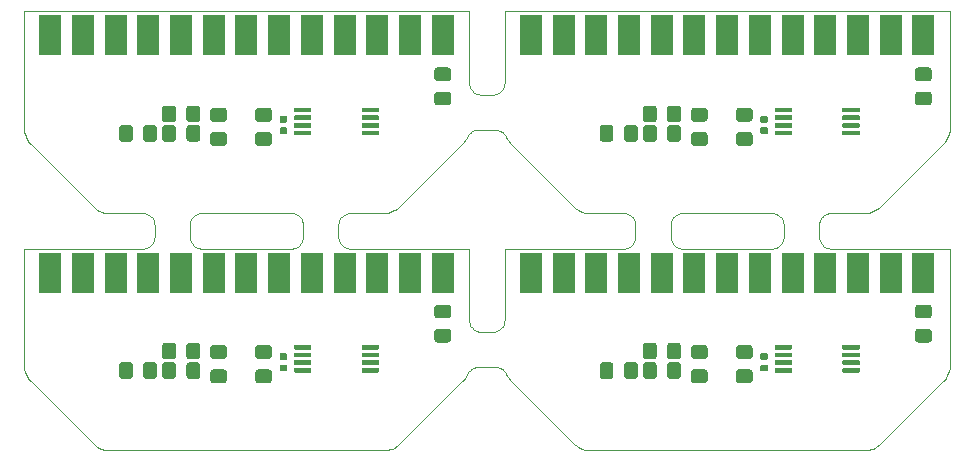
<source format=gbr>
G04 #@! TF.GenerationSoftware,KiCad,Pcbnew,5.1.5+dfsg1-2build2*
G04 #@! TF.CreationDate,2021-02-18T17:25:55-08:00*
G04 #@! TF.ProjectId,panel,70616e65-6c2e-46b6-9963-61645f706362,rev?*
G04 #@! TF.SameCoordinates,Original*
G04 #@! TF.FileFunction,Paste,Top*
G04 #@! TF.FilePolarity,Positive*
%FSLAX46Y46*%
G04 Gerber Fmt 4.6, Leading zero omitted, Abs format (unit mm)*
G04 Created by KiCad (PCBNEW 5.1.5+dfsg1-2build2) date 2021-02-18 17:25:55*
%MOMM*%
%LPD*%
G04 APERTURE LIST*
G04 #@! TA.AperFunction,Profile*
%ADD10C,0.100000*%
G04 #@! TD*
%ADD11C,0.350000*%
%ADD12R,1.846667X3.480000*%
G04 APERTURE END LIST*
D10*
X72644400Y-70082900D02*
X65059100Y-70082900D01*
X72741700Y-70078100D02*
X72644400Y-70082900D01*
X72837800Y-70063900D02*
X72741700Y-70078100D01*
X72932100Y-70040300D02*
X72837800Y-70063900D01*
X73023500Y-70007500D02*
X72932100Y-70040300D01*
X73111400Y-69966000D02*
X73023500Y-70007500D01*
X73194700Y-69916000D02*
X73111400Y-69966000D01*
X73272700Y-69858200D02*
X73194700Y-69916000D01*
X73344700Y-69792900D02*
X73272700Y-69858200D01*
X73410000Y-69720900D02*
X73344700Y-69792900D01*
X73467800Y-69642900D02*
X73410000Y-69720900D01*
X73517800Y-69559600D02*
X73467800Y-69642900D01*
X73559300Y-69471800D02*
X73517800Y-69559600D01*
X73592000Y-69380300D02*
X73559300Y-69471800D01*
X73615600Y-69286000D02*
X73592000Y-69380300D01*
X73629900Y-69189900D02*
X73615600Y-69286000D01*
X73634700Y-69092700D02*
X73629900Y-69189900D01*
X73634700Y-68074000D02*
X73634700Y-69092700D01*
X73629900Y-67976700D02*
X73634700Y-68074000D01*
X73615600Y-67880600D02*
X73629900Y-67976700D01*
X73592000Y-67786400D02*
X73615600Y-67880600D01*
X73559300Y-67694900D02*
X73592000Y-67786400D01*
X73517800Y-67607100D02*
X73559300Y-67694900D01*
X73467900Y-67523800D02*
X73517800Y-67607100D01*
X73410000Y-67445700D02*
X73467900Y-67523800D01*
X73344800Y-67373700D02*
X73410000Y-67445700D01*
X73272800Y-67308500D02*
X73344800Y-67373700D01*
X73194800Y-67250600D02*
X73272800Y-67308500D01*
X73111400Y-67200700D02*
X73194800Y-67250600D01*
X73023600Y-67159100D02*
X73111400Y-67200700D01*
X72932200Y-67126400D02*
X73023600Y-67159100D01*
X72837900Y-67102800D02*
X72932200Y-67126400D01*
X72741900Y-67088500D02*
X72837900Y-67102800D01*
X72644600Y-67083700D02*
X72741900Y-67088500D01*
X65059200Y-67082600D02*
X72644600Y-67083700D01*
X64961900Y-67087300D02*
X65059200Y-67082600D01*
X64865800Y-67101600D02*
X64961900Y-67087300D01*
X64771600Y-67125200D02*
X64865800Y-67101600D01*
X64680100Y-67157900D02*
X64771600Y-67125200D01*
X64592300Y-67199400D02*
X64680100Y-67157900D01*
X64508900Y-67249400D02*
X64592300Y-67199400D01*
X64430900Y-67307200D02*
X64508900Y-67249400D01*
X64358900Y-67372500D02*
X64430900Y-67307200D01*
X64293600Y-67444500D02*
X64358900Y-67372500D01*
X64235700Y-67522500D02*
X64293600Y-67444500D01*
X64185800Y-67605800D02*
X64235700Y-67522500D01*
X64144200Y-67693700D02*
X64185800Y-67605800D01*
X64111500Y-67785200D02*
X64144200Y-67693700D01*
X64087900Y-67879400D02*
X64111500Y-67785200D01*
X64073600Y-67975500D02*
X64087900Y-67879400D01*
X64068800Y-68072800D02*
X64073600Y-67975500D01*
X64068800Y-69092700D02*
X64068800Y-68072800D01*
X64073600Y-69189900D02*
X64068800Y-69092700D01*
X64087900Y-69286000D02*
X64073600Y-69189900D01*
X64111500Y-69380300D02*
X64087900Y-69286000D01*
X64144200Y-69471800D02*
X64111500Y-69380300D01*
X64185700Y-69559600D02*
X64144200Y-69471800D01*
X64235700Y-69642900D02*
X64185700Y-69559600D01*
X64293600Y-69720900D02*
X64235700Y-69642900D01*
X64358800Y-69792900D02*
X64293600Y-69720900D01*
X64430800Y-69858200D02*
X64358800Y-69792900D01*
X64508800Y-69916000D02*
X64430800Y-69858200D01*
X64592200Y-69966000D02*
X64508800Y-69916000D01*
X64680000Y-70007500D02*
X64592200Y-69966000D01*
X64771500Y-70040300D02*
X64680000Y-70007500D01*
X64865700Y-70063900D02*
X64771500Y-70040300D01*
X64961800Y-70078100D02*
X64865700Y-70063900D01*
X65059100Y-70082900D02*
X64961800Y-70078100D01*
X87488100Y-60734200D02*
X87533600Y-60632300D01*
X87381200Y-60919400D02*
X87488100Y-60734200D01*
X87255200Y-61092200D02*
X87381200Y-60919400D01*
X87107900Y-61254900D02*
X87255200Y-61092200D01*
X81868200Y-66494500D02*
X87107900Y-61254900D01*
X81718300Y-66630300D02*
X81868200Y-66494500D01*
X81560100Y-66747600D02*
X81718300Y-66630300D01*
X81402700Y-66842300D02*
X81560100Y-66747600D01*
X81380900Y-66853900D02*
X81402700Y-66842300D01*
X81214600Y-66932300D02*
X81380900Y-66853900D01*
X81041200Y-66994600D02*
X81214600Y-66932300D01*
X81017600Y-67001800D02*
X81041200Y-66994600D01*
X80839200Y-67046200D02*
X81017600Y-67001800D01*
X80645000Y-67075000D02*
X80839200Y-67046200D01*
X80442500Y-67084900D02*
X80645000Y-67075000D01*
X77627100Y-67084500D02*
X80442500Y-67084900D01*
X77529800Y-67089200D02*
X77627100Y-67084500D01*
X77433700Y-67103500D02*
X77529800Y-67089200D01*
X77339400Y-67127100D02*
X77433700Y-67103500D01*
X77247900Y-67159800D02*
X77339400Y-67127100D01*
X77160100Y-67201300D02*
X77247900Y-67159800D01*
X77076800Y-67251300D02*
X77160100Y-67201300D01*
X76998700Y-67309100D02*
X77076800Y-67251300D01*
X76926700Y-67374400D02*
X76998700Y-67309100D01*
X76861500Y-67446400D02*
X76926700Y-67374400D01*
X76803600Y-67524400D02*
X76861500Y-67446400D01*
X76753600Y-67607800D02*
X76803600Y-67524400D01*
X76712100Y-67695600D02*
X76753600Y-67607800D01*
X76679300Y-67787100D02*
X76712100Y-67695600D01*
X76655700Y-67881300D02*
X76679300Y-67787100D01*
X76641500Y-67977400D02*
X76655700Y-67881300D01*
X76636700Y-68074700D02*
X76641500Y-67977400D01*
X76636700Y-69092700D02*
X76636700Y-68074700D01*
X76641500Y-69189900D02*
X76636700Y-69092700D01*
X76655700Y-69286000D02*
X76641500Y-69189900D01*
X76679300Y-69380300D02*
X76655700Y-69286000D01*
X76712100Y-69471800D02*
X76679300Y-69380300D01*
X76753600Y-69559600D02*
X76712100Y-69471800D01*
X76803500Y-69642900D02*
X76753600Y-69559600D01*
X76861400Y-69720900D02*
X76803500Y-69642900D01*
X76926700Y-69792900D02*
X76861400Y-69720900D01*
X76998600Y-69858200D02*
X76926700Y-69792900D01*
X77076700Y-69916000D02*
X76998600Y-69858200D01*
X77160000Y-69966000D02*
X77076700Y-69916000D01*
X77247800Y-70007500D02*
X77160000Y-69966000D01*
X77339300Y-70040300D02*
X77247800Y-70007500D01*
X77433500Y-70063900D02*
X77339300Y-70040300D01*
X77529600Y-70078100D02*
X77433500Y-70063900D01*
X77626900Y-70082900D02*
X77529600Y-70078100D01*
X87686000Y-70082900D02*
X77626900Y-70082900D01*
X87694000Y-70084400D02*
X87686000Y-70082900D01*
X87698500Y-70089400D02*
X87694000Y-70084400D01*
X87699600Y-70096500D02*
X87698500Y-70089400D01*
X87702600Y-76135100D02*
X87699600Y-70096500D01*
X87707400Y-76232400D02*
X87702600Y-76135100D01*
X87721700Y-76328400D02*
X87707400Y-76232400D01*
X87745400Y-76422600D02*
X87721700Y-76328400D01*
X87778100Y-76514100D02*
X87745400Y-76422600D01*
X87819700Y-76601800D02*
X87778100Y-76514100D01*
X87869600Y-76685100D02*
X87819700Y-76601800D01*
X87927500Y-76763100D02*
X87869600Y-76685100D01*
X87992700Y-76835100D02*
X87927500Y-76763100D01*
X88064700Y-76900300D02*
X87992700Y-76835100D01*
X88142700Y-76958100D02*
X88064700Y-76900300D01*
X88226100Y-77008000D02*
X88142700Y-76958100D01*
X88313900Y-77049500D02*
X88226100Y-77008000D01*
X88405300Y-77082300D02*
X88313900Y-77049500D01*
X88499500Y-77105800D02*
X88405300Y-77082300D01*
X88595600Y-77120100D02*
X88499500Y-77105800D01*
X88692800Y-77124900D02*
X88595600Y-77120100D01*
X89712800Y-77124900D02*
X88692800Y-77124900D01*
X89810100Y-77120100D02*
X89712800Y-77124900D01*
X89906200Y-77105800D02*
X89810100Y-77120100D01*
X90000400Y-77082200D02*
X89906200Y-77105800D01*
X90091900Y-77049500D02*
X90000400Y-77082200D01*
X90179700Y-77008000D02*
X90091900Y-77049500D01*
X90263000Y-76958000D02*
X90179700Y-77008000D01*
X90341100Y-76900200D02*
X90263000Y-76958000D01*
X90413100Y-76834900D02*
X90341100Y-76900200D01*
X90478300Y-76763000D02*
X90413100Y-76834900D01*
X90536200Y-76685000D02*
X90478300Y-76763000D01*
X90586100Y-76601600D02*
X90536200Y-76685000D01*
X90627700Y-76513800D02*
X90586100Y-76601600D01*
X90660400Y-76422400D02*
X90627700Y-76513800D01*
X90684000Y-76328100D02*
X90660400Y-76422400D01*
X90698300Y-76232000D02*
X90684000Y-76328100D01*
X90703100Y-76134800D02*
X90698300Y-76232000D01*
X90704000Y-70096500D02*
X90703100Y-76134800D01*
X90705100Y-70089400D02*
X90704000Y-70096500D01*
X90708800Y-70084900D02*
X90705100Y-70089400D01*
X90717600Y-70082900D02*
X90708800Y-70084900D01*
X100780100Y-70082900D02*
X90717600Y-70082900D01*
X100877400Y-70078100D02*
X100780100Y-70082900D01*
X100973500Y-70063900D02*
X100877400Y-70078100D01*
X101067700Y-70040300D02*
X100973500Y-70063900D01*
X101159200Y-70007500D02*
X101067700Y-70040300D01*
X101247000Y-69966000D02*
X101159200Y-70007500D01*
X101330400Y-69916000D02*
X101247000Y-69966000D01*
X101408400Y-69858200D02*
X101330400Y-69916000D01*
X101480400Y-69792900D02*
X101408400Y-69858200D01*
X101545600Y-69720900D02*
X101480400Y-69792900D01*
X101603500Y-69642900D02*
X101545600Y-69720900D01*
X101653500Y-69559600D02*
X101603500Y-69642900D01*
X101695000Y-69471800D02*
X101653500Y-69559600D01*
X101727700Y-69380300D02*
X101695000Y-69471800D01*
X101751300Y-69286000D02*
X101727700Y-69380300D01*
X101765600Y-69189900D02*
X101751300Y-69286000D01*
X101770400Y-69092700D02*
X101765600Y-69189900D01*
X101770400Y-68072100D02*
X101770400Y-69092700D01*
X101765600Y-67974800D02*
X101770400Y-68072100D01*
X101751300Y-67878700D02*
X101765600Y-67974800D01*
X101727700Y-67784500D02*
X101751300Y-67878700D01*
X101695000Y-67693000D02*
X101727700Y-67784500D01*
X101653500Y-67605200D02*
X101695000Y-67693000D01*
X101603500Y-67521900D02*
X101653500Y-67605200D01*
X101545700Y-67443800D02*
X101603500Y-67521900D01*
X101480400Y-67371800D02*
X101545700Y-67443800D01*
X101408500Y-67306600D02*
X101480400Y-67371800D01*
X101330400Y-67248700D02*
X101408500Y-67306600D01*
X101247100Y-67198800D02*
X101330400Y-67248700D01*
X101159300Y-67157200D02*
X101247100Y-67198800D01*
X101067900Y-67124500D02*
X101159300Y-67157200D01*
X100973600Y-67100900D02*
X101067900Y-67124500D01*
X100877500Y-67086600D02*
X100973600Y-67100900D01*
X100780300Y-67081800D02*
X100877500Y-67086600D01*
X97956900Y-67081400D02*
X100780300Y-67081800D01*
X97725700Y-67068300D02*
X97956900Y-67081400D01*
X97504700Y-67030700D02*
X97725700Y-67068300D01*
X97289200Y-66968600D02*
X97504700Y-67030700D01*
X97082000Y-66882800D02*
X97289200Y-66968600D01*
X96885800Y-66774300D02*
X97082000Y-66882800D01*
X96702900Y-66644500D02*
X96885800Y-66774300D01*
X96530600Y-66490600D02*
X96702900Y-66644500D01*
X91289100Y-61251500D02*
X96530600Y-66490600D01*
X91157000Y-61105500D02*
X91289100Y-61251500D01*
X91040000Y-60947700D02*
X91157000Y-61105500D01*
X90939300Y-60779700D02*
X91040000Y-60947700D01*
X90858600Y-60609800D02*
X90939300Y-60779700D01*
X90810400Y-60520200D02*
X90858600Y-60609800D01*
X90753400Y-60436100D02*
X90810400Y-60520200D01*
X90688100Y-60358300D02*
X90753400Y-60436100D01*
X90615100Y-60287600D02*
X90688100Y-60358300D01*
X90535400Y-60224800D02*
X90615100Y-60287600D01*
X90449500Y-60170500D02*
X90535400Y-60224800D01*
X90358600Y-60125200D02*
X90449500Y-60170500D01*
X90263600Y-60089500D02*
X90358600Y-60125200D01*
X90165300Y-60063800D02*
X90263600Y-60089500D01*
X90065000Y-60048200D02*
X90165300Y-60063800D01*
X89963300Y-60043000D02*
X90065000Y-60048200D01*
X88439200Y-60043000D02*
X89963300Y-60043000D01*
X88343900Y-60047500D02*
X88439200Y-60043000D01*
X88249700Y-60061200D02*
X88343900Y-60047500D01*
X88157300Y-60083900D02*
X88249700Y-60061200D01*
X88067400Y-60115300D02*
X88157300Y-60083900D01*
X87981000Y-60155200D02*
X88067400Y-60115300D01*
X87898900Y-60203200D02*
X87981000Y-60155200D01*
X87821700Y-60258900D02*
X87898900Y-60203200D01*
X87750200Y-60321800D02*
X87821700Y-60258900D01*
X87685100Y-60391200D02*
X87750200Y-60321800D01*
X87627000Y-60466500D02*
X87685100Y-60391200D01*
X87576400Y-60547100D02*
X87627000Y-60466500D01*
X87533600Y-60632300D02*
X87576400Y-60547100D01*
X113348000Y-70082900D02*
X105762600Y-70082900D01*
X113445200Y-70078100D02*
X113348000Y-70082900D01*
X113541300Y-70063900D02*
X113445200Y-70078100D01*
X113635600Y-70040300D02*
X113541300Y-70063900D01*
X113727100Y-70007500D02*
X113635600Y-70040300D01*
X113814900Y-69966000D02*
X113727100Y-70007500D01*
X113898200Y-69916000D02*
X113814900Y-69966000D01*
X113976200Y-69858200D02*
X113898200Y-69916000D01*
X114048200Y-69792900D02*
X113976200Y-69858200D01*
X114113500Y-69720900D02*
X114048200Y-69792900D01*
X114171300Y-69642900D02*
X114113500Y-69720900D01*
X114221300Y-69559600D02*
X114171300Y-69642900D01*
X114262800Y-69471800D02*
X114221300Y-69559600D01*
X114295600Y-69380300D02*
X114262800Y-69471800D01*
X114319200Y-69286000D02*
X114295600Y-69380300D01*
X114333400Y-69189900D02*
X114319200Y-69286000D01*
X114338200Y-69092700D02*
X114333400Y-69189900D01*
X114338200Y-68074000D02*
X114338200Y-69092700D01*
X114333400Y-67976700D02*
X114338200Y-68074000D01*
X114319200Y-67880600D02*
X114333400Y-67976700D01*
X114295600Y-67786400D02*
X114319200Y-67880600D01*
X114262800Y-67694900D02*
X114295600Y-67786400D01*
X114221300Y-67607100D02*
X114262800Y-67694900D01*
X114171400Y-67523800D02*
X114221300Y-67607100D01*
X114113500Y-67445700D02*
X114171400Y-67523800D01*
X114048300Y-67373700D02*
X114113500Y-67445700D01*
X113976300Y-67308500D02*
X114048300Y-67373700D01*
X113898300Y-67250600D02*
X113976300Y-67308500D01*
X113815000Y-67200700D02*
X113898300Y-67250600D01*
X113727200Y-67159100D02*
X113815000Y-67200700D01*
X113635700Y-67126400D02*
X113727200Y-67159100D01*
X113541500Y-67102800D02*
X113635700Y-67126400D01*
X113445400Y-67088500D02*
X113541500Y-67102800D01*
X113348100Y-67083700D02*
X113445400Y-67088500D01*
X105762800Y-67082600D02*
X113348100Y-67083700D01*
X105665500Y-67087300D02*
X105762800Y-67082600D01*
X105569400Y-67101600D02*
X105665500Y-67087300D01*
X105475100Y-67125200D02*
X105569400Y-67101600D01*
X105383600Y-67157900D02*
X105475100Y-67125200D01*
X105295800Y-67199400D02*
X105383600Y-67157900D01*
X105212400Y-67249400D02*
X105295800Y-67199400D01*
X105134400Y-67307200D02*
X105212400Y-67249400D01*
X105062400Y-67372500D02*
X105134400Y-67307200D01*
X104997100Y-67444500D02*
X105062400Y-67372500D01*
X104939200Y-67522500D02*
X104997100Y-67444500D01*
X104889300Y-67605800D02*
X104939200Y-67522500D01*
X104847700Y-67693700D02*
X104889300Y-67605800D01*
X104815000Y-67785200D02*
X104847700Y-67693700D01*
X104791400Y-67879400D02*
X104815000Y-67785200D01*
X104777100Y-67975500D02*
X104791400Y-67879400D01*
X104772400Y-68072800D02*
X104777100Y-67975500D01*
X104772400Y-69092700D02*
X104772400Y-68072800D01*
X104777100Y-69189900D02*
X104772400Y-69092700D01*
X104791400Y-69286000D02*
X104777100Y-69189900D01*
X104815000Y-69380300D02*
X104791400Y-69286000D01*
X104847700Y-69471800D02*
X104815000Y-69380300D01*
X104889300Y-69559600D02*
X104847700Y-69471800D01*
X104939200Y-69642900D02*
X104889300Y-69559600D01*
X104997100Y-69720900D02*
X104939200Y-69642900D01*
X105062300Y-69792900D02*
X104997100Y-69720900D01*
X105134300Y-69858200D02*
X105062300Y-69792900D01*
X105212400Y-69916000D02*
X105134300Y-69858200D01*
X105295700Y-69966000D02*
X105212400Y-69916000D01*
X105383500Y-70007500D02*
X105295700Y-69966000D01*
X105475000Y-70040300D02*
X105383500Y-70007500D01*
X105569200Y-70063900D02*
X105475000Y-70040300D01*
X105665300Y-70078100D02*
X105569200Y-70063900D01*
X105762600Y-70082900D02*
X105665300Y-70078100D01*
X50001300Y-50006400D02*
X50000500Y-50011600D01*
X50003800Y-50002300D02*
X50001300Y-50006400D01*
X50007900Y-49999800D02*
X50003800Y-50002300D01*
X50014100Y-49999000D02*
X50007900Y-49999800D01*
X87691200Y-49999500D02*
X50014100Y-49999000D01*
X87697600Y-50003800D02*
X87691200Y-49999500D01*
X87699600Y-50012600D02*
X87697600Y-50003800D01*
X87702600Y-56051200D02*
X87699600Y-50012600D01*
X87707400Y-56148400D02*
X87702600Y-56051200D01*
X87721700Y-56244500D02*
X87707400Y-56148400D01*
X87745400Y-56338700D02*
X87721700Y-56244500D01*
X87778100Y-56430100D02*
X87745400Y-56338700D01*
X87819700Y-56517900D02*
X87778100Y-56430100D01*
X87869600Y-56601200D02*
X87819700Y-56517900D01*
X87927500Y-56679200D02*
X87869600Y-56601200D01*
X87992700Y-56751200D02*
X87927500Y-56679200D01*
X88064700Y-56816400D02*
X87992700Y-56751200D01*
X88142700Y-56874200D02*
X88064700Y-56816400D01*
X88226100Y-56924100D02*
X88142700Y-56874200D01*
X88313900Y-56965600D02*
X88226100Y-56924100D01*
X88405300Y-56998300D02*
X88313900Y-56965600D01*
X88499500Y-57021900D02*
X88405300Y-56998300D01*
X88595600Y-57036200D02*
X88499500Y-57021900D01*
X88692800Y-57041000D02*
X88595600Y-57036200D01*
X89712800Y-57041000D02*
X88692800Y-57041000D01*
X89810100Y-57036200D02*
X89712800Y-57041000D01*
X89906200Y-57021900D02*
X89810100Y-57036200D01*
X90000400Y-56998300D02*
X89906200Y-57021900D01*
X90091900Y-56965600D02*
X90000400Y-56998300D01*
X90179700Y-56924100D02*
X90091900Y-56965600D01*
X90263000Y-56874100D02*
X90179700Y-56924100D01*
X90341100Y-56816300D02*
X90263000Y-56874100D01*
X90413100Y-56751000D02*
X90341100Y-56816300D01*
X90478300Y-56679100D02*
X90413100Y-56751000D01*
X90536200Y-56601000D02*
X90478300Y-56679100D01*
X90586100Y-56517700D02*
X90536200Y-56601000D01*
X90627700Y-56429900D02*
X90586100Y-56517700D01*
X90660400Y-56338500D02*
X90627700Y-56429900D01*
X90684000Y-56244200D02*
X90660400Y-56338500D01*
X90698300Y-56148100D02*
X90684000Y-56244200D01*
X90703100Y-56050900D02*
X90698300Y-56148100D01*
X90704000Y-50012600D02*
X90703100Y-56050900D01*
X90706000Y-50003800D02*
X90704000Y-50012600D01*
X90712400Y-49999500D02*
X90706000Y-50003800D01*
X128389500Y-49999000D02*
X90712400Y-49999500D01*
X128396600Y-50000100D02*
X128389500Y-49999000D01*
X128401600Y-50004600D02*
X128396600Y-50000100D01*
X128403100Y-50012600D02*
X128401600Y-50004600D01*
X128407700Y-59912500D02*
X128403100Y-50012600D01*
X128386800Y-60125800D02*
X128407700Y-59912500D01*
X128346700Y-60321800D02*
X128386800Y-60125800D01*
X128339900Y-60347700D02*
X128346700Y-60321800D01*
X128278400Y-60538200D02*
X128339900Y-60347700D01*
X128197500Y-60721900D02*
X128278400Y-60538200D01*
X128185400Y-60745700D02*
X128197500Y-60721900D01*
X128091700Y-60908000D02*
X128185400Y-60745700D01*
X128077300Y-60930100D02*
X128091700Y-60908000D01*
X127959100Y-61091700D02*
X128077300Y-60930100D01*
X127811300Y-61254900D02*
X127959100Y-61091700D01*
X122571700Y-66494500D02*
X127811300Y-61254900D01*
X122421800Y-66630300D02*
X122571700Y-66494500D01*
X122263700Y-66747600D02*
X122421800Y-66630300D01*
X122106200Y-66842300D02*
X122263700Y-66747600D01*
X122084400Y-66853900D02*
X122106200Y-66842300D01*
X121918100Y-66932300D02*
X122084400Y-66853900D01*
X121744700Y-66994600D02*
X121918100Y-66932300D01*
X121721100Y-67001800D02*
X121744700Y-66994600D01*
X121542700Y-67046200D02*
X121721100Y-67001800D01*
X121348000Y-67075000D02*
X121542700Y-67046200D01*
X121146000Y-67084900D02*
X121348000Y-67075000D01*
X118330600Y-67084500D02*
X121146000Y-67084900D01*
X118233300Y-67089200D02*
X118330600Y-67084500D01*
X118137200Y-67103500D02*
X118233300Y-67089200D01*
X118042900Y-67127100D02*
X118137200Y-67103500D01*
X117951500Y-67159800D02*
X118042900Y-67127100D01*
X117863600Y-67201300D02*
X117951500Y-67159800D01*
X117780300Y-67251300D02*
X117863600Y-67201300D01*
X117702200Y-67309100D02*
X117780300Y-67251300D01*
X117630200Y-67374400D02*
X117702200Y-67309100D01*
X117565000Y-67446400D02*
X117630200Y-67374400D01*
X117507100Y-67524400D02*
X117565000Y-67446400D01*
X117457100Y-67607800D02*
X117507100Y-67524400D01*
X117415600Y-67695600D02*
X117457100Y-67607800D01*
X117382800Y-67787100D02*
X117415600Y-67695600D01*
X117359200Y-67881300D02*
X117382800Y-67787100D01*
X117345000Y-67977400D02*
X117359200Y-67881300D01*
X117340200Y-68074700D02*
X117345000Y-67977400D01*
X117340200Y-69092700D02*
X117340200Y-68074700D01*
X117345000Y-69189900D02*
X117340200Y-69092700D01*
X117359200Y-69286000D02*
X117345000Y-69189900D01*
X117382800Y-69380300D02*
X117359200Y-69286000D01*
X117415600Y-69471800D02*
X117382800Y-69380300D01*
X117457100Y-69559600D02*
X117415600Y-69471800D01*
X117507100Y-69642900D02*
X117457100Y-69559600D01*
X117564900Y-69720900D02*
X117507100Y-69642900D01*
X117630200Y-69792900D02*
X117564900Y-69720900D01*
X117702200Y-69858200D02*
X117630200Y-69792900D01*
X117780200Y-69916000D02*
X117702200Y-69858200D01*
X117863500Y-69966000D02*
X117780200Y-69916000D01*
X117951300Y-70007500D02*
X117863500Y-69966000D01*
X118042800Y-70040300D02*
X117951300Y-70007500D01*
X118137100Y-70063900D02*
X118042800Y-70040300D01*
X118233200Y-70078100D02*
X118137100Y-70063900D01*
X118330400Y-70082900D02*
X118233200Y-70078100D01*
X128389500Y-70082900D02*
X118330400Y-70082900D01*
X128396600Y-70084000D02*
X128389500Y-70082900D01*
X128400500Y-70086900D02*
X128396600Y-70084000D01*
X128403100Y-70096500D02*
X128400500Y-70086900D01*
X128408000Y-79984300D02*
X128403100Y-70096500D01*
X128406800Y-80008900D02*
X128408000Y-79984300D01*
X128388500Y-80196100D02*
X128406800Y-80008900D01*
X128384500Y-80222500D02*
X128388500Y-80196100D01*
X128343500Y-80419100D02*
X128384500Y-80222500D01*
X128278200Y-80622600D02*
X128343500Y-80419100D01*
X128191800Y-80817700D02*
X128278200Y-80622600D01*
X128085000Y-81002900D02*
X128191800Y-80817700D01*
X127959100Y-81175700D02*
X128085000Y-81002900D01*
X127815500Y-81334500D02*
X127959100Y-81175700D01*
X122567200Y-86582800D02*
X127815500Y-81334500D01*
X122421400Y-86714600D02*
X122567200Y-86582800D01*
X122264100Y-86831200D02*
X122421400Y-86714600D01*
X122095600Y-86932200D02*
X122264100Y-86831200D01*
X121929200Y-87011300D02*
X122095600Y-86932200D01*
X121906400Y-87020700D02*
X121929200Y-87011300D01*
X121744700Y-87078500D02*
X121906400Y-87020700D01*
X121721100Y-87085700D02*
X121744700Y-87078500D01*
X121542300Y-87130200D02*
X121721100Y-87085700D01*
X121348000Y-87158900D02*
X121542300Y-87130200D01*
X121146000Y-87168800D02*
X121348000Y-87158900D01*
X97956900Y-87165300D02*
X121146000Y-87168800D01*
X97726300Y-87152300D02*
X97956900Y-87165300D01*
X97505200Y-87114800D02*
X97726300Y-87152300D01*
X97289200Y-87052500D02*
X97505200Y-87114800D01*
X97095200Y-86972600D02*
X97289200Y-87052500D01*
X97069800Y-86960400D02*
X97095200Y-86972600D01*
X96886200Y-86858500D02*
X97069800Y-86960400D01*
X96714400Y-86737100D02*
X96886200Y-86858500D01*
X96692400Y-86719600D02*
X96714400Y-86737100D01*
X96535800Y-86579500D02*
X96692400Y-86719600D01*
X91289100Y-81335400D02*
X96535800Y-86579500D01*
X91157000Y-81189400D02*
X91289100Y-81335400D01*
X91040300Y-81032100D02*
X91157000Y-81189400D01*
X90939300Y-80863600D02*
X91040300Y-81032100D01*
X90858600Y-80693800D02*
X90939300Y-80863600D01*
X90810400Y-80604100D02*
X90858600Y-80693800D01*
X90753400Y-80520000D02*
X90810400Y-80604100D01*
X90688100Y-80442200D02*
X90753400Y-80520000D01*
X90615100Y-80371600D02*
X90688100Y-80442200D01*
X90535400Y-80308700D02*
X90615100Y-80371600D01*
X90449500Y-80254400D02*
X90535400Y-80308700D01*
X90358600Y-80209100D02*
X90449500Y-80254400D01*
X90263600Y-80173400D02*
X90358600Y-80209100D01*
X90165300Y-80147700D02*
X90263600Y-80173400D01*
X90065000Y-80132100D02*
X90165300Y-80147700D01*
X89963300Y-80126900D02*
X90065000Y-80132100D01*
X88439200Y-80126900D02*
X89963300Y-80126900D01*
X88343900Y-80131500D02*
X88439200Y-80126900D01*
X88249700Y-80145100D02*
X88343900Y-80131500D01*
X88157300Y-80167800D02*
X88249700Y-80145100D01*
X88067400Y-80199200D02*
X88157300Y-80167800D01*
X87981000Y-80239100D02*
X88067400Y-80199200D01*
X87898900Y-80287100D02*
X87981000Y-80239100D01*
X87821700Y-80342800D02*
X87898900Y-80287100D01*
X87750200Y-80405700D02*
X87821700Y-80342800D01*
X87685100Y-80475100D02*
X87750200Y-80405700D01*
X87627000Y-80550400D02*
X87685100Y-80475100D01*
X87576400Y-80631000D02*
X87627000Y-80550400D01*
X87533600Y-80716300D02*
X87576400Y-80631000D01*
X87488100Y-80818100D02*
X87533600Y-80716300D01*
X87381200Y-81003300D02*
X87488100Y-80818100D01*
X87255600Y-81175700D02*
X87381200Y-81003300D01*
X87112000Y-81334500D02*
X87255600Y-81175700D01*
X81863800Y-86582600D02*
X87112000Y-81334500D01*
X81718300Y-86714300D02*
X81863800Y-86582600D01*
X81570500Y-86824300D02*
X81718300Y-86714300D01*
X81550000Y-86838000D02*
X81570500Y-86824300D01*
X81391700Y-86932400D02*
X81550000Y-86838000D01*
X81214600Y-87016200D02*
X81391700Y-86932400D01*
X81041200Y-87078500D02*
X81214600Y-87016200D01*
X81017600Y-87085700D02*
X81041200Y-87078500D01*
X80839200Y-87130100D02*
X81017600Y-87085700D01*
X80644500Y-87158900D02*
X80839200Y-87130100D01*
X80442500Y-87168800D02*
X80644500Y-87158900D01*
X57253400Y-87165300D02*
X80442500Y-87168800D01*
X57022800Y-87152300D02*
X57253400Y-87165300D01*
X56815300Y-87117500D02*
X57022800Y-87152300D01*
X56787800Y-87111200D02*
X56815300Y-87117500D01*
X56599400Y-87056900D02*
X56787800Y-87111200D01*
X56573100Y-87047700D02*
X56599400Y-87056900D01*
X56378500Y-86966700D02*
X56573100Y-87047700D01*
X56182200Y-86858200D02*
X56378500Y-86966700D01*
X55999400Y-86728400D02*
X56182200Y-86858200D01*
X55827100Y-86574600D02*
X55999400Y-86728400D01*
X50585500Y-81335400D02*
X55827100Y-86574600D01*
X50453500Y-81189400D02*
X50585500Y-81335400D01*
X50336500Y-81031700D02*
X50453500Y-81189400D01*
X50235500Y-80863200D02*
X50336500Y-81031700D01*
X50151500Y-80685600D02*
X50235500Y-80863200D01*
X50085500Y-80501100D02*
X50151500Y-80685600D01*
X50037800Y-80310500D02*
X50085500Y-80501100D01*
X50008900Y-80116200D02*
X50037800Y-80310500D01*
X49999100Y-79919700D02*
X50008900Y-80116200D01*
X50001000Y-70091300D02*
X49999100Y-79919700D01*
X50005300Y-70084900D02*
X50001000Y-70091300D01*
X50014100Y-70082900D02*
X50005300Y-70084900D01*
X60076600Y-70082900D02*
X50014100Y-70082900D01*
X60173900Y-70078100D02*
X60076600Y-70082900D01*
X60270000Y-70063900D02*
X60173900Y-70078100D01*
X60364200Y-70040300D02*
X60270000Y-70063900D01*
X60455700Y-70007500D02*
X60364200Y-70040300D01*
X60543500Y-69966000D02*
X60455700Y-70007500D01*
X60626800Y-69916000D02*
X60543500Y-69966000D01*
X60704900Y-69858200D02*
X60626800Y-69916000D01*
X60776900Y-69792900D02*
X60704900Y-69858200D01*
X60842100Y-69720900D02*
X60776900Y-69792900D01*
X60900000Y-69642900D02*
X60842100Y-69720900D01*
X60949900Y-69559600D02*
X60900000Y-69642900D01*
X60991500Y-69471800D02*
X60949900Y-69559600D01*
X61024200Y-69380300D02*
X60991500Y-69471800D01*
X61047800Y-69286000D02*
X61024200Y-69380300D01*
X61062100Y-69189900D02*
X61047800Y-69286000D01*
X61066800Y-69092700D02*
X61062100Y-69189900D01*
X61066800Y-68072100D02*
X61066800Y-69092700D01*
X61062100Y-67974800D02*
X61066800Y-68072100D01*
X61047800Y-67878700D02*
X61062100Y-67974800D01*
X61024200Y-67784500D02*
X61047800Y-67878700D01*
X60991500Y-67693000D02*
X61024200Y-67784500D01*
X60950000Y-67605200D02*
X60991500Y-67693000D01*
X60900000Y-67521900D02*
X60950000Y-67605200D01*
X60842200Y-67443800D02*
X60900000Y-67521900D01*
X60776900Y-67371800D02*
X60842200Y-67443800D01*
X60704900Y-67306600D02*
X60776900Y-67371800D01*
X60626900Y-67248700D02*
X60704900Y-67306600D01*
X60543600Y-67198800D02*
X60626900Y-67248700D01*
X60455800Y-67157200D02*
X60543600Y-67198800D01*
X60364300Y-67124500D02*
X60455800Y-67157200D01*
X60270100Y-67100900D02*
X60364300Y-67124500D01*
X60174000Y-67086600D02*
X60270100Y-67100900D01*
X60076700Y-67081800D02*
X60174000Y-67086600D01*
X57253400Y-67081400D02*
X60076700Y-67081800D01*
X57036300Y-67069600D02*
X57253400Y-67081400D01*
X57008600Y-67066400D02*
X57036300Y-67069600D01*
X56801700Y-67030900D02*
X57008600Y-67066400D01*
X56586200Y-66968800D02*
X56801700Y-67030900D01*
X56379000Y-66883000D02*
X56586200Y-66968800D01*
X56182200Y-66774300D02*
X56379000Y-66883000D01*
X55999400Y-66644500D02*
X56182200Y-66774300D01*
X55827100Y-66490700D02*
X55999400Y-66644500D01*
X50589800Y-61255800D02*
X55827100Y-66490700D01*
X50453500Y-61105500D02*
X50589800Y-61255800D01*
X50343800Y-60958100D02*
X50453500Y-61105500D01*
X50330200Y-60937800D02*
X50343800Y-60958100D01*
X50235700Y-60779700D02*
X50330200Y-60937800D01*
X50156600Y-60613200D02*
X50235700Y-60779700D01*
X50147200Y-60590400D02*
X50156600Y-60613200D01*
X50085400Y-60416700D02*
X50147200Y-60590400D01*
X50040400Y-60238500D02*
X50085400Y-60416700D01*
X50035600Y-60214300D02*
X50040400Y-60238500D01*
X50008900Y-60031800D02*
X50035600Y-60214300D01*
X49999100Y-59836000D02*
X50008900Y-60031800D01*
X50000500Y-50011600D02*
X49999100Y-59836000D01*
D11*
G04 #@! TO.C,U1*
G36*
X120687924Y-80183393D02*
G01*
X120697631Y-80184832D01*
X120707150Y-80187217D01*
X120716390Y-80190523D01*
X120725262Y-80194719D01*
X120733679Y-80199764D01*
X120741561Y-80205610D01*
X120748833Y-80212200D01*
X120755423Y-80219472D01*
X120761269Y-80227354D01*
X120766314Y-80235771D01*
X120770510Y-80244643D01*
X120773816Y-80253883D01*
X120776201Y-80263402D01*
X120777640Y-80273109D01*
X120778122Y-80282911D01*
X120778122Y-80482911D01*
X120777640Y-80492713D01*
X120776201Y-80502420D01*
X120773816Y-80511939D01*
X120770510Y-80521179D01*
X120766314Y-80530051D01*
X120761269Y-80538468D01*
X120755423Y-80546350D01*
X120748833Y-80553622D01*
X120741561Y-80560212D01*
X120733679Y-80566058D01*
X120725262Y-80571103D01*
X120716390Y-80575299D01*
X120707150Y-80578605D01*
X120697631Y-80580990D01*
X120687924Y-80582429D01*
X120678122Y-80582911D01*
X119403122Y-80582911D01*
X119393320Y-80582429D01*
X119383613Y-80580990D01*
X119374094Y-80578605D01*
X119364854Y-80575299D01*
X119355982Y-80571103D01*
X119347565Y-80566058D01*
X119339683Y-80560212D01*
X119332411Y-80553622D01*
X119325821Y-80546350D01*
X119319975Y-80538468D01*
X119314930Y-80530051D01*
X119310734Y-80521179D01*
X119307428Y-80511939D01*
X119305043Y-80502420D01*
X119303604Y-80492713D01*
X119303122Y-80482911D01*
X119303122Y-80282911D01*
X119303604Y-80273109D01*
X119305043Y-80263402D01*
X119307428Y-80253883D01*
X119310734Y-80244643D01*
X119314930Y-80235771D01*
X119319975Y-80227354D01*
X119325821Y-80219472D01*
X119332411Y-80212200D01*
X119339683Y-80205610D01*
X119347565Y-80199764D01*
X119355982Y-80194719D01*
X119364854Y-80190523D01*
X119374094Y-80187217D01*
X119383613Y-80184832D01*
X119393320Y-80183393D01*
X119403122Y-80182911D01*
X120678122Y-80182911D01*
X120687924Y-80183393D01*
G37*
G36*
X120687924Y-79533393D02*
G01*
X120697631Y-79534832D01*
X120707150Y-79537217D01*
X120716390Y-79540523D01*
X120725262Y-79544719D01*
X120733679Y-79549764D01*
X120741561Y-79555610D01*
X120748833Y-79562200D01*
X120755423Y-79569472D01*
X120761269Y-79577354D01*
X120766314Y-79585771D01*
X120770510Y-79594643D01*
X120773816Y-79603883D01*
X120776201Y-79613402D01*
X120777640Y-79623109D01*
X120778122Y-79632911D01*
X120778122Y-79832911D01*
X120777640Y-79842713D01*
X120776201Y-79852420D01*
X120773816Y-79861939D01*
X120770510Y-79871179D01*
X120766314Y-79880051D01*
X120761269Y-79888468D01*
X120755423Y-79896350D01*
X120748833Y-79903622D01*
X120741561Y-79910212D01*
X120733679Y-79916058D01*
X120725262Y-79921103D01*
X120716390Y-79925299D01*
X120707150Y-79928605D01*
X120697631Y-79930990D01*
X120687924Y-79932429D01*
X120678122Y-79932911D01*
X119403122Y-79932911D01*
X119393320Y-79932429D01*
X119383613Y-79930990D01*
X119374094Y-79928605D01*
X119364854Y-79925299D01*
X119355982Y-79921103D01*
X119347565Y-79916058D01*
X119339683Y-79910212D01*
X119332411Y-79903622D01*
X119325821Y-79896350D01*
X119319975Y-79888468D01*
X119314930Y-79880051D01*
X119310734Y-79871179D01*
X119307428Y-79861939D01*
X119305043Y-79852420D01*
X119303604Y-79842713D01*
X119303122Y-79832911D01*
X119303122Y-79632911D01*
X119303604Y-79623109D01*
X119305043Y-79613402D01*
X119307428Y-79603883D01*
X119310734Y-79594643D01*
X119314930Y-79585771D01*
X119319975Y-79577354D01*
X119325821Y-79569472D01*
X119332411Y-79562200D01*
X119339683Y-79555610D01*
X119347565Y-79549764D01*
X119355982Y-79544719D01*
X119364854Y-79540523D01*
X119374094Y-79537217D01*
X119383613Y-79534832D01*
X119393320Y-79533393D01*
X119403122Y-79532911D01*
X120678122Y-79532911D01*
X120687924Y-79533393D01*
G37*
G36*
X120687924Y-78883393D02*
G01*
X120697631Y-78884832D01*
X120707150Y-78887217D01*
X120716390Y-78890523D01*
X120725262Y-78894719D01*
X120733679Y-78899764D01*
X120741561Y-78905610D01*
X120748833Y-78912200D01*
X120755423Y-78919472D01*
X120761269Y-78927354D01*
X120766314Y-78935771D01*
X120770510Y-78944643D01*
X120773816Y-78953883D01*
X120776201Y-78963402D01*
X120777640Y-78973109D01*
X120778122Y-78982911D01*
X120778122Y-79182911D01*
X120777640Y-79192713D01*
X120776201Y-79202420D01*
X120773816Y-79211939D01*
X120770510Y-79221179D01*
X120766314Y-79230051D01*
X120761269Y-79238468D01*
X120755423Y-79246350D01*
X120748833Y-79253622D01*
X120741561Y-79260212D01*
X120733679Y-79266058D01*
X120725262Y-79271103D01*
X120716390Y-79275299D01*
X120707150Y-79278605D01*
X120697631Y-79280990D01*
X120687924Y-79282429D01*
X120678122Y-79282911D01*
X119403122Y-79282911D01*
X119393320Y-79282429D01*
X119383613Y-79280990D01*
X119374094Y-79278605D01*
X119364854Y-79275299D01*
X119355982Y-79271103D01*
X119347565Y-79266058D01*
X119339683Y-79260212D01*
X119332411Y-79253622D01*
X119325821Y-79246350D01*
X119319975Y-79238468D01*
X119314930Y-79230051D01*
X119310734Y-79221179D01*
X119307428Y-79211939D01*
X119305043Y-79202420D01*
X119303604Y-79192713D01*
X119303122Y-79182911D01*
X119303122Y-78982911D01*
X119303604Y-78973109D01*
X119305043Y-78963402D01*
X119307428Y-78953883D01*
X119310734Y-78944643D01*
X119314930Y-78935771D01*
X119319975Y-78927354D01*
X119325821Y-78919472D01*
X119332411Y-78912200D01*
X119339683Y-78905610D01*
X119347565Y-78899764D01*
X119355982Y-78894719D01*
X119364854Y-78890523D01*
X119374094Y-78887217D01*
X119383613Y-78884832D01*
X119393320Y-78883393D01*
X119403122Y-78882911D01*
X120678122Y-78882911D01*
X120687924Y-78883393D01*
G37*
G36*
X120687924Y-78233393D02*
G01*
X120697631Y-78234832D01*
X120707150Y-78237217D01*
X120716390Y-78240523D01*
X120725262Y-78244719D01*
X120733679Y-78249764D01*
X120741561Y-78255610D01*
X120748833Y-78262200D01*
X120755423Y-78269472D01*
X120761269Y-78277354D01*
X120766314Y-78285771D01*
X120770510Y-78294643D01*
X120773816Y-78303883D01*
X120776201Y-78313402D01*
X120777640Y-78323109D01*
X120778122Y-78332911D01*
X120778122Y-78532911D01*
X120777640Y-78542713D01*
X120776201Y-78552420D01*
X120773816Y-78561939D01*
X120770510Y-78571179D01*
X120766314Y-78580051D01*
X120761269Y-78588468D01*
X120755423Y-78596350D01*
X120748833Y-78603622D01*
X120741561Y-78610212D01*
X120733679Y-78616058D01*
X120725262Y-78621103D01*
X120716390Y-78625299D01*
X120707150Y-78628605D01*
X120697631Y-78630990D01*
X120687924Y-78632429D01*
X120678122Y-78632911D01*
X119403122Y-78632911D01*
X119393320Y-78632429D01*
X119383613Y-78630990D01*
X119374094Y-78628605D01*
X119364854Y-78625299D01*
X119355982Y-78621103D01*
X119347565Y-78616058D01*
X119339683Y-78610212D01*
X119332411Y-78603622D01*
X119325821Y-78596350D01*
X119319975Y-78588468D01*
X119314930Y-78580051D01*
X119310734Y-78571179D01*
X119307428Y-78561939D01*
X119305043Y-78552420D01*
X119303604Y-78542713D01*
X119303122Y-78532911D01*
X119303122Y-78332911D01*
X119303604Y-78323109D01*
X119305043Y-78313402D01*
X119307428Y-78303883D01*
X119310734Y-78294643D01*
X119314930Y-78285771D01*
X119319975Y-78277354D01*
X119325821Y-78269472D01*
X119332411Y-78262200D01*
X119339683Y-78255610D01*
X119347565Y-78249764D01*
X119355982Y-78244719D01*
X119364854Y-78240523D01*
X119374094Y-78237217D01*
X119383613Y-78234832D01*
X119393320Y-78233393D01*
X119403122Y-78232911D01*
X120678122Y-78232911D01*
X120687924Y-78233393D01*
G37*
G36*
X114962924Y-78233393D02*
G01*
X114972631Y-78234832D01*
X114982150Y-78237217D01*
X114991390Y-78240523D01*
X115000262Y-78244719D01*
X115008679Y-78249764D01*
X115016561Y-78255610D01*
X115023833Y-78262200D01*
X115030423Y-78269472D01*
X115036269Y-78277354D01*
X115041314Y-78285771D01*
X115045510Y-78294643D01*
X115048816Y-78303883D01*
X115051201Y-78313402D01*
X115052640Y-78323109D01*
X115053122Y-78332911D01*
X115053122Y-78532911D01*
X115052640Y-78542713D01*
X115051201Y-78552420D01*
X115048816Y-78561939D01*
X115045510Y-78571179D01*
X115041314Y-78580051D01*
X115036269Y-78588468D01*
X115030423Y-78596350D01*
X115023833Y-78603622D01*
X115016561Y-78610212D01*
X115008679Y-78616058D01*
X115000262Y-78621103D01*
X114991390Y-78625299D01*
X114982150Y-78628605D01*
X114972631Y-78630990D01*
X114962924Y-78632429D01*
X114953122Y-78632911D01*
X113678122Y-78632911D01*
X113668320Y-78632429D01*
X113658613Y-78630990D01*
X113649094Y-78628605D01*
X113639854Y-78625299D01*
X113630982Y-78621103D01*
X113622565Y-78616058D01*
X113614683Y-78610212D01*
X113607411Y-78603622D01*
X113600821Y-78596350D01*
X113594975Y-78588468D01*
X113589930Y-78580051D01*
X113585734Y-78571179D01*
X113582428Y-78561939D01*
X113580043Y-78552420D01*
X113578604Y-78542713D01*
X113578122Y-78532911D01*
X113578122Y-78332911D01*
X113578604Y-78323109D01*
X113580043Y-78313402D01*
X113582428Y-78303883D01*
X113585734Y-78294643D01*
X113589930Y-78285771D01*
X113594975Y-78277354D01*
X113600821Y-78269472D01*
X113607411Y-78262200D01*
X113614683Y-78255610D01*
X113622565Y-78249764D01*
X113630982Y-78244719D01*
X113639854Y-78240523D01*
X113649094Y-78237217D01*
X113658613Y-78234832D01*
X113668320Y-78233393D01*
X113678122Y-78232911D01*
X114953122Y-78232911D01*
X114962924Y-78233393D01*
G37*
G36*
X114962924Y-78883393D02*
G01*
X114972631Y-78884832D01*
X114982150Y-78887217D01*
X114991390Y-78890523D01*
X115000262Y-78894719D01*
X115008679Y-78899764D01*
X115016561Y-78905610D01*
X115023833Y-78912200D01*
X115030423Y-78919472D01*
X115036269Y-78927354D01*
X115041314Y-78935771D01*
X115045510Y-78944643D01*
X115048816Y-78953883D01*
X115051201Y-78963402D01*
X115052640Y-78973109D01*
X115053122Y-78982911D01*
X115053122Y-79182911D01*
X115052640Y-79192713D01*
X115051201Y-79202420D01*
X115048816Y-79211939D01*
X115045510Y-79221179D01*
X115041314Y-79230051D01*
X115036269Y-79238468D01*
X115030423Y-79246350D01*
X115023833Y-79253622D01*
X115016561Y-79260212D01*
X115008679Y-79266058D01*
X115000262Y-79271103D01*
X114991390Y-79275299D01*
X114982150Y-79278605D01*
X114972631Y-79280990D01*
X114962924Y-79282429D01*
X114953122Y-79282911D01*
X113678122Y-79282911D01*
X113668320Y-79282429D01*
X113658613Y-79280990D01*
X113649094Y-79278605D01*
X113639854Y-79275299D01*
X113630982Y-79271103D01*
X113622565Y-79266058D01*
X113614683Y-79260212D01*
X113607411Y-79253622D01*
X113600821Y-79246350D01*
X113594975Y-79238468D01*
X113589930Y-79230051D01*
X113585734Y-79221179D01*
X113582428Y-79211939D01*
X113580043Y-79202420D01*
X113578604Y-79192713D01*
X113578122Y-79182911D01*
X113578122Y-78982911D01*
X113578604Y-78973109D01*
X113580043Y-78963402D01*
X113582428Y-78953883D01*
X113585734Y-78944643D01*
X113589930Y-78935771D01*
X113594975Y-78927354D01*
X113600821Y-78919472D01*
X113607411Y-78912200D01*
X113614683Y-78905610D01*
X113622565Y-78899764D01*
X113630982Y-78894719D01*
X113639854Y-78890523D01*
X113649094Y-78887217D01*
X113658613Y-78884832D01*
X113668320Y-78883393D01*
X113678122Y-78882911D01*
X114953122Y-78882911D01*
X114962924Y-78883393D01*
G37*
G36*
X114962924Y-79533393D02*
G01*
X114972631Y-79534832D01*
X114982150Y-79537217D01*
X114991390Y-79540523D01*
X115000262Y-79544719D01*
X115008679Y-79549764D01*
X115016561Y-79555610D01*
X115023833Y-79562200D01*
X115030423Y-79569472D01*
X115036269Y-79577354D01*
X115041314Y-79585771D01*
X115045510Y-79594643D01*
X115048816Y-79603883D01*
X115051201Y-79613402D01*
X115052640Y-79623109D01*
X115053122Y-79632911D01*
X115053122Y-79832911D01*
X115052640Y-79842713D01*
X115051201Y-79852420D01*
X115048816Y-79861939D01*
X115045510Y-79871179D01*
X115041314Y-79880051D01*
X115036269Y-79888468D01*
X115030423Y-79896350D01*
X115023833Y-79903622D01*
X115016561Y-79910212D01*
X115008679Y-79916058D01*
X115000262Y-79921103D01*
X114991390Y-79925299D01*
X114982150Y-79928605D01*
X114972631Y-79930990D01*
X114962924Y-79932429D01*
X114953122Y-79932911D01*
X113678122Y-79932911D01*
X113668320Y-79932429D01*
X113658613Y-79930990D01*
X113649094Y-79928605D01*
X113639854Y-79925299D01*
X113630982Y-79921103D01*
X113622565Y-79916058D01*
X113614683Y-79910212D01*
X113607411Y-79903622D01*
X113600821Y-79896350D01*
X113594975Y-79888468D01*
X113589930Y-79880051D01*
X113585734Y-79871179D01*
X113582428Y-79861939D01*
X113580043Y-79852420D01*
X113578604Y-79842713D01*
X113578122Y-79832911D01*
X113578122Y-79632911D01*
X113578604Y-79623109D01*
X113580043Y-79613402D01*
X113582428Y-79603883D01*
X113585734Y-79594643D01*
X113589930Y-79585771D01*
X113594975Y-79577354D01*
X113600821Y-79569472D01*
X113607411Y-79562200D01*
X113614683Y-79555610D01*
X113622565Y-79549764D01*
X113630982Y-79544719D01*
X113639854Y-79540523D01*
X113649094Y-79537217D01*
X113658613Y-79534832D01*
X113668320Y-79533393D01*
X113678122Y-79532911D01*
X114953122Y-79532911D01*
X114962924Y-79533393D01*
G37*
G36*
X114962924Y-80183393D02*
G01*
X114972631Y-80184832D01*
X114982150Y-80187217D01*
X114991390Y-80190523D01*
X115000262Y-80194719D01*
X115008679Y-80199764D01*
X115016561Y-80205610D01*
X115023833Y-80212200D01*
X115030423Y-80219472D01*
X115036269Y-80227354D01*
X115041314Y-80235771D01*
X115045510Y-80244643D01*
X115048816Y-80253883D01*
X115051201Y-80263402D01*
X115052640Y-80273109D01*
X115053122Y-80282911D01*
X115053122Y-80482911D01*
X115052640Y-80492713D01*
X115051201Y-80502420D01*
X115048816Y-80511939D01*
X115045510Y-80521179D01*
X115041314Y-80530051D01*
X115036269Y-80538468D01*
X115030423Y-80546350D01*
X115023833Y-80553622D01*
X115016561Y-80560212D01*
X115008679Y-80566058D01*
X115000262Y-80571103D01*
X114991390Y-80575299D01*
X114982150Y-80578605D01*
X114972631Y-80580990D01*
X114962924Y-80582429D01*
X114953122Y-80582911D01*
X113678122Y-80582911D01*
X113668320Y-80582429D01*
X113658613Y-80580990D01*
X113649094Y-80578605D01*
X113639854Y-80575299D01*
X113630982Y-80571103D01*
X113622565Y-80566058D01*
X113614683Y-80560212D01*
X113607411Y-80553622D01*
X113600821Y-80546350D01*
X113594975Y-80538468D01*
X113589930Y-80530051D01*
X113585734Y-80521179D01*
X113582428Y-80511939D01*
X113580043Y-80502420D01*
X113578604Y-80492713D01*
X113578122Y-80482911D01*
X113578122Y-80282911D01*
X113578604Y-80273109D01*
X113580043Y-80263402D01*
X113582428Y-80253883D01*
X113585734Y-80244643D01*
X113589930Y-80235771D01*
X113594975Y-80227354D01*
X113600821Y-80219472D01*
X113607411Y-80212200D01*
X113614683Y-80205610D01*
X113622565Y-80199764D01*
X113630982Y-80194719D01*
X113639854Y-80190523D01*
X113649094Y-80187217D01*
X113658613Y-80184832D01*
X113668320Y-80183393D01*
X113678122Y-80182911D01*
X114953122Y-80182911D01*
X114962924Y-80183393D01*
G37*
G04 #@! TD*
G04 #@! TO.C,C1*
G36*
X112865080Y-78928621D02*
G01*
X112879398Y-78930745D01*
X112893439Y-78934262D01*
X112907068Y-78939139D01*
X112920153Y-78945328D01*
X112932569Y-78952769D01*
X112944195Y-78961392D01*
X112954920Y-78971113D01*
X112964641Y-78981838D01*
X112973264Y-78993464D01*
X112980705Y-79005880D01*
X112986894Y-79018965D01*
X112991771Y-79032594D01*
X112995288Y-79046635D01*
X112997412Y-79060953D01*
X112998122Y-79075411D01*
X112998122Y-79370411D01*
X112997412Y-79384869D01*
X112995288Y-79399187D01*
X112991771Y-79413228D01*
X112986894Y-79426857D01*
X112980705Y-79439942D01*
X112973264Y-79452358D01*
X112964641Y-79463984D01*
X112954920Y-79474709D01*
X112944195Y-79484430D01*
X112932569Y-79493053D01*
X112920153Y-79500494D01*
X112907068Y-79506683D01*
X112893439Y-79511560D01*
X112879398Y-79515077D01*
X112865080Y-79517201D01*
X112850622Y-79517911D01*
X112505622Y-79517911D01*
X112491164Y-79517201D01*
X112476846Y-79515077D01*
X112462805Y-79511560D01*
X112449176Y-79506683D01*
X112436091Y-79500494D01*
X112423675Y-79493053D01*
X112412049Y-79484430D01*
X112401324Y-79474709D01*
X112391603Y-79463984D01*
X112382980Y-79452358D01*
X112375539Y-79439942D01*
X112369350Y-79426857D01*
X112364473Y-79413228D01*
X112360956Y-79399187D01*
X112358832Y-79384869D01*
X112358122Y-79370411D01*
X112358122Y-79075411D01*
X112358832Y-79060953D01*
X112360956Y-79046635D01*
X112364473Y-79032594D01*
X112369350Y-79018965D01*
X112375539Y-79005880D01*
X112382980Y-78993464D01*
X112391603Y-78981838D01*
X112401324Y-78971113D01*
X112412049Y-78961392D01*
X112423675Y-78952769D01*
X112436091Y-78945328D01*
X112449176Y-78939139D01*
X112462805Y-78934262D01*
X112476846Y-78930745D01*
X112491164Y-78928621D01*
X112505622Y-78927911D01*
X112850622Y-78927911D01*
X112865080Y-78928621D01*
G37*
G36*
X112865080Y-79898621D02*
G01*
X112879398Y-79900745D01*
X112893439Y-79904262D01*
X112907068Y-79909139D01*
X112920153Y-79915328D01*
X112932569Y-79922769D01*
X112944195Y-79931392D01*
X112954920Y-79941113D01*
X112964641Y-79951838D01*
X112973264Y-79963464D01*
X112980705Y-79975880D01*
X112986894Y-79988965D01*
X112991771Y-80002594D01*
X112995288Y-80016635D01*
X112997412Y-80030953D01*
X112998122Y-80045411D01*
X112998122Y-80340411D01*
X112997412Y-80354869D01*
X112995288Y-80369187D01*
X112991771Y-80383228D01*
X112986894Y-80396857D01*
X112980705Y-80409942D01*
X112973264Y-80422358D01*
X112964641Y-80433984D01*
X112954920Y-80444709D01*
X112944195Y-80454430D01*
X112932569Y-80463053D01*
X112920153Y-80470494D01*
X112907068Y-80476683D01*
X112893439Y-80481560D01*
X112879398Y-80485077D01*
X112865080Y-80487201D01*
X112850622Y-80487911D01*
X112505622Y-80487911D01*
X112491164Y-80487201D01*
X112476846Y-80485077D01*
X112462805Y-80481560D01*
X112449176Y-80476683D01*
X112436091Y-80470494D01*
X112423675Y-80463053D01*
X112412049Y-80454430D01*
X112401324Y-80444709D01*
X112391603Y-80433984D01*
X112382980Y-80422358D01*
X112375539Y-80409942D01*
X112369350Y-80396857D01*
X112364473Y-80383228D01*
X112360956Y-80369187D01*
X112358832Y-80354869D01*
X112358122Y-80340411D01*
X112358122Y-80045411D01*
X112358832Y-80030953D01*
X112360956Y-80016635D01*
X112364473Y-80002594D01*
X112369350Y-79988965D01*
X112375539Y-79975880D01*
X112382980Y-79963464D01*
X112391603Y-79951838D01*
X112401324Y-79941113D01*
X112412049Y-79931392D01*
X112423675Y-79922769D01*
X112436091Y-79915328D01*
X112449176Y-79909139D01*
X112462805Y-79904262D01*
X112476846Y-79900745D01*
X112491164Y-79898621D01*
X112505622Y-79897911D01*
X112850622Y-79897911D01*
X112865080Y-79898621D01*
G37*
G04 #@! TD*
G04 #@! TO.C,R8*
G36*
X126645527Y-76885115D02*
G01*
X126669795Y-76888715D01*
X126693594Y-76894676D01*
X126716693Y-76902941D01*
X126738872Y-76913431D01*
X126759915Y-76926043D01*
X126779621Y-76940658D01*
X126797799Y-76957134D01*
X126814275Y-76975312D01*
X126828890Y-76995018D01*
X126841502Y-77016061D01*
X126851992Y-77038240D01*
X126860257Y-77061339D01*
X126866218Y-77085138D01*
X126869818Y-77109406D01*
X126871022Y-77133910D01*
X126871022Y-77783912D01*
X126869818Y-77808416D01*
X126866218Y-77832684D01*
X126860257Y-77856483D01*
X126851992Y-77879582D01*
X126841502Y-77901761D01*
X126828890Y-77922804D01*
X126814275Y-77942510D01*
X126797799Y-77960688D01*
X126779621Y-77977164D01*
X126759915Y-77991779D01*
X126738872Y-78004391D01*
X126716693Y-78014881D01*
X126693594Y-78023146D01*
X126669795Y-78029107D01*
X126645527Y-78032707D01*
X126621023Y-78033911D01*
X125721021Y-78033911D01*
X125696517Y-78032707D01*
X125672249Y-78029107D01*
X125648450Y-78023146D01*
X125625351Y-78014881D01*
X125603172Y-78004391D01*
X125582129Y-77991779D01*
X125562423Y-77977164D01*
X125544245Y-77960688D01*
X125527769Y-77942510D01*
X125513154Y-77922804D01*
X125500542Y-77901761D01*
X125490052Y-77879582D01*
X125481787Y-77856483D01*
X125475826Y-77832684D01*
X125472226Y-77808416D01*
X125471022Y-77783912D01*
X125471022Y-77133910D01*
X125472226Y-77109406D01*
X125475826Y-77085138D01*
X125481787Y-77061339D01*
X125490052Y-77038240D01*
X125500542Y-77016061D01*
X125513154Y-76995018D01*
X125527769Y-76975312D01*
X125544245Y-76957134D01*
X125562423Y-76940658D01*
X125582129Y-76926043D01*
X125603172Y-76913431D01*
X125625351Y-76902941D01*
X125648450Y-76894676D01*
X125672249Y-76888715D01*
X125696517Y-76885115D01*
X125721021Y-76883911D01*
X126621023Y-76883911D01*
X126645527Y-76885115D01*
G37*
G36*
X126645527Y-74835115D02*
G01*
X126669795Y-74838715D01*
X126693594Y-74844676D01*
X126716693Y-74852941D01*
X126738872Y-74863431D01*
X126759915Y-74876043D01*
X126779621Y-74890658D01*
X126797799Y-74907134D01*
X126814275Y-74925312D01*
X126828890Y-74945018D01*
X126841502Y-74966061D01*
X126851992Y-74988240D01*
X126860257Y-75011339D01*
X126866218Y-75035138D01*
X126869818Y-75059406D01*
X126871022Y-75083910D01*
X126871022Y-75733912D01*
X126869818Y-75758416D01*
X126866218Y-75782684D01*
X126860257Y-75806483D01*
X126851992Y-75829582D01*
X126841502Y-75851761D01*
X126828890Y-75872804D01*
X126814275Y-75892510D01*
X126797799Y-75910688D01*
X126779621Y-75927164D01*
X126759915Y-75941779D01*
X126738872Y-75954391D01*
X126716693Y-75964881D01*
X126693594Y-75973146D01*
X126669795Y-75979107D01*
X126645527Y-75982707D01*
X126621023Y-75983911D01*
X125721021Y-75983911D01*
X125696517Y-75982707D01*
X125672249Y-75979107D01*
X125648450Y-75973146D01*
X125625351Y-75964881D01*
X125603172Y-75954391D01*
X125582129Y-75941779D01*
X125562423Y-75927164D01*
X125544245Y-75910688D01*
X125527769Y-75892510D01*
X125513154Y-75872804D01*
X125500542Y-75851761D01*
X125490052Y-75829582D01*
X125481787Y-75806483D01*
X125475826Y-75782684D01*
X125472226Y-75758416D01*
X125471022Y-75733912D01*
X125471022Y-75083910D01*
X125472226Y-75059406D01*
X125475826Y-75035138D01*
X125481787Y-75011339D01*
X125490052Y-74988240D01*
X125500542Y-74966061D01*
X125513154Y-74945018D01*
X125527769Y-74925312D01*
X125544245Y-74907134D01*
X125562423Y-74890658D01*
X125582129Y-74876043D01*
X125603172Y-74863431D01*
X125625351Y-74852941D01*
X125648450Y-74844676D01*
X125672249Y-74838715D01*
X125696517Y-74835115D01*
X125721021Y-74833911D01*
X126621023Y-74833911D01*
X126645527Y-74835115D01*
G37*
G04 #@! TD*
G04 #@! TO.C,R9*
G36*
X111477627Y-78264115D02*
G01*
X111501895Y-78267715D01*
X111525694Y-78273676D01*
X111548793Y-78281941D01*
X111570972Y-78292431D01*
X111592015Y-78305043D01*
X111611721Y-78319658D01*
X111629899Y-78336134D01*
X111646375Y-78354312D01*
X111660990Y-78374018D01*
X111673602Y-78395061D01*
X111684092Y-78417240D01*
X111692357Y-78440339D01*
X111698318Y-78464138D01*
X111701918Y-78488406D01*
X111703122Y-78512910D01*
X111703122Y-79162912D01*
X111701918Y-79187416D01*
X111698318Y-79211684D01*
X111692357Y-79235483D01*
X111684092Y-79258582D01*
X111673602Y-79280761D01*
X111660990Y-79301804D01*
X111646375Y-79321510D01*
X111629899Y-79339688D01*
X111611721Y-79356164D01*
X111592015Y-79370779D01*
X111570972Y-79383391D01*
X111548793Y-79393881D01*
X111525694Y-79402146D01*
X111501895Y-79408107D01*
X111477627Y-79411707D01*
X111453123Y-79412911D01*
X110553121Y-79412911D01*
X110528617Y-79411707D01*
X110504349Y-79408107D01*
X110480550Y-79402146D01*
X110457451Y-79393881D01*
X110435272Y-79383391D01*
X110414229Y-79370779D01*
X110394523Y-79356164D01*
X110376345Y-79339688D01*
X110359869Y-79321510D01*
X110345254Y-79301804D01*
X110332642Y-79280761D01*
X110322152Y-79258582D01*
X110313887Y-79235483D01*
X110307926Y-79211684D01*
X110304326Y-79187416D01*
X110303122Y-79162912D01*
X110303122Y-78512910D01*
X110304326Y-78488406D01*
X110307926Y-78464138D01*
X110313887Y-78440339D01*
X110322152Y-78417240D01*
X110332642Y-78395061D01*
X110345254Y-78374018D01*
X110359869Y-78354312D01*
X110376345Y-78336134D01*
X110394523Y-78319658D01*
X110414229Y-78305043D01*
X110435272Y-78292431D01*
X110457451Y-78281941D01*
X110480550Y-78273676D01*
X110504349Y-78267715D01*
X110528617Y-78264115D01*
X110553121Y-78262911D01*
X111453123Y-78262911D01*
X111477627Y-78264115D01*
G37*
G36*
X111477627Y-80314115D02*
G01*
X111501895Y-80317715D01*
X111525694Y-80323676D01*
X111548793Y-80331941D01*
X111570972Y-80342431D01*
X111592015Y-80355043D01*
X111611721Y-80369658D01*
X111629899Y-80386134D01*
X111646375Y-80404312D01*
X111660990Y-80424018D01*
X111673602Y-80445061D01*
X111684092Y-80467240D01*
X111692357Y-80490339D01*
X111698318Y-80514138D01*
X111701918Y-80538406D01*
X111703122Y-80562910D01*
X111703122Y-81212912D01*
X111701918Y-81237416D01*
X111698318Y-81261684D01*
X111692357Y-81285483D01*
X111684092Y-81308582D01*
X111673602Y-81330761D01*
X111660990Y-81351804D01*
X111646375Y-81371510D01*
X111629899Y-81389688D01*
X111611721Y-81406164D01*
X111592015Y-81420779D01*
X111570972Y-81433391D01*
X111548793Y-81443881D01*
X111525694Y-81452146D01*
X111501895Y-81458107D01*
X111477627Y-81461707D01*
X111453123Y-81462911D01*
X110553121Y-81462911D01*
X110528617Y-81461707D01*
X110504349Y-81458107D01*
X110480550Y-81452146D01*
X110457451Y-81443881D01*
X110435272Y-81433391D01*
X110414229Y-81420779D01*
X110394523Y-81406164D01*
X110376345Y-81389688D01*
X110359869Y-81371510D01*
X110345254Y-81351804D01*
X110332642Y-81330761D01*
X110322152Y-81308582D01*
X110313887Y-81285483D01*
X110307926Y-81261684D01*
X110304326Y-81237416D01*
X110303122Y-81212912D01*
X110303122Y-80562910D01*
X110304326Y-80538406D01*
X110307926Y-80514138D01*
X110313887Y-80490339D01*
X110322152Y-80467240D01*
X110332642Y-80445061D01*
X110345254Y-80424018D01*
X110359869Y-80404312D01*
X110376345Y-80386134D01*
X110394523Y-80369658D01*
X110414229Y-80355043D01*
X110435272Y-80342431D01*
X110457451Y-80331941D01*
X110480550Y-80323676D01*
X110504349Y-80317715D01*
X110528617Y-80314115D01*
X110553121Y-80312911D01*
X111453123Y-80312911D01*
X111477627Y-80314115D01*
G37*
G04 #@! TD*
G04 #@! TO.C,R10*
G36*
X107667627Y-78264115D02*
G01*
X107691895Y-78267715D01*
X107715694Y-78273676D01*
X107738793Y-78281941D01*
X107760972Y-78292431D01*
X107782015Y-78305043D01*
X107801721Y-78319658D01*
X107819899Y-78336134D01*
X107836375Y-78354312D01*
X107850990Y-78374018D01*
X107863602Y-78395061D01*
X107874092Y-78417240D01*
X107882357Y-78440339D01*
X107888318Y-78464138D01*
X107891918Y-78488406D01*
X107893122Y-78512910D01*
X107893122Y-79162912D01*
X107891918Y-79187416D01*
X107888318Y-79211684D01*
X107882357Y-79235483D01*
X107874092Y-79258582D01*
X107863602Y-79280761D01*
X107850990Y-79301804D01*
X107836375Y-79321510D01*
X107819899Y-79339688D01*
X107801721Y-79356164D01*
X107782015Y-79370779D01*
X107760972Y-79383391D01*
X107738793Y-79393881D01*
X107715694Y-79402146D01*
X107691895Y-79408107D01*
X107667627Y-79411707D01*
X107643123Y-79412911D01*
X106743121Y-79412911D01*
X106718617Y-79411707D01*
X106694349Y-79408107D01*
X106670550Y-79402146D01*
X106647451Y-79393881D01*
X106625272Y-79383391D01*
X106604229Y-79370779D01*
X106584523Y-79356164D01*
X106566345Y-79339688D01*
X106549869Y-79321510D01*
X106535254Y-79301804D01*
X106522642Y-79280761D01*
X106512152Y-79258582D01*
X106503887Y-79235483D01*
X106497926Y-79211684D01*
X106494326Y-79187416D01*
X106493122Y-79162912D01*
X106493122Y-78512910D01*
X106494326Y-78488406D01*
X106497926Y-78464138D01*
X106503887Y-78440339D01*
X106512152Y-78417240D01*
X106522642Y-78395061D01*
X106535254Y-78374018D01*
X106549869Y-78354312D01*
X106566345Y-78336134D01*
X106584523Y-78319658D01*
X106604229Y-78305043D01*
X106625272Y-78292431D01*
X106647451Y-78281941D01*
X106670550Y-78273676D01*
X106694349Y-78267715D01*
X106718617Y-78264115D01*
X106743121Y-78262911D01*
X107643123Y-78262911D01*
X107667627Y-78264115D01*
G37*
G36*
X107667627Y-80314115D02*
G01*
X107691895Y-80317715D01*
X107715694Y-80323676D01*
X107738793Y-80331941D01*
X107760972Y-80342431D01*
X107782015Y-80355043D01*
X107801721Y-80369658D01*
X107819899Y-80386134D01*
X107836375Y-80404312D01*
X107850990Y-80424018D01*
X107863602Y-80445061D01*
X107874092Y-80467240D01*
X107882357Y-80490339D01*
X107888318Y-80514138D01*
X107891918Y-80538406D01*
X107893122Y-80562910D01*
X107893122Y-81212912D01*
X107891918Y-81237416D01*
X107888318Y-81261684D01*
X107882357Y-81285483D01*
X107874092Y-81308582D01*
X107863602Y-81330761D01*
X107850990Y-81351804D01*
X107836375Y-81371510D01*
X107819899Y-81389688D01*
X107801721Y-81406164D01*
X107782015Y-81420779D01*
X107760972Y-81433391D01*
X107738793Y-81443881D01*
X107715694Y-81452146D01*
X107691895Y-81458107D01*
X107667627Y-81461707D01*
X107643123Y-81462911D01*
X106743121Y-81462911D01*
X106718617Y-81461707D01*
X106694349Y-81458107D01*
X106670550Y-81452146D01*
X106647451Y-81443881D01*
X106625272Y-81433391D01*
X106604229Y-81420779D01*
X106584523Y-81406164D01*
X106566345Y-81389688D01*
X106549869Y-81371510D01*
X106535254Y-81351804D01*
X106522642Y-81330761D01*
X106512152Y-81308582D01*
X106503887Y-81285483D01*
X106497926Y-81261684D01*
X106494326Y-81237416D01*
X106493122Y-81212912D01*
X106493122Y-80562910D01*
X106494326Y-80538406D01*
X106497926Y-80514138D01*
X106503887Y-80490339D01*
X106512152Y-80467240D01*
X106522642Y-80445061D01*
X106535254Y-80424018D01*
X106549869Y-80404312D01*
X106566345Y-80386134D01*
X106584523Y-80369658D01*
X106604229Y-80355043D01*
X106625272Y-80342431D01*
X106647451Y-80331941D01*
X106670550Y-80323676D01*
X106694349Y-80317715D01*
X106718617Y-80314115D01*
X106743121Y-80312911D01*
X107643123Y-80312911D01*
X107667627Y-80314115D01*
G37*
G04 #@! TD*
G04 #@! TO.C,C2*
G36*
X105402627Y-78059115D02*
G01*
X105426895Y-78062715D01*
X105450694Y-78068676D01*
X105473793Y-78076941D01*
X105495972Y-78087431D01*
X105517015Y-78100043D01*
X105536721Y-78114658D01*
X105554899Y-78131134D01*
X105571375Y-78149312D01*
X105585990Y-78169018D01*
X105598602Y-78190061D01*
X105609092Y-78212240D01*
X105617357Y-78235339D01*
X105623318Y-78259138D01*
X105626918Y-78283406D01*
X105628122Y-78307910D01*
X105628122Y-79207912D01*
X105626918Y-79232416D01*
X105623318Y-79256684D01*
X105617357Y-79280483D01*
X105609092Y-79303582D01*
X105598602Y-79325761D01*
X105585990Y-79346804D01*
X105571375Y-79366510D01*
X105554899Y-79384688D01*
X105536721Y-79401164D01*
X105517015Y-79415779D01*
X105495972Y-79428391D01*
X105473793Y-79438881D01*
X105450694Y-79447146D01*
X105426895Y-79453107D01*
X105402627Y-79456707D01*
X105378123Y-79457911D01*
X104728121Y-79457911D01*
X104703617Y-79456707D01*
X104679349Y-79453107D01*
X104655550Y-79447146D01*
X104632451Y-79438881D01*
X104610272Y-79428391D01*
X104589229Y-79415779D01*
X104569523Y-79401164D01*
X104551345Y-79384688D01*
X104534869Y-79366510D01*
X104520254Y-79346804D01*
X104507642Y-79325761D01*
X104497152Y-79303582D01*
X104488887Y-79280483D01*
X104482926Y-79256684D01*
X104479326Y-79232416D01*
X104478122Y-79207912D01*
X104478122Y-78307910D01*
X104479326Y-78283406D01*
X104482926Y-78259138D01*
X104488887Y-78235339D01*
X104497152Y-78212240D01*
X104507642Y-78190061D01*
X104520254Y-78169018D01*
X104534869Y-78149312D01*
X104551345Y-78131134D01*
X104569523Y-78114658D01*
X104589229Y-78100043D01*
X104610272Y-78087431D01*
X104632451Y-78076941D01*
X104655550Y-78068676D01*
X104679349Y-78062715D01*
X104703617Y-78059115D01*
X104728121Y-78057911D01*
X105378123Y-78057911D01*
X105402627Y-78059115D01*
G37*
G36*
X103352627Y-78059115D02*
G01*
X103376895Y-78062715D01*
X103400694Y-78068676D01*
X103423793Y-78076941D01*
X103445972Y-78087431D01*
X103467015Y-78100043D01*
X103486721Y-78114658D01*
X103504899Y-78131134D01*
X103521375Y-78149312D01*
X103535990Y-78169018D01*
X103548602Y-78190061D01*
X103559092Y-78212240D01*
X103567357Y-78235339D01*
X103573318Y-78259138D01*
X103576918Y-78283406D01*
X103578122Y-78307910D01*
X103578122Y-79207912D01*
X103576918Y-79232416D01*
X103573318Y-79256684D01*
X103567357Y-79280483D01*
X103559092Y-79303582D01*
X103548602Y-79325761D01*
X103535990Y-79346804D01*
X103521375Y-79366510D01*
X103504899Y-79384688D01*
X103486721Y-79401164D01*
X103467015Y-79415779D01*
X103445972Y-79428391D01*
X103423793Y-79438881D01*
X103400694Y-79447146D01*
X103376895Y-79453107D01*
X103352627Y-79456707D01*
X103328123Y-79457911D01*
X102678121Y-79457911D01*
X102653617Y-79456707D01*
X102629349Y-79453107D01*
X102605550Y-79447146D01*
X102582451Y-79438881D01*
X102560272Y-79428391D01*
X102539229Y-79415779D01*
X102519523Y-79401164D01*
X102501345Y-79384688D01*
X102484869Y-79366510D01*
X102470254Y-79346804D01*
X102457642Y-79325761D01*
X102447152Y-79303582D01*
X102438887Y-79280483D01*
X102432926Y-79256684D01*
X102429326Y-79232416D01*
X102428122Y-79207912D01*
X102428122Y-78307910D01*
X102429326Y-78283406D01*
X102432926Y-78259138D01*
X102438887Y-78235339D01*
X102447152Y-78212240D01*
X102457642Y-78190061D01*
X102470254Y-78169018D01*
X102484869Y-78149312D01*
X102501345Y-78131134D01*
X102519523Y-78114658D01*
X102539229Y-78100043D01*
X102560272Y-78087431D01*
X102582451Y-78076941D01*
X102605550Y-78068676D01*
X102629349Y-78062715D01*
X102653617Y-78059115D01*
X102678121Y-78057911D01*
X103328123Y-78057911D01*
X103352627Y-78059115D01*
G37*
G04 #@! TD*
G04 #@! TO.C,R11*
G36*
X103352627Y-79709115D02*
G01*
X103376895Y-79712715D01*
X103400694Y-79718676D01*
X103423793Y-79726941D01*
X103445972Y-79737431D01*
X103467015Y-79750043D01*
X103486721Y-79764658D01*
X103504899Y-79781134D01*
X103521375Y-79799312D01*
X103535990Y-79819018D01*
X103548602Y-79840061D01*
X103559092Y-79862240D01*
X103567357Y-79885339D01*
X103573318Y-79909138D01*
X103576918Y-79933406D01*
X103578122Y-79957910D01*
X103578122Y-80857912D01*
X103576918Y-80882416D01*
X103573318Y-80906684D01*
X103567357Y-80930483D01*
X103559092Y-80953582D01*
X103548602Y-80975761D01*
X103535990Y-80996804D01*
X103521375Y-81016510D01*
X103504899Y-81034688D01*
X103486721Y-81051164D01*
X103467015Y-81065779D01*
X103445972Y-81078391D01*
X103423793Y-81088881D01*
X103400694Y-81097146D01*
X103376895Y-81103107D01*
X103352627Y-81106707D01*
X103328123Y-81107911D01*
X102678121Y-81107911D01*
X102653617Y-81106707D01*
X102629349Y-81103107D01*
X102605550Y-81097146D01*
X102582451Y-81088881D01*
X102560272Y-81078391D01*
X102539229Y-81065779D01*
X102519523Y-81051164D01*
X102501345Y-81034688D01*
X102484869Y-81016510D01*
X102470254Y-80996804D01*
X102457642Y-80975761D01*
X102447152Y-80953582D01*
X102438887Y-80930483D01*
X102432926Y-80906684D01*
X102429326Y-80882416D01*
X102428122Y-80857912D01*
X102428122Y-79957910D01*
X102429326Y-79933406D01*
X102432926Y-79909138D01*
X102438887Y-79885339D01*
X102447152Y-79862240D01*
X102457642Y-79840061D01*
X102470254Y-79819018D01*
X102484869Y-79799312D01*
X102501345Y-79781134D01*
X102519523Y-79764658D01*
X102539229Y-79750043D01*
X102560272Y-79737431D01*
X102582451Y-79726941D01*
X102605550Y-79718676D01*
X102629349Y-79712715D01*
X102653617Y-79709115D01*
X102678121Y-79707911D01*
X103328123Y-79707911D01*
X103352627Y-79709115D01*
G37*
G36*
X105402627Y-79709115D02*
G01*
X105426895Y-79712715D01*
X105450694Y-79718676D01*
X105473793Y-79726941D01*
X105495972Y-79737431D01*
X105517015Y-79750043D01*
X105536721Y-79764658D01*
X105554899Y-79781134D01*
X105571375Y-79799312D01*
X105585990Y-79819018D01*
X105598602Y-79840061D01*
X105609092Y-79862240D01*
X105617357Y-79885339D01*
X105623318Y-79909138D01*
X105626918Y-79933406D01*
X105628122Y-79957910D01*
X105628122Y-80857912D01*
X105626918Y-80882416D01*
X105623318Y-80906684D01*
X105617357Y-80930483D01*
X105609092Y-80953582D01*
X105598602Y-80975761D01*
X105585990Y-80996804D01*
X105571375Y-81016510D01*
X105554899Y-81034688D01*
X105536721Y-81051164D01*
X105517015Y-81065779D01*
X105495972Y-81078391D01*
X105473793Y-81088881D01*
X105450694Y-81097146D01*
X105426895Y-81103107D01*
X105402627Y-81106707D01*
X105378123Y-81107911D01*
X104728121Y-81107911D01*
X104703617Y-81106707D01*
X104679349Y-81103107D01*
X104655550Y-81097146D01*
X104632451Y-81088881D01*
X104610272Y-81078391D01*
X104589229Y-81065779D01*
X104569523Y-81051164D01*
X104551345Y-81034688D01*
X104534869Y-81016510D01*
X104520254Y-80996804D01*
X104507642Y-80975761D01*
X104497152Y-80953582D01*
X104488887Y-80930483D01*
X104482926Y-80906684D01*
X104479326Y-80882416D01*
X104478122Y-80857912D01*
X104478122Y-79957910D01*
X104479326Y-79933406D01*
X104482926Y-79909138D01*
X104488887Y-79885339D01*
X104497152Y-79862240D01*
X104507642Y-79840061D01*
X104520254Y-79819018D01*
X104534869Y-79799312D01*
X104551345Y-79781134D01*
X104569523Y-79764658D01*
X104589229Y-79750043D01*
X104610272Y-79737431D01*
X104632451Y-79726941D01*
X104655550Y-79718676D01*
X104679349Y-79712715D01*
X104703617Y-79709115D01*
X104728121Y-79707911D01*
X105378123Y-79707911D01*
X105402627Y-79709115D01*
G37*
G04 #@! TD*
G04 #@! TO.C,R12*
G36*
X99702627Y-79709115D02*
G01*
X99726895Y-79712715D01*
X99750694Y-79718676D01*
X99773793Y-79726941D01*
X99795972Y-79737431D01*
X99817015Y-79750043D01*
X99836721Y-79764658D01*
X99854899Y-79781134D01*
X99871375Y-79799312D01*
X99885990Y-79819018D01*
X99898602Y-79840061D01*
X99909092Y-79862240D01*
X99917357Y-79885339D01*
X99923318Y-79909138D01*
X99926918Y-79933406D01*
X99928122Y-79957910D01*
X99928122Y-80857912D01*
X99926918Y-80882416D01*
X99923318Y-80906684D01*
X99917357Y-80930483D01*
X99909092Y-80953582D01*
X99898602Y-80975761D01*
X99885990Y-80996804D01*
X99871375Y-81016510D01*
X99854899Y-81034688D01*
X99836721Y-81051164D01*
X99817015Y-81065779D01*
X99795972Y-81078391D01*
X99773793Y-81088881D01*
X99750694Y-81097146D01*
X99726895Y-81103107D01*
X99702627Y-81106707D01*
X99678123Y-81107911D01*
X99028121Y-81107911D01*
X99003617Y-81106707D01*
X98979349Y-81103107D01*
X98955550Y-81097146D01*
X98932451Y-81088881D01*
X98910272Y-81078391D01*
X98889229Y-81065779D01*
X98869523Y-81051164D01*
X98851345Y-81034688D01*
X98834869Y-81016510D01*
X98820254Y-80996804D01*
X98807642Y-80975761D01*
X98797152Y-80953582D01*
X98788887Y-80930483D01*
X98782926Y-80906684D01*
X98779326Y-80882416D01*
X98778122Y-80857912D01*
X98778122Y-79957910D01*
X98779326Y-79933406D01*
X98782926Y-79909138D01*
X98788887Y-79885339D01*
X98797152Y-79862240D01*
X98807642Y-79840061D01*
X98820254Y-79819018D01*
X98834869Y-79799312D01*
X98851345Y-79781134D01*
X98869523Y-79764658D01*
X98889229Y-79750043D01*
X98910272Y-79737431D01*
X98932451Y-79726941D01*
X98955550Y-79718676D01*
X98979349Y-79712715D01*
X99003617Y-79709115D01*
X99028121Y-79707911D01*
X99678123Y-79707911D01*
X99702627Y-79709115D01*
G37*
G36*
X101752627Y-79709115D02*
G01*
X101776895Y-79712715D01*
X101800694Y-79718676D01*
X101823793Y-79726941D01*
X101845972Y-79737431D01*
X101867015Y-79750043D01*
X101886721Y-79764658D01*
X101904899Y-79781134D01*
X101921375Y-79799312D01*
X101935990Y-79819018D01*
X101948602Y-79840061D01*
X101959092Y-79862240D01*
X101967357Y-79885339D01*
X101973318Y-79909138D01*
X101976918Y-79933406D01*
X101978122Y-79957910D01*
X101978122Y-80857912D01*
X101976918Y-80882416D01*
X101973318Y-80906684D01*
X101967357Y-80930483D01*
X101959092Y-80953582D01*
X101948602Y-80975761D01*
X101935990Y-80996804D01*
X101921375Y-81016510D01*
X101904899Y-81034688D01*
X101886721Y-81051164D01*
X101867015Y-81065779D01*
X101845972Y-81078391D01*
X101823793Y-81088881D01*
X101800694Y-81097146D01*
X101776895Y-81103107D01*
X101752627Y-81106707D01*
X101728123Y-81107911D01*
X101078121Y-81107911D01*
X101053617Y-81106707D01*
X101029349Y-81103107D01*
X101005550Y-81097146D01*
X100982451Y-81088881D01*
X100960272Y-81078391D01*
X100939229Y-81065779D01*
X100919523Y-81051164D01*
X100901345Y-81034688D01*
X100884869Y-81016510D01*
X100870254Y-80996804D01*
X100857642Y-80975761D01*
X100847152Y-80953582D01*
X100838887Y-80930483D01*
X100832926Y-80906684D01*
X100829326Y-80882416D01*
X100828122Y-80857912D01*
X100828122Y-79957910D01*
X100829326Y-79933406D01*
X100832926Y-79909138D01*
X100838887Y-79885339D01*
X100847152Y-79862240D01*
X100857642Y-79840061D01*
X100870254Y-79819018D01*
X100884869Y-79799312D01*
X100901345Y-79781134D01*
X100919523Y-79764658D01*
X100939229Y-79750043D01*
X100960272Y-79737431D01*
X100982451Y-79726941D01*
X101005550Y-79718676D01*
X101029349Y-79712715D01*
X101053617Y-79709115D01*
X101078121Y-79707911D01*
X101728123Y-79707911D01*
X101752627Y-79709115D01*
G37*
G04 #@! TD*
D12*
G04 #@! TO.C,J2*
X126171022Y-72115911D03*
X123401022Y-72115911D03*
X120631022Y-72115911D03*
X117861022Y-72115911D03*
X115091022Y-72115911D03*
X112321022Y-72115911D03*
X109551022Y-72115911D03*
X106781022Y-72115911D03*
X104011022Y-72115911D03*
X101241022Y-72115911D03*
X98471022Y-72115911D03*
X95701022Y-72115911D03*
X92931022Y-72115911D03*
G04 #@! TD*
D11*
G04 #@! TO.C,U1*
G36*
X79984403Y-80183393D02*
G01*
X79994110Y-80184832D01*
X80003629Y-80187217D01*
X80012869Y-80190523D01*
X80021741Y-80194719D01*
X80030158Y-80199764D01*
X80038040Y-80205610D01*
X80045312Y-80212200D01*
X80051902Y-80219472D01*
X80057748Y-80227354D01*
X80062793Y-80235771D01*
X80066989Y-80244643D01*
X80070295Y-80253883D01*
X80072680Y-80263402D01*
X80074119Y-80273109D01*
X80074601Y-80282911D01*
X80074601Y-80482911D01*
X80074119Y-80492713D01*
X80072680Y-80502420D01*
X80070295Y-80511939D01*
X80066989Y-80521179D01*
X80062793Y-80530051D01*
X80057748Y-80538468D01*
X80051902Y-80546350D01*
X80045312Y-80553622D01*
X80038040Y-80560212D01*
X80030158Y-80566058D01*
X80021741Y-80571103D01*
X80012869Y-80575299D01*
X80003629Y-80578605D01*
X79994110Y-80580990D01*
X79984403Y-80582429D01*
X79974601Y-80582911D01*
X78699601Y-80582911D01*
X78689799Y-80582429D01*
X78680092Y-80580990D01*
X78670573Y-80578605D01*
X78661333Y-80575299D01*
X78652461Y-80571103D01*
X78644044Y-80566058D01*
X78636162Y-80560212D01*
X78628890Y-80553622D01*
X78622300Y-80546350D01*
X78616454Y-80538468D01*
X78611409Y-80530051D01*
X78607213Y-80521179D01*
X78603907Y-80511939D01*
X78601522Y-80502420D01*
X78600083Y-80492713D01*
X78599601Y-80482911D01*
X78599601Y-80282911D01*
X78600083Y-80273109D01*
X78601522Y-80263402D01*
X78603907Y-80253883D01*
X78607213Y-80244643D01*
X78611409Y-80235771D01*
X78616454Y-80227354D01*
X78622300Y-80219472D01*
X78628890Y-80212200D01*
X78636162Y-80205610D01*
X78644044Y-80199764D01*
X78652461Y-80194719D01*
X78661333Y-80190523D01*
X78670573Y-80187217D01*
X78680092Y-80184832D01*
X78689799Y-80183393D01*
X78699601Y-80182911D01*
X79974601Y-80182911D01*
X79984403Y-80183393D01*
G37*
G36*
X79984403Y-79533393D02*
G01*
X79994110Y-79534832D01*
X80003629Y-79537217D01*
X80012869Y-79540523D01*
X80021741Y-79544719D01*
X80030158Y-79549764D01*
X80038040Y-79555610D01*
X80045312Y-79562200D01*
X80051902Y-79569472D01*
X80057748Y-79577354D01*
X80062793Y-79585771D01*
X80066989Y-79594643D01*
X80070295Y-79603883D01*
X80072680Y-79613402D01*
X80074119Y-79623109D01*
X80074601Y-79632911D01*
X80074601Y-79832911D01*
X80074119Y-79842713D01*
X80072680Y-79852420D01*
X80070295Y-79861939D01*
X80066989Y-79871179D01*
X80062793Y-79880051D01*
X80057748Y-79888468D01*
X80051902Y-79896350D01*
X80045312Y-79903622D01*
X80038040Y-79910212D01*
X80030158Y-79916058D01*
X80021741Y-79921103D01*
X80012869Y-79925299D01*
X80003629Y-79928605D01*
X79994110Y-79930990D01*
X79984403Y-79932429D01*
X79974601Y-79932911D01*
X78699601Y-79932911D01*
X78689799Y-79932429D01*
X78680092Y-79930990D01*
X78670573Y-79928605D01*
X78661333Y-79925299D01*
X78652461Y-79921103D01*
X78644044Y-79916058D01*
X78636162Y-79910212D01*
X78628890Y-79903622D01*
X78622300Y-79896350D01*
X78616454Y-79888468D01*
X78611409Y-79880051D01*
X78607213Y-79871179D01*
X78603907Y-79861939D01*
X78601522Y-79852420D01*
X78600083Y-79842713D01*
X78599601Y-79832911D01*
X78599601Y-79632911D01*
X78600083Y-79623109D01*
X78601522Y-79613402D01*
X78603907Y-79603883D01*
X78607213Y-79594643D01*
X78611409Y-79585771D01*
X78616454Y-79577354D01*
X78622300Y-79569472D01*
X78628890Y-79562200D01*
X78636162Y-79555610D01*
X78644044Y-79549764D01*
X78652461Y-79544719D01*
X78661333Y-79540523D01*
X78670573Y-79537217D01*
X78680092Y-79534832D01*
X78689799Y-79533393D01*
X78699601Y-79532911D01*
X79974601Y-79532911D01*
X79984403Y-79533393D01*
G37*
G36*
X79984403Y-78883393D02*
G01*
X79994110Y-78884832D01*
X80003629Y-78887217D01*
X80012869Y-78890523D01*
X80021741Y-78894719D01*
X80030158Y-78899764D01*
X80038040Y-78905610D01*
X80045312Y-78912200D01*
X80051902Y-78919472D01*
X80057748Y-78927354D01*
X80062793Y-78935771D01*
X80066989Y-78944643D01*
X80070295Y-78953883D01*
X80072680Y-78963402D01*
X80074119Y-78973109D01*
X80074601Y-78982911D01*
X80074601Y-79182911D01*
X80074119Y-79192713D01*
X80072680Y-79202420D01*
X80070295Y-79211939D01*
X80066989Y-79221179D01*
X80062793Y-79230051D01*
X80057748Y-79238468D01*
X80051902Y-79246350D01*
X80045312Y-79253622D01*
X80038040Y-79260212D01*
X80030158Y-79266058D01*
X80021741Y-79271103D01*
X80012869Y-79275299D01*
X80003629Y-79278605D01*
X79994110Y-79280990D01*
X79984403Y-79282429D01*
X79974601Y-79282911D01*
X78699601Y-79282911D01*
X78689799Y-79282429D01*
X78680092Y-79280990D01*
X78670573Y-79278605D01*
X78661333Y-79275299D01*
X78652461Y-79271103D01*
X78644044Y-79266058D01*
X78636162Y-79260212D01*
X78628890Y-79253622D01*
X78622300Y-79246350D01*
X78616454Y-79238468D01*
X78611409Y-79230051D01*
X78607213Y-79221179D01*
X78603907Y-79211939D01*
X78601522Y-79202420D01*
X78600083Y-79192713D01*
X78599601Y-79182911D01*
X78599601Y-78982911D01*
X78600083Y-78973109D01*
X78601522Y-78963402D01*
X78603907Y-78953883D01*
X78607213Y-78944643D01*
X78611409Y-78935771D01*
X78616454Y-78927354D01*
X78622300Y-78919472D01*
X78628890Y-78912200D01*
X78636162Y-78905610D01*
X78644044Y-78899764D01*
X78652461Y-78894719D01*
X78661333Y-78890523D01*
X78670573Y-78887217D01*
X78680092Y-78884832D01*
X78689799Y-78883393D01*
X78699601Y-78882911D01*
X79974601Y-78882911D01*
X79984403Y-78883393D01*
G37*
G36*
X79984403Y-78233393D02*
G01*
X79994110Y-78234832D01*
X80003629Y-78237217D01*
X80012869Y-78240523D01*
X80021741Y-78244719D01*
X80030158Y-78249764D01*
X80038040Y-78255610D01*
X80045312Y-78262200D01*
X80051902Y-78269472D01*
X80057748Y-78277354D01*
X80062793Y-78285771D01*
X80066989Y-78294643D01*
X80070295Y-78303883D01*
X80072680Y-78313402D01*
X80074119Y-78323109D01*
X80074601Y-78332911D01*
X80074601Y-78532911D01*
X80074119Y-78542713D01*
X80072680Y-78552420D01*
X80070295Y-78561939D01*
X80066989Y-78571179D01*
X80062793Y-78580051D01*
X80057748Y-78588468D01*
X80051902Y-78596350D01*
X80045312Y-78603622D01*
X80038040Y-78610212D01*
X80030158Y-78616058D01*
X80021741Y-78621103D01*
X80012869Y-78625299D01*
X80003629Y-78628605D01*
X79994110Y-78630990D01*
X79984403Y-78632429D01*
X79974601Y-78632911D01*
X78699601Y-78632911D01*
X78689799Y-78632429D01*
X78680092Y-78630990D01*
X78670573Y-78628605D01*
X78661333Y-78625299D01*
X78652461Y-78621103D01*
X78644044Y-78616058D01*
X78636162Y-78610212D01*
X78628890Y-78603622D01*
X78622300Y-78596350D01*
X78616454Y-78588468D01*
X78611409Y-78580051D01*
X78607213Y-78571179D01*
X78603907Y-78561939D01*
X78601522Y-78552420D01*
X78600083Y-78542713D01*
X78599601Y-78532911D01*
X78599601Y-78332911D01*
X78600083Y-78323109D01*
X78601522Y-78313402D01*
X78603907Y-78303883D01*
X78607213Y-78294643D01*
X78611409Y-78285771D01*
X78616454Y-78277354D01*
X78622300Y-78269472D01*
X78628890Y-78262200D01*
X78636162Y-78255610D01*
X78644044Y-78249764D01*
X78652461Y-78244719D01*
X78661333Y-78240523D01*
X78670573Y-78237217D01*
X78680092Y-78234832D01*
X78689799Y-78233393D01*
X78699601Y-78232911D01*
X79974601Y-78232911D01*
X79984403Y-78233393D01*
G37*
G36*
X74259403Y-78233393D02*
G01*
X74269110Y-78234832D01*
X74278629Y-78237217D01*
X74287869Y-78240523D01*
X74296741Y-78244719D01*
X74305158Y-78249764D01*
X74313040Y-78255610D01*
X74320312Y-78262200D01*
X74326902Y-78269472D01*
X74332748Y-78277354D01*
X74337793Y-78285771D01*
X74341989Y-78294643D01*
X74345295Y-78303883D01*
X74347680Y-78313402D01*
X74349119Y-78323109D01*
X74349601Y-78332911D01*
X74349601Y-78532911D01*
X74349119Y-78542713D01*
X74347680Y-78552420D01*
X74345295Y-78561939D01*
X74341989Y-78571179D01*
X74337793Y-78580051D01*
X74332748Y-78588468D01*
X74326902Y-78596350D01*
X74320312Y-78603622D01*
X74313040Y-78610212D01*
X74305158Y-78616058D01*
X74296741Y-78621103D01*
X74287869Y-78625299D01*
X74278629Y-78628605D01*
X74269110Y-78630990D01*
X74259403Y-78632429D01*
X74249601Y-78632911D01*
X72974601Y-78632911D01*
X72964799Y-78632429D01*
X72955092Y-78630990D01*
X72945573Y-78628605D01*
X72936333Y-78625299D01*
X72927461Y-78621103D01*
X72919044Y-78616058D01*
X72911162Y-78610212D01*
X72903890Y-78603622D01*
X72897300Y-78596350D01*
X72891454Y-78588468D01*
X72886409Y-78580051D01*
X72882213Y-78571179D01*
X72878907Y-78561939D01*
X72876522Y-78552420D01*
X72875083Y-78542713D01*
X72874601Y-78532911D01*
X72874601Y-78332911D01*
X72875083Y-78323109D01*
X72876522Y-78313402D01*
X72878907Y-78303883D01*
X72882213Y-78294643D01*
X72886409Y-78285771D01*
X72891454Y-78277354D01*
X72897300Y-78269472D01*
X72903890Y-78262200D01*
X72911162Y-78255610D01*
X72919044Y-78249764D01*
X72927461Y-78244719D01*
X72936333Y-78240523D01*
X72945573Y-78237217D01*
X72955092Y-78234832D01*
X72964799Y-78233393D01*
X72974601Y-78232911D01*
X74249601Y-78232911D01*
X74259403Y-78233393D01*
G37*
G36*
X74259403Y-78883393D02*
G01*
X74269110Y-78884832D01*
X74278629Y-78887217D01*
X74287869Y-78890523D01*
X74296741Y-78894719D01*
X74305158Y-78899764D01*
X74313040Y-78905610D01*
X74320312Y-78912200D01*
X74326902Y-78919472D01*
X74332748Y-78927354D01*
X74337793Y-78935771D01*
X74341989Y-78944643D01*
X74345295Y-78953883D01*
X74347680Y-78963402D01*
X74349119Y-78973109D01*
X74349601Y-78982911D01*
X74349601Y-79182911D01*
X74349119Y-79192713D01*
X74347680Y-79202420D01*
X74345295Y-79211939D01*
X74341989Y-79221179D01*
X74337793Y-79230051D01*
X74332748Y-79238468D01*
X74326902Y-79246350D01*
X74320312Y-79253622D01*
X74313040Y-79260212D01*
X74305158Y-79266058D01*
X74296741Y-79271103D01*
X74287869Y-79275299D01*
X74278629Y-79278605D01*
X74269110Y-79280990D01*
X74259403Y-79282429D01*
X74249601Y-79282911D01*
X72974601Y-79282911D01*
X72964799Y-79282429D01*
X72955092Y-79280990D01*
X72945573Y-79278605D01*
X72936333Y-79275299D01*
X72927461Y-79271103D01*
X72919044Y-79266058D01*
X72911162Y-79260212D01*
X72903890Y-79253622D01*
X72897300Y-79246350D01*
X72891454Y-79238468D01*
X72886409Y-79230051D01*
X72882213Y-79221179D01*
X72878907Y-79211939D01*
X72876522Y-79202420D01*
X72875083Y-79192713D01*
X72874601Y-79182911D01*
X72874601Y-78982911D01*
X72875083Y-78973109D01*
X72876522Y-78963402D01*
X72878907Y-78953883D01*
X72882213Y-78944643D01*
X72886409Y-78935771D01*
X72891454Y-78927354D01*
X72897300Y-78919472D01*
X72903890Y-78912200D01*
X72911162Y-78905610D01*
X72919044Y-78899764D01*
X72927461Y-78894719D01*
X72936333Y-78890523D01*
X72945573Y-78887217D01*
X72955092Y-78884832D01*
X72964799Y-78883393D01*
X72974601Y-78882911D01*
X74249601Y-78882911D01*
X74259403Y-78883393D01*
G37*
G36*
X74259403Y-79533393D02*
G01*
X74269110Y-79534832D01*
X74278629Y-79537217D01*
X74287869Y-79540523D01*
X74296741Y-79544719D01*
X74305158Y-79549764D01*
X74313040Y-79555610D01*
X74320312Y-79562200D01*
X74326902Y-79569472D01*
X74332748Y-79577354D01*
X74337793Y-79585771D01*
X74341989Y-79594643D01*
X74345295Y-79603883D01*
X74347680Y-79613402D01*
X74349119Y-79623109D01*
X74349601Y-79632911D01*
X74349601Y-79832911D01*
X74349119Y-79842713D01*
X74347680Y-79852420D01*
X74345295Y-79861939D01*
X74341989Y-79871179D01*
X74337793Y-79880051D01*
X74332748Y-79888468D01*
X74326902Y-79896350D01*
X74320312Y-79903622D01*
X74313040Y-79910212D01*
X74305158Y-79916058D01*
X74296741Y-79921103D01*
X74287869Y-79925299D01*
X74278629Y-79928605D01*
X74269110Y-79930990D01*
X74259403Y-79932429D01*
X74249601Y-79932911D01*
X72974601Y-79932911D01*
X72964799Y-79932429D01*
X72955092Y-79930990D01*
X72945573Y-79928605D01*
X72936333Y-79925299D01*
X72927461Y-79921103D01*
X72919044Y-79916058D01*
X72911162Y-79910212D01*
X72903890Y-79903622D01*
X72897300Y-79896350D01*
X72891454Y-79888468D01*
X72886409Y-79880051D01*
X72882213Y-79871179D01*
X72878907Y-79861939D01*
X72876522Y-79852420D01*
X72875083Y-79842713D01*
X72874601Y-79832911D01*
X72874601Y-79632911D01*
X72875083Y-79623109D01*
X72876522Y-79613402D01*
X72878907Y-79603883D01*
X72882213Y-79594643D01*
X72886409Y-79585771D01*
X72891454Y-79577354D01*
X72897300Y-79569472D01*
X72903890Y-79562200D01*
X72911162Y-79555610D01*
X72919044Y-79549764D01*
X72927461Y-79544719D01*
X72936333Y-79540523D01*
X72945573Y-79537217D01*
X72955092Y-79534832D01*
X72964799Y-79533393D01*
X72974601Y-79532911D01*
X74249601Y-79532911D01*
X74259403Y-79533393D01*
G37*
G36*
X74259403Y-80183393D02*
G01*
X74269110Y-80184832D01*
X74278629Y-80187217D01*
X74287869Y-80190523D01*
X74296741Y-80194719D01*
X74305158Y-80199764D01*
X74313040Y-80205610D01*
X74320312Y-80212200D01*
X74326902Y-80219472D01*
X74332748Y-80227354D01*
X74337793Y-80235771D01*
X74341989Y-80244643D01*
X74345295Y-80253883D01*
X74347680Y-80263402D01*
X74349119Y-80273109D01*
X74349601Y-80282911D01*
X74349601Y-80482911D01*
X74349119Y-80492713D01*
X74347680Y-80502420D01*
X74345295Y-80511939D01*
X74341989Y-80521179D01*
X74337793Y-80530051D01*
X74332748Y-80538468D01*
X74326902Y-80546350D01*
X74320312Y-80553622D01*
X74313040Y-80560212D01*
X74305158Y-80566058D01*
X74296741Y-80571103D01*
X74287869Y-80575299D01*
X74278629Y-80578605D01*
X74269110Y-80580990D01*
X74259403Y-80582429D01*
X74249601Y-80582911D01*
X72974601Y-80582911D01*
X72964799Y-80582429D01*
X72955092Y-80580990D01*
X72945573Y-80578605D01*
X72936333Y-80575299D01*
X72927461Y-80571103D01*
X72919044Y-80566058D01*
X72911162Y-80560212D01*
X72903890Y-80553622D01*
X72897300Y-80546350D01*
X72891454Y-80538468D01*
X72886409Y-80530051D01*
X72882213Y-80521179D01*
X72878907Y-80511939D01*
X72876522Y-80502420D01*
X72875083Y-80492713D01*
X72874601Y-80482911D01*
X72874601Y-80282911D01*
X72875083Y-80273109D01*
X72876522Y-80263402D01*
X72878907Y-80253883D01*
X72882213Y-80244643D01*
X72886409Y-80235771D01*
X72891454Y-80227354D01*
X72897300Y-80219472D01*
X72903890Y-80212200D01*
X72911162Y-80205610D01*
X72919044Y-80199764D01*
X72927461Y-80194719D01*
X72936333Y-80190523D01*
X72945573Y-80187217D01*
X72955092Y-80184832D01*
X72964799Y-80183393D01*
X72974601Y-80182911D01*
X74249601Y-80182911D01*
X74259403Y-80183393D01*
G37*
G04 #@! TD*
G04 #@! TO.C,C1*
G36*
X72161559Y-78928621D02*
G01*
X72175877Y-78930745D01*
X72189918Y-78934262D01*
X72203547Y-78939139D01*
X72216632Y-78945328D01*
X72229048Y-78952769D01*
X72240674Y-78961392D01*
X72251399Y-78971113D01*
X72261120Y-78981838D01*
X72269743Y-78993464D01*
X72277184Y-79005880D01*
X72283373Y-79018965D01*
X72288250Y-79032594D01*
X72291767Y-79046635D01*
X72293891Y-79060953D01*
X72294601Y-79075411D01*
X72294601Y-79370411D01*
X72293891Y-79384869D01*
X72291767Y-79399187D01*
X72288250Y-79413228D01*
X72283373Y-79426857D01*
X72277184Y-79439942D01*
X72269743Y-79452358D01*
X72261120Y-79463984D01*
X72251399Y-79474709D01*
X72240674Y-79484430D01*
X72229048Y-79493053D01*
X72216632Y-79500494D01*
X72203547Y-79506683D01*
X72189918Y-79511560D01*
X72175877Y-79515077D01*
X72161559Y-79517201D01*
X72147101Y-79517911D01*
X71802101Y-79517911D01*
X71787643Y-79517201D01*
X71773325Y-79515077D01*
X71759284Y-79511560D01*
X71745655Y-79506683D01*
X71732570Y-79500494D01*
X71720154Y-79493053D01*
X71708528Y-79484430D01*
X71697803Y-79474709D01*
X71688082Y-79463984D01*
X71679459Y-79452358D01*
X71672018Y-79439942D01*
X71665829Y-79426857D01*
X71660952Y-79413228D01*
X71657435Y-79399187D01*
X71655311Y-79384869D01*
X71654601Y-79370411D01*
X71654601Y-79075411D01*
X71655311Y-79060953D01*
X71657435Y-79046635D01*
X71660952Y-79032594D01*
X71665829Y-79018965D01*
X71672018Y-79005880D01*
X71679459Y-78993464D01*
X71688082Y-78981838D01*
X71697803Y-78971113D01*
X71708528Y-78961392D01*
X71720154Y-78952769D01*
X71732570Y-78945328D01*
X71745655Y-78939139D01*
X71759284Y-78934262D01*
X71773325Y-78930745D01*
X71787643Y-78928621D01*
X71802101Y-78927911D01*
X72147101Y-78927911D01*
X72161559Y-78928621D01*
G37*
G36*
X72161559Y-79898621D02*
G01*
X72175877Y-79900745D01*
X72189918Y-79904262D01*
X72203547Y-79909139D01*
X72216632Y-79915328D01*
X72229048Y-79922769D01*
X72240674Y-79931392D01*
X72251399Y-79941113D01*
X72261120Y-79951838D01*
X72269743Y-79963464D01*
X72277184Y-79975880D01*
X72283373Y-79988965D01*
X72288250Y-80002594D01*
X72291767Y-80016635D01*
X72293891Y-80030953D01*
X72294601Y-80045411D01*
X72294601Y-80340411D01*
X72293891Y-80354869D01*
X72291767Y-80369187D01*
X72288250Y-80383228D01*
X72283373Y-80396857D01*
X72277184Y-80409942D01*
X72269743Y-80422358D01*
X72261120Y-80433984D01*
X72251399Y-80444709D01*
X72240674Y-80454430D01*
X72229048Y-80463053D01*
X72216632Y-80470494D01*
X72203547Y-80476683D01*
X72189918Y-80481560D01*
X72175877Y-80485077D01*
X72161559Y-80487201D01*
X72147101Y-80487911D01*
X71802101Y-80487911D01*
X71787643Y-80487201D01*
X71773325Y-80485077D01*
X71759284Y-80481560D01*
X71745655Y-80476683D01*
X71732570Y-80470494D01*
X71720154Y-80463053D01*
X71708528Y-80454430D01*
X71697803Y-80444709D01*
X71688082Y-80433984D01*
X71679459Y-80422358D01*
X71672018Y-80409942D01*
X71665829Y-80396857D01*
X71660952Y-80383228D01*
X71657435Y-80369187D01*
X71655311Y-80354869D01*
X71654601Y-80340411D01*
X71654601Y-80045411D01*
X71655311Y-80030953D01*
X71657435Y-80016635D01*
X71660952Y-80002594D01*
X71665829Y-79988965D01*
X71672018Y-79975880D01*
X71679459Y-79963464D01*
X71688082Y-79951838D01*
X71697803Y-79941113D01*
X71708528Y-79931392D01*
X71720154Y-79922769D01*
X71732570Y-79915328D01*
X71745655Y-79909139D01*
X71759284Y-79904262D01*
X71773325Y-79900745D01*
X71787643Y-79898621D01*
X71802101Y-79897911D01*
X72147101Y-79897911D01*
X72161559Y-79898621D01*
G37*
G04 #@! TD*
G04 #@! TO.C,R8*
G36*
X85942006Y-76885115D02*
G01*
X85966274Y-76888715D01*
X85990073Y-76894676D01*
X86013172Y-76902941D01*
X86035351Y-76913431D01*
X86056394Y-76926043D01*
X86076100Y-76940658D01*
X86094278Y-76957134D01*
X86110754Y-76975312D01*
X86125369Y-76995018D01*
X86137981Y-77016061D01*
X86148471Y-77038240D01*
X86156736Y-77061339D01*
X86162697Y-77085138D01*
X86166297Y-77109406D01*
X86167501Y-77133910D01*
X86167501Y-77783912D01*
X86166297Y-77808416D01*
X86162697Y-77832684D01*
X86156736Y-77856483D01*
X86148471Y-77879582D01*
X86137981Y-77901761D01*
X86125369Y-77922804D01*
X86110754Y-77942510D01*
X86094278Y-77960688D01*
X86076100Y-77977164D01*
X86056394Y-77991779D01*
X86035351Y-78004391D01*
X86013172Y-78014881D01*
X85990073Y-78023146D01*
X85966274Y-78029107D01*
X85942006Y-78032707D01*
X85917502Y-78033911D01*
X85017500Y-78033911D01*
X84992996Y-78032707D01*
X84968728Y-78029107D01*
X84944929Y-78023146D01*
X84921830Y-78014881D01*
X84899651Y-78004391D01*
X84878608Y-77991779D01*
X84858902Y-77977164D01*
X84840724Y-77960688D01*
X84824248Y-77942510D01*
X84809633Y-77922804D01*
X84797021Y-77901761D01*
X84786531Y-77879582D01*
X84778266Y-77856483D01*
X84772305Y-77832684D01*
X84768705Y-77808416D01*
X84767501Y-77783912D01*
X84767501Y-77133910D01*
X84768705Y-77109406D01*
X84772305Y-77085138D01*
X84778266Y-77061339D01*
X84786531Y-77038240D01*
X84797021Y-77016061D01*
X84809633Y-76995018D01*
X84824248Y-76975312D01*
X84840724Y-76957134D01*
X84858902Y-76940658D01*
X84878608Y-76926043D01*
X84899651Y-76913431D01*
X84921830Y-76902941D01*
X84944929Y-76894676D01*
X84968728Y-76888715D01*
X84992996Y-76885115D01*
X85017500Y-76883911D01*
X85917502Y-76883911D01*
X85942006Y-76885115D01*
G37*
G36*
X85942006Y-74835115D02*
G01*
X85966274Y-74838715D01*
X85990073Y-74844676D01*
X86013172Y-74852941D01*
X86035351Y-74863431D01*
X86056394Y-74876043D01*
X86076100Y-74890658D01*
X86094278Y-74907134D01*
X86110754Y-74925312D01*
X86125369Y-74945018D01*
X86137981Y-74966061D01*
X86148471Y-74988240D01*
X86156736Y-75011339D01*
X86162697Y-75035138D01*
X86166297Y-75059406D01*
X86167501Y-75083910D01*
X86167501Y-75733912D01*
X86166297Y-75758416D01*
X86162697Y-75782684D01*
X86156736Y-75806483D01*
X86148471Y-75829582D01*
X86137981Y-75851761D01*
X86125369Y-75872804D01*
X86110754Y-75892510D01*
X86094278Y-75910688D01*
X86076100Y-75927164D01*
X86056394Y-75941779D01*
X86035351Y-75954391D01*
X86013172Y-75964881D01*
X85990073Y-75973146D01*
X85966274Y-75979107D01*
X85942006Y-75982707D01*
X85917502Y-75983911D01*
X85017500Y-75983911D01*
X84992996Y-75982707D01*
X84968728Y-75979107D01*
X84944929Y-75973146D01*
X84921830Y-75964881D01*
X84899651Y-75954391D01*
X84878608Y-75941779D01*
X84858902Y-75927164D01*
X84840724Y-75910688D01*
X84824248Y-75892510D01*
X84809633Y-75872804D01*
X84797021Y-75851761D01*
X84786531Y-75829582D01*
X84778266Y-75806483D01*
X84772305Y-75782684D01*
X84768705Y-75758416D01*
X84767501Y-75733912D01*
X84767501Y-75083910D01*
X84768705Y-75059406D01*
X84772305Y-75035138D01*
X84778266Y-75011339D01*
X84786531Y-74988240D01*
X84797021Y-74966061D01*
X84809633Y-74945018D01*
X84824248Y-74925312D01*
X84840724Y-74907134D01*
X84858902Y-74890658D01*
X84878608Y-74876043D01*
X84899651Y-74863431D01*
X84921830Y-74852941D01*
X84944929Y-74844676D01*
X84968728Y-74838715D01*
X84992996Y-74835115D01*
X85017500Y-74833911D01*
X85917502Y-74833911D01*
X85942006Y-74835115D01*
G37*
G04 #@! TD*
G04 #@! TO.C,R9*
G36*
X70774106Y-78264115D02*
G01*
X70798374Y-78267715D01*
X70822173Y-78273676D01*
X70845272Y-78281941D01*
X70867451Y-78292431D01*
X70888494Y-78305043D01*
X70908200Y-78319658D01*
X70926378Y-78336134D01*
X70942854Y-78354312D01*
X70957469Y-78374018D01*
X70970081Y-78395061D01*
X70980571Y-78417240D01*
X70988836Y-78440339D01*
X70994797Y-78464138D01*
X70998397Y-78488406D01*
X70999601Y-78512910D01*
X70999601Y-79162912D01*
X70998397Y-79187416D01*
X70994797Y-79211684D01*
X70988836Y-79235483D01*
X70980571Y-79258582D01*
X70970081Y-79280761D01*
X70957469Y-79301804D01*
X70942854Y-79321510D01*
X70926378Y-79339688D01*
X70908200Y-79356164D01*
X70888494Y-79370779D01*
X70867451Y-79383391D01*
X70845272Y-79393881D01*
X70822173Y-79402146D01*
X70798374Y-79408107D01*
X70774106Y-79411707D01*
X70749602Y-79412911D01*
X69849600Y-79412911D01*
X69825096Y-79411707D01*
X69800828Y-79408107D01*
X69777029Y-79402146D01*
X69753930Y-79393881D01*
X69731751Y-79383391D01*
X69710708Y-79370779D01*
X69691002Y-79356164D01*
X69672824Y-79339688D01*
X69656348Y-79321510D01*
X69641733Y-79301804D01*
X69629121Y-79280761D01*
X69618631Y-79258582D01*
X69610366Y-79235483D01*
X69604405Y-79211684D01*
X69600805Y-79187416D01*
X69599601Y-79162912D01*
X69599601Y-78512910D01*
X69600805Y-78488406D01*
X69604405Y-78464138D01*
X69610366Y-78440339D01*
X69618631Y-78417240D01*
X69629121Y-78395061D01*
X69641733Y-78374018D01*
X69656348Y-78354312D01*
X69672824Y-78336134D01*
X69691002Y-78319658D01*
X69710708Y-78305043D01*
X69731751Y-78292431D01*
X69753930Y-78281941D01*
X69777029Y-78273676D01*
X69800828Y-78267715D01*
X69825096Y-78264115D01*
X69849600Y-78262911D01*
X70749602Y-78262911D01*
X70774106Y-78264115D01*
G37*
G36*
X70774106Y-80314115D02*
G01*
X70798374Y-80317715D01*
X70822173Y-80323676D01*
X70845272Y-80331941D01*
X70867451Y-80342431D01*
X70888494Y-80355043D01*
X70908200Y-80369658D01*
X70926378Y-80386134D01*
X70942854Y-80404312D01*
X70957469Y-80424018D01*
X70970081Y-80445061D01*
X70980571Y-80467240D01*
X70988836Y-80490339D01*
X70994797Y-80514138D01*
X70998397Y-80538406D01*
X70999601Y-80562910D01*
X70999601Y-81212912D01*
X70998397Y-81237416D01*
X70994797Y-81261684D01*
X70988836Y-81285483D01*
X70980571Y-81308582D01*
X70970081Y-81330761D01*
X70957469Y-81351804D01*
X70942854Y-81371510D01*
X70926378Y-81389688D01*
X70908200Y-81406164D01*
X70888494Y-81420779D01*
X70867451Y-81433391D01*
X70845272Y-81443881D01*
X70822173Y-81452146D01*
X70798374Y-81458107D01*
X70774106Y-81461707D01*
X70749602Y-81462911D01*
X69849600Y-81462911D01*
X69825096Y-81461707D01*
X69800828Y-81458107D01*
X69777029Y-81452146D01*
X69753930Y-81443881D01*
X69731751Y-81433391D01*
X69710708Y-81420779D01*
X69691002Y-81406164D01*
X69672824Y-81389688D01*
X69656348Y-81371510D01*
X69641733Y-81351804D01*
X69629121Y-81330761D01*
X69618631Y-81308582D01*
X69610366Y-81285483D01*
X69604405Y-81261684D01*
X69600805Y-81237416D01*
X69599601Y-81212912D01*
X69599601Y-80562910D01*
X69600805Y-80538406D01*
X69604405Y-80514138D01*
X69610366Y-80490339D01*
X69618631Y-80467240D01*
X69629121Y-80445061D01*
X69641733Y-80424018D01*
X69656348Y-80404312D01*
X69672824Y-80386134D01*
X69691002Y-80369658D01*
X69710708Y-80355043D01*
X69731751Y-80342431D01*
X69753930Y-80331941D01*
X69777029Y-80323676D01*
X69800828Y-80317715D01*
X69825096Y-80314115D01*
X69849600Y-80312911D01*
X70749602Y-80312911D01*
X70774106Y-80314115D01*
G37*
G04 #@! TD*
G04 #@! TO.C,R10*
G36*
X66964106Y-78264115D02*
G01*
X66988374Y-78267715D01*
X67012173Y-78273676D01*
X67035272Y-78281941D01*
X67057451Y-78292431D01*
X67078494Y-78305043D01*
X67098200Y-78319658D01*
X67116378Y-78336134D01*
X67132854Y-78354312D01*
X67147469Y-78374018D01*
X67160081Y-78395061D01*
X67170571Y-78417240D01*
X67178836Y-78440339D01*
X67184797Y-78464138D01*
X67188397Y-78488406D01*
X67189601Y-78512910D01*
X67189601Y-79162912D01*
X67188397Y-79187416D01*
X67184797Y-79211684D01*
X67178836Y-79235483D01*
X67170571Y-79258582D01*
X67160081Y-79280761D01*
X67147469Y-79301804D01*
X67132854Y-79321510D01*
X67116378Y-79339688D01*
X67098200Y-79356164D01*
X67078494Y-79370779D01*
X67057451Y-79383391D01*
X67035272Y-79393881D01*
X67012173Y-79402146D01*
X66988374Y-79408107D01*
X66964106Y-79411707D01*
X66939602Y-79412911D01*
X66039600Y-79412911D01*
X66015096Y-79411707D01*
X65990828Y-79408107D01*
X65967029Y-79402146D01*
X65943930Y-79393881D01*
X65921751Y-79383391D01*
X65900708Y-79370779D01*
X65881002Y-79356164D01*
X65862824Y-79339688D01*
X65846348Y-79321510D01*
X65831733Y-79301804D01*
X65819121Y-79280761D01*
X65808631Y-79258582D01*
X65800366Y-79235483D01*
X65794405Y-79211684D01*
X65790805Y-79187416D01*
X65789601Y-79162912D01*
X65789601Y-78512910D01*
X65790805Y-78488406D01*
X65794405Y-78464138D01*
X65800366Y-78440339D01*
X65808631Y-78417240D01*
X65819121Y-78395061D01*
X65831733Y-78374018D01*
X65846348Y-78354312D01*
X65862824Y-78336134D01*
X65881002Y-78319658D01*
X65900708Y-78305043D01*
X65921751Y-78292431D01*
X65943930Y-78281941D01*
X65967029Y-78273676D01*
X65990828Y-78267715D01*
X66015096Y-78264115D01*
X66039600Y-78262911D01*
X66939602Y-78262911D01*
X66964106Y-78264115D01*
G37*
G36*
X66964106Y-80314115D02*
G01*
X66988374Y-80317715D01*
X67012173Y-80323676D01*
X67035272Y-80331941D01*
X67057451Y-80342431D01*
X67078494Y-80355043D01*
X67098200Y-80369658D01*
X67116378Y-80386134D01*
X67132854Y-80404312D01*
X67147469Y-80424018D01*
X67160081Y-80445061D01*
X67170571Y-80467240D01*
X67178836Y-80490339D01*
X67184797Y-80514138D01*
X67188397Y-80538406D01*
X67189601Y-80562910D01*
X67189601Y-81212912D01*
X67188397Y-81237416D01*
X67184797Y-81261684D01*
X67178836Y-81285483D01*
X67170571Y-81308582D01*
X67160081Y-81330761D01*
X67147469Y-81351804D01*
X67132854Y-81371510D01*
X67116378Y-81389688D01*
X67098200Y-81406164D01*
X67078494Y-81420779D01*
X67057451Y-81433391D01*
X67035272Y-81443881D01*
X67012173Y-81452146D01*
X66988374Y-81458107D01*
X66964106Y-81461707D01*
X66939602Y-81462911D01*
X66039600Y-81462911D01*
X66015096Y-81461707D01*
X65990828Y-81458107D01*
X65967029Y-81452146D01*
X65943930Y-81443881D01*
X65921751Y-81433391D01*
X65900708Y-81420779D01*
X65881002Y-81406164D01*
X65862824Y-81389688D01*
X65846348Y-81371510D01*
X65831733Y-81351804D01*
X65819121Y-81330761D01*
X65808631Y-81308582D01*
X65800366Y-81285483D01*
X65794405Y-81261684D01*
X65790805Y-81237416D01*
X65789601Y-81212912D01*
X65789601Y-80562910D01*
X65790805Y-80538406D01*
X65794405Y-80514138D01*
X65800366Y-80490339D01*
X65808631Y-80467240D01*
X65819121Y-80445061D01*
X65831733Y-80424018D01*
X65846348Y-80404312D01*
X65862824Y-80386134D01*
X65881002Y-80369658D01*
X65900708Y-80355043D01*
X65921751Y-80342431D01*
X65943930Y-80331941D01*
X65967029Y-80323676D01*
X65990828Y-80317715D01*
X66015096Y-80314115D01*
X66039600Y-80312911D01*
X66939602Y-80312911D01*
X66964106Y-80314115D01*
G37*
G04 #@! TD*
G04 #@! TO.C,C2*
G36*
X64699106Y-78059115D02*
G01*
X64723374Y-78062715D01*
X64747173Y-78068676D01*
X64770272Y-78076941D01*
X64792451Y-78087431D01*
X64813494Y-78100043D01*
X64833200Y-78114658D01*
X64851378Y-78131134D01*
X64867854Y-78149312D01*
X64882469Y-78169018D01*
X64895081Y-78190061D01*
X64905571Y-78212240D01*
X64913836Y-78235339D01*
X64919797Y-78259138D01*
X64923397Y-78283406D01*
X64924601Y-78307910D01*
X64924601Y-79207912D01*
X64923397Y-79232416D01*
X64919797Y-79256684D01*
X64913836Y-79280483D01*
X64905571Y-79303582D01*
X64895081Y-79325761D01*
X64882469Y-79346804D01*
X64867854Y-79366510D01*
X64851378Y-79384688D01*
X64833200Y-79401164D01*
X64813494Y-79415779D01*
X64792451Y-79428391D01*
X64770272Y-79438881D01*
X64747173Y-79447146D01*
X64723374Y-79453107D01*
X64699106Y-79456707D01*
X64674602Y-79457911D01*
X64024600Y-79457911D01*
X64000096Y-79456707D01*
X63975828Y-79453107D01*
X63952029Y-79447146D01*
X63928930Y-79438881D01*
X63906751Y-79428391D01*
X63885708Y-79415779D01*
X63866002Y-79401164D01*
X63847824Y-79384688D01*
X63831348Y-79366510D01*
X63816733Y-79346804D01*
X63804121Y-79325761D01*
X63793631Y-79303582D01*
X63785366Y-79280483D01*
X63779405Y-79256684D01*
X63775805Y-79232416D01*
X63774601Y-79207912D01*
X63774601Y-78307910D01*
X63775805Y-78283406D01*
X63779405Y-78259138D01*
X63785366Y-78235339D01*
X63793631Y-78212240D01*
X63804121Y-78190061D01*
X63816733Y-78169018D01*
X63831348Y-78149312D01*
X63847824Y-78131134D01*
X63866002Y-78114658D01*
X63885708Y-78100043D01*
X63906751Y-78087431D01*
X63928930Y-78076941D01*
X63952029Y-78068676D01*
X63975828Y-78062715D01*
X64000096Y-78059115D01*
X64024600Y-78057911D01*
X64674602Y-78057911D01*
X64699106Y-78059115D01*
G37*
G36*
X62649106Y-78059115D02*
G01*
X62673374Y-78062715D01*
X62697173Y-78068676D01*
X62720272Y-78076941D01*
X62742451Y-78087431D01*
X62763494Y-78100043D01*
X62783200Y-78114658D01*
X62801378Y-78131134D01*
X62817854Y-78149312D01*
X62832469Y-78169018D01*
X62845081Y-78190061D01*
X62855571Y-78212240D01*
X62863836Y-78235339D01*
X62869797Y-78259138D01*
X62873397Y-78283406D01*
X62874601Y-78307910D01*
X62874601Y-79207912D01*
X62873397Y-79232416D01*
X62869797Y-79256684D01*
X62863836Y-79280483D01*
X62855571Y-79303582D01*
X62845081Y-79325761D01*
X62832469Y-79346804D01*
X62817854Y-79366510D01*
X62801378Y-79384688D01*
X62783200Y-79401164D01*
X62763494Y-79415779D01*
X62742451Y-79428391D01*
X62720272Y-79438881D01*
X62697173Y-79447146D01*
X62673374Y-79453107D01*
X62649106Y-79456707D01*
X62624602Y-79457911D01*
X61974600Y-79457911D01*
X61950096Y-79456707D01*
X61925828Y-79453107D01*
X61902029Y-79447146D01*
X61878930Y-79438881D01*
X61856751Y-79428391D01*
X61835708Y-79415779D01*
X61816002Y-79401164D01*
X61797824Y-79384688D01*
X61781348Y-79366510D01*
X61766733Y-79346804D01*
X61754121Y-79325761D01*
X61743631Y-79303582D01*
X61735366Y-79280483D01*
X61729405Y-79256684D01*
X61725805Y-79232416D01*
X61724601Y-79207912D01*
X61724601Y-78307910D01*
X61725805Y-78283406D01*
X61729405Y-78259138D01*
X61735366Y-78235339D01*
X61743631Y-78212240D01*
X61754121Y-78190061D01*
X61766733Y-78169018D01*
X61781348Y-78149312D01*
X61797824Y-78131134D01*
X61816002Y-78114658D01*
X61835708Y-78100043D01*
X61856751Y-78087431D01*
X61878930Y-78076941D01*
X61902029Y-78068676D01*
X61925828Y-78062715D01*
X61950096Y-78059115D01*
X61974600Y-78057911D01*
X62624602Y-78057911D01*
X62649106Y-78059115D01*
G37*
G04 #@! TD*
G04 #@! TO.C,R11*
G36*
X62649106Y-79709115D02*
G01*
X62673374Y-79712715D01*
X62697173Y-79718676D01*
X62720272Y-79726941D01*
X62742451Y-79737431D01*
X62763494Y-79750043D01*
X62783200Y-79764658D01*
X62801378Y-79781134D01*
X62817854Y-79799312D01*
X62832469Y-79819018D01*
X62845081Y-79840061D01*
X62855571Y-79862240D01*
X62863836Y-79885339D01*
X62869797Y-79909138D01*
X62873397Y-79933406D01*
X62874601Y-79957910D01*
X62874601Y-80857912D01*
X62873397Y-80882416D01*
X62869797Y-80906684D01*
X62863836Y-80930483D01*
X62855571Y-80953582D01*
X62845081Y-80975761D01*
X62832469Y-80996804D01*
X62817854Y-81016510D01*
X62801378Y-81034688D01*
X62783200Y-81051164D01*
X62763494Y-81065779D01*
X62742451Y-81078391D01*
X62720272Y-81088881D01*
X62697173Y-81097146D01*
X62673374Y-81103107D01*
X62649106Y-81106707D01*
X62624602Y-81107911D01*
X61974600Y-81107911D01*
X61950096Y-81106707D01*
X61925828Y-81103107D01*
X61902029Y-81097146D01*
X61878930Y-81088881D01*
X61856751Y-81078391D01*
X61835708Y-81065779D01*
X61816002Y-81051164D01*
X61797824Y-81034688D01*
X61781348Y-81016510D01*
X61766733Y-80996804D01*
X61754121Y-80975761D01*
X61743631Y-80953582D01*
X61735366Y-80930483D01*
X61729405Y-80906684D01*
X61725805Y-80882416D01*
X61724601Y-80857912D01*
X61724601Y-79957910D01*
X61725805Y-79933406D01*
X61729405Y-79909138D01*
X61735366Y-79885339D01*
X61743631Y-79862240D01*
X61754121Y-79840061D01*
X61766733Y-79819018D01*
X61781348Y-79799312D01*
X61797824Y-79781134D01*
X61816002Y-79764658D01*
X61835708Y-79750043D01*
X61856751Y-79737431D01*
X61878930Y-79726941D01*
X61902029Y-79718676D01*
X61925828Y-79712715D01*
X61950096Y-79709115D01*
X61974600Y-79707911D01*
X62624602Y-79707911D01*
X62649106Y-79709115D01*
G37*
G36*
X64699106Y-79709115D02*
G01*
X64723374Y-79712715D01*
X64747173Y-79718676D01*
X64770272Y-79726941D01*
X64792451Y-79737431D01*
X64813494Y-79750043D01*
X64833200Y-79764658D01*
X64851378Y-79781134D01*
X64867854Y-79799312D01*
X64882469Y-79819018D01*
X64895081Y-79840061D01*
X64905571Y-79862240D01*
X64913836Y-79885339D01*
X64919797Y-79909138D01*
X64923397Y-79933406D01*
X64924601Y-79957910D01*
X64924601Y-80857912D01*
X64923397Y-80882416D01*
X64919797Y-80906684D01*
X64913836Y-80930483D01*
X64905571Y-80953582D01*
X64895081Y-80975761D01*
X64882469Y-80996804D01*
X64867854Y-81016510D01*
X64851378Y-81034688D01*
X64833200Y-81051164D01*
X64813494Y-81065779D01*
X64792451Y-81078391D01*
X64770272Y-81088881D01*
X64747173Y-81097146D01*
X64723374Y-81103107D01*
X64699106Y-81106707D01*
X64674602Y-81107911D01*
X64024600Y-81107911D01*
X64000096Y-81106707D01*
X63975828Y-81103107D01*
X63952029Y-81097146D01*
X63928930Y-81088881D01*
X63906751Y-81078391D01*
X63885708Y-81065779D01*
X63866002Y-81051164D01*
X63847824Y-81034688D01*
X63831348Y-81016510D01*
X63816733Y-80996804D01*
X63804121Y-80975761D01*
X63793631Y-80953582D01*
X63785366Y-80930483D01*
X63779405Y-80906684D01*
X63775805Y-80882416D01*
X63774601Y-80857912D01*
X63774601Y-79957910D01*
X63775805Y-79933406D01*
X63779405Y-79909138D01*
X63785366Y-79885339D01*
X63793631Y-79862240D01*
X63804121Y-79840061D01*
X63816733Y-79819018D01*
X63831348Y-79799312D01*
X63847824Y-79781134D01*
X63866002Y-79764658D01*
X63885708Y-79750043D01*
X63906751Y-79737431D01*
X63928930Y-79726941D01*
X63952029Y-79718676D01*
X63975828Y-79712715D01*
X64000096Y-79709115D01*
X64024600Y-79707911D01*
X64674602Y-79707911D01*
X64699106Y-79709115D01*
G37*
G04 #@! TD*
G04 #@! TO.C,R12*
G36*
X58999106Y-79709115D02*
G01*
X59023374Y-79712715D01*
X59047173Y-79718676D01*
X59070272Y-79726941D01*
X59092451Y-79737431D01*
X59113494Y-79750043D01*
X59133200Y-79764658D01*
X59151378Y-79781134D01*
X59167854Y-79799312D01*
X59182469Y-79819018D01*
X59195081Y-79840061D01*
X59205571Y-79862240D01*
X59213836Y-79885339D01*
X59219797Y-79909138D01*
X59223397Y-79933406D01*
X59224601Y-79957910D01*
X59224601Y-80857912D01*
X59223397Y-80882416D01*
X59219797Y-80906684D01*
X59213836Y-80930483D01*
X59205571Y-80953582D01*
X59195081Y-80975761D01*
X59182469Y-80996804D01*
X59167854Y-81016510D01*
X59151378Y-81034688D01*
X59133200Y-81051164D01*
X59113494Y-81065779D01*
X59092451Y-81078391D01*
X59070272Y-81088881D01*
X59047173Y-81097146D01*
X59023374Y-81103107D01*
X58999106Y-81106707D01*
X58974602Y-81107911D01*
X58324600Y-81107911D01*
X58300096Y-81106707D01*
X58275828Y-81103107D01*
X58252029Y-81097146D01*
X58228930Y-81088881D01*
X58206751Y-81078391D01*
X58185708Y-81065779D01*
X58166002Y-81051164D01*
X58147824Y-81034688D01*
X58131348Y-81016510D01*
X58116733Y-80996804D01*
X58104121Y-80975761D01*
X58093631Y-80953582D01*
X58085366Y-80930483D01*
X58079405Y-80906684D01*
X58075805Y-80882416D01*
X58074601Y-80857912D01*
X58074601Y-79957910D01*
X58075805Y-79933406D01*
X58079405Y-79909138D01*
X58085366Y-79885339D01*
X58093631Y-79862240D01*
X58104121Y-79840061D01*
X58116733Y-79819018D01*
X58131348Y-79799312D01*
X58147824Y-79781134D01*
X58166002Y-79764658D01*
X58185708Y-79750043D01*
X58206751Y-79737431D01*
X58228930Y-79726941D01*
X58252029Y-79718676D01*
X58275828Y-79712715D01*
X58300096Y-79709115D01*
X58324600Y-79707911D01*
X58974602Y-79707911D01*
X58999106Y-79709115D01*
G37*
G36*
X61049106Y-79709115D02*
G01*
X61073374Y-79712715D01*
X61097173Y-79718676D01*
X61120272Y-79726941D01*
X61142451Y-79737431D01*
X61163494Y-79750043D01*
X61183200Y-79764658D01*
X61201378Y-79781134D01*
X61217854Y-79799312D01*
X61232469Y-79819018D01*
X61245081Y-79840061D01*
X61255571Y-79862240D01*
X61263836Y-79885339D01*
X61269797Y-79909138D01*
X61273397Y-79933406D01*
X61274601Y-79957910D01*
X61274601Y-80857912D01*
X61273397Y-80882416D01*
X61269797Y-80906684D01*
X61263836Y-80930483D01*
X61255571Y-80953582D01*
X61245081Y-80975761D01*
X61232469Y-80996804D01*
X61217854Y-81016510D01*
X61201378Y-81034688D01*
X61183200Y-81051164D01*
X61163494Y-81065779D01*
X61142451Y-81078391D01*
X61120272Y-81088881D01*
X61097173Y-81097146D01*
X61073374Y-81103107D01*
X61049106Y-81106707D01*
X61024602Y-81107911D01*
X60374600Y-81107911D01*
X60350096Y-81106707D01*
X60325828Y-81103107D01*
X60302029Y-81097146D01*
X60278930Y-81088881D01*
X60256751Y-81078391D01*
X60235708Y-81065779D01*
X60216002Y-81051164D01*
X60197824Y-81034688D01*
X60181348Y-81016510D01*
X60166733Y-80996804D01*
X60154121Y-80975761D01*
X60143631Y-80953582D01*
X60135366Y-80930483D01*
X60129405Y-80906684D01*
X60125805Y-80882416D01*
X60124601Y-80857912D01*
X60124601Y-79957910D01*
X60125805Y-79933406D01*
X60129405Y-79909138D01*
X60135366Y-79885339D01*
X60143631Y-79862240D01*
X60154121Y-79840061D01*
X60166733Y-79819018D01*
X60181348Y-79799312D01*
X60197824Y-79781134D01*
X60216002Y-79764658D01*
X60235708Y-79750043D01*
X60256751Y-79737431D01*
X60278930Y-79726941D01*
X60302029Y-79718676D01*
X60325828Y-79712715D01*
X60350096Y-79709115D01*
X60374600Y-79707911D01*
X61024602Y-79707911D01*
X61049106Y-79709115D01*
G37*
G04 #@! TD*
D12*
G04 #@! TO.C,J2*
X85467501Y-72115911D03*
X82697501Y-72115911D03*
X79927501Y-72115911D03*
X77157501Y-72115911D03*
X74387501Y-72115911D03*
X71617501Y-72115911D03*
X68847501Y-72115911D03*
X66077501Y-72115911D03*
X63307501Y-72115911D03*
X60537501Y-72115911D03*
X57767501Y-72115911D03*
X54997501Y-72115911D03*
X52227501Y-72115911D03*
G04 #@! TD*
D11*
G04 #@! TO.C,U1*
G36*
X120687924Y-60099483D02*
G01*
X120697631Y-60100922D01*
X120707150Y-60103307D01*
X120716390Y-60106613D01*
X120725262Y-60110809D01*
X120733679Y-60115854D01*
X120741561Y-60121700D01*
X120748833Y-60128290D01*
X120755423Y-60135562D01*
X120761269Y-60143444D01*
X120766314Y-60151861D01*
X120770510Y-60160733D01*
X120773816Y-60169973D01*
X120776201Y-60179492D01*
X120777640Y-60189199D01*
X120778122Y-60199001D01*
X120778122Y-60399001D01*
X120777640Y-60408803D01*
X120776201Y-60418510D01*
X120773816Y-60428029D01*
X120770510Y-60437269D01*
X120766314Y-60446141D01*
X120761269Y-60454558D01*
X120755423Y-60462440D01*
X120748833Y-60469712D01*
X120741561Y-60476302D01*
X120733679Y-60482148D01*
X120725262Y-60487193D01*
X120716390Y-60491389D01*
X120707150Y-60494695D01*
X120697631Y-60497080D01*
X120687924Y-60498519D01*
X120678122Y-60499001D01*
X119403122Y-60499001D01*
X119393320Y-60498519D01*
X119383613Y-60497080D01*
X119374094Y-60494695D01*
X119364854Y-60491389D01*
X119355982Y-60487193D01*
X119347565Y-60482148D01*
X119339683Y-60476302D01*
X119332411Y-60469712D01*
X119325821Y-60462440D01*
X119319975Y-60454558D01*
X119314930Y-60446141D01*
X119310734Y-60437269D01*
X119307428Y-60428029D01*
X119305043Y-60418510D01*
X119303604Y-60408803D01*
X119303122Y-60399001D01*
X119303122Y-60199001D01*
X119303604Y-60189199D01*
X119305043Y-60179492D01*
X119307428Y-60169973D01*
X119310734Y-60160733D01*
X119314930Y-60151861D01*
X119319975Y-60143444D01*
X119325821Y-60135562D01*
X119332411Y-60128290D01*
X119339683Y-60121700D01*
X119347565Y-60115854D01*
X119355982Y-60110809D01*
X119364854Y-60106613D01*
X119374094Y-60103307D01*
X119383613Y-60100922D01*
X119393320Y-60099483D01*
X119403122Y-60099001D01*
X120678122Y-60099001D01*
X120687924Y-60099483D01*
G37*
G36*
X120687924Y-59449483D02*
G01*
X120697631Y-59450922D01*
X120707150Y-59453307D01*
X120716390Y-59456613D01*
X120725262Y-59460809D01*
X120733679Y-59465854D01*
X120741561Y-59471700D01*
X120748833Y-59478290D01*
X120755423Y-59485562D01*
X120761269Y-59493444D01*
X120766314Y-59501861D01*
X120770510Y-59510733D01*
X120773816Y-59519973D01*
X120776201Y-59529492D01*
X120777640Y-59539199D01*
X120778122Y-59549001D01*
X120778122Y-59749001D01*
X120777640Y-59758803D01*
X120776201Y-59768510D01*
X120773816Y-59778029D01*
X120770510Y-59787269D01*
X120766314Y-59796141D01*
X120761269Y-59804558D01*
X120755423Y-59812440D01*
X120748833Y-59819712D01*
X120741561Y-59826302D01*
X120733679Y-59832148D01*
X120725262Y-59837193D01*
X120716390Y-59841389D01*
X120707150Y-59844695D01*
X120697631Y-59847080D01*
X120687924Y-59848519D01*
X120678122Y-59849001D01*
X119403122Y-59849001D01*
X119393320Y-59848519D01*
X119383613Y-59847080D01*
X119374094Y-59844695D01*
X119364854Y-59841389D01*
X119355982Y-59837193D01*
X119347565Y-59832148D01*
X119339683Y-59826302D01*
X119332411Y-59819712D01*
X119325821Y-59812440D01*
X119319975Y-59804558D01*
X119314930Y-59796141D01*
X119310734Y-59787269D01*
X119307428Y-59778029D01*
X119305043Y-59768510D01*
X119303604Y-59758803D01*
X119303122Y-59749001D01*
X119303122Y-59549001D01*
X119303604Y-59539199D01*
X119305043Y-59529492D01*
X119307428Y-59519973D01*
X119310734Y-59510733D01*
X119314930Y-59501861D01*
X119319975Y-59493444D01*
X119325821Y-59485562D01*
X119332411Y-59478290D01*
X119339683Y-59471700D01*
X119347565Y-59465854D01*
X119355982Y-59460809D01*
X119364854Y-59456613D01*
X119374094Y-59453307D01*
X119383613Y-59450922D01*
X119393320Y-59449483D01*
X119403122Y-59449001D01*
X120678122Y-59449001D01*
X120687924Y-59449483D01*
G37*
G36*
X120687924Y-58799483D02*
G01*
X120697631Y-58800922D01*
X120707150Y-58803307D01*
X120716390Y-58806613D01*
X120725262Y-58810809D01*
X120733679Y-58815854D01*
X120741561Y-58821700D01*
X120748833Y-58828290D01*
X120755423Y-58835562D01*
X120761269Y-58843444D01*
X120766314Y-58851861D01*
X120770510Y-58860733D01*
X120773816Y-58869973D01*
X120776201Y-58879492D01*
X120777640Y-58889199D01*
X120778122Y-58899001D01*
X120778122Y-59099001D01*
X120777640Y-59108803D01*
X120776201Y-59118510D01*
X120773816Y-59128029D01*
X120770510Y-59137269D01*
X120766314Y-59146141D01*
X120761269Y-59154558D01*
X120755423Y-59162440D01*
X120748833Y-59169712D01*
X120741561Y-59176302D01*
X120733679Y-59182148D01*
X120725262Y-59187193D01*
X120716390Y-59191389D01*
X120707150Y-59194695D01*
X120697631Y-59197080D01*
X120687924Y-59198519D01*
X120678122Y-59199001D01*
X119403122Y-59199001D01*
X119393320Y-59198519D01*
X119383613Y-59197080D01*
X119374094Y-59194695D01*
X119364854Y-59191389D01*
X119355982Y-59187193D01*
X119347565Y-59182148D01*
X119339683Y-59176302D01*
X119332411Y-59169712D01*
X119325821Y-59162440D01*
X119319975Y-59154558D01*
X119314930Y-59146141D01*
X119310734Y-59137269D01*
X119307428Y-59128029D01*
X119305043Y-59118510D01*
X119303604Y-59108803D01*
X119303122Y-59099001D01*
X119303122Y-58899001D01*
X119303604Y-58889199D01*
X119305043Y-58879492D01*
X119307428Y-58869973D01*
X119310734Y-58860733D01*
X119314930Y-58851861D01*
X119319975Y-58843444D01*
X119325821Y-58835562D01*
X119332411Y-58828290D01*
X119339683Y-58821700D01*
X119347565Y-58815854D01*
X119355982Y-58810809D01*
X119364854Y-58806613D01*
X119374094Y-58803307D01*
X119383613Y-58800922D01*
X119393320Y-58799483D01*
X119403122Y-58799001D01*
X120678122Y-58799001D01*
X120687924Y-58799483D01*
G37*
G36*
X120687924Y-58149483D02*
G01*
X120697631Y-58150922D01*
X120707150Y-58153307D01*
X120716390Y-58156613D01*
X120725262Y-58160809D01*
X120733679Y-58165854D01*
X120741561Y-58171700D01*
X120748833Y-58178290D01*
X120755423Y-58185562D01*
X120761269Y-58193444D01*
X120766314Y-58201861D01*
X120770510Y-58210733D01*
X120773816Y-58219973D01*
X120776201Y-58229492D01*
X120777640Y-58239199D01*
X120778122Y-58249001D01*
X120778122Y-58449001D01*
X120777640Y-58458803D01*
X120776201Y-58468510D01*
X120773816Y-58478029D01*
X120770510Y-58487269D01*
X120766314Y-58496141D01*
X120761269Y-58504558D01*
X120755423Y-58512440D01*
X120748833Y-58519712D01*
X120741561Y-58526302D01*
X120733679Y-58532148D01*
X120725262Y-58537193D01*
X120716390Y-58541389D01*
X120707150Y-58544695D01*
X120697631Y-58547080D01*
X120687924Y-58548519D01*
X120678122Y-58549001D01*
X119403122Y-58549001D01*
X119393320Y-58548519D01*
X119383613Y-58547080D01*
X119374094Y-58544695D01*
X119364854Y-58541389D01*
X119355982Y-58537193D01*
X119347565Y-58532148D01*
X119339683Y-58526302D01*
X119332411Y-58519712D01*
X119325821Y-58512440D01*
X119319975Y-58504558D01*
X119314930Y-58496141D01*
X119310734Y-58487269D01*
X119307428Y-58478029D01*
X119305043Y-58468510D01*
X119303604Y-58458803D01*
X119303122Y-58449001D01*
X119303122Y-58249001D01*
X119303604Y-58239199D01*
X119305043Y-58229492D01*
X119307428Y-58219973D01*
X119310734Y-58210733D01*
X119314930Y-58201861D01*
X119319975Y-58193444D01*
X119325821Y-58185562D01*
X119332411Y-58178290D01*
X119339683Y-58171700D01*
X119347565Y-58165854D01*
X119355982Y-58160809D01*
X119364854Y-58156613D01*
X119374094Y-58153307D01*
X119383613Y-58150922D01*
X119393320Y-58149483D01*
X119403122Y-58149001D01*
X120678122Y-58149001D01*
X120687924Y-58149483D01*
G37*
G36*
X114962924Y-58149483D02*
G01*
X114972631Y-58150922D01*
X114982150Y-58153307D01*
X114991390Y-58156613D01*
X115000262Y-58160809D01*
X115008679Y-58165854D01*
X115016561Y-58171700D01*
X115023833Y-58178290D01*
X115030423Y-58185562D01*
X115036269Y-58193444D01*
X115041314Y-58201861D01*
X115045510Y-58210733D01*
X115048816Y-58219973D01*
X115051201Y-58229492D01*
X115052640Y-58239199D01*
X115053122Y-58249001D01*
X115053122Y-58449001D01*
X115052640Y-58458803D01*
X115051201Y-58468510D01*
X115048816Y-58478029D01*
X115045510Y-58487269D01*
X115041314Y-58496141D01*
X115036269Y-58504558D01*
X115030423Y-58512440D01*
X115023833Y-58519712D01*
X115016561Y-58526302D01*
X115008679Y-58532148D01*
X115000262Y-58537193D01*
X114991390Y-58541389D01*
X114982150Y-58544695D01*
X114972631Y-58547080D01*
X114962924Y-58548519D01*
X114953122Y-58549001D01*
X113678122Y-58549001D01*
X113668320Y-58548519D01*
X113658613Y-58547080D01*
X113649094Y-58544695D01*
X113639854Y-58541389D01*
X113630982Y-58537193D01*
X113622565Y-58532148D01*
X113614683Y-58526302D01*
X113607411Y-58519712D01*
X113600821Y-58512440D01*
X113594975Y-58504558D01*
X113589930Y-58496141D01*
X113585734Y-58487269D01*
X113582428Y-58478029D01*
X113580043Y-58468510D01*
X113578604Y-58458803D01*
X113578122Y-58449001D01*
X113578122Y-58249001D01*
X113578604Y-58239199D01*
X113580043Y-58229492D01*
X113582428Y-58219973D01*
X113585734Y-58210733D01*
X113589930Y-58201861D01*
X113594975Y-58193444D01*
X113600821Y-58185562D01*
X113607411Y-58178290D01*
X113614683Y-58171700D01*
X113622565Y-58165854D01*
X113630982Y-58160809D01*
X113639854Y-58156613D01*
X113649094Y-58153307D01*
X113658613Y-58150922D01*
X113668320Y-58149483D01*
X113678122Y-58149001D01*
X114953122Y-58149001D01*
X114962924Y-58149483D01*
G37*
G36*
X114962924Y-58799483D02*
G01*
X114972631Y-58800922D01*
X114982150Y-58803307D01*
X114991390Y-58806613D01*
X115000262Y-58810809D01*
X115008679Y-58815854D01*
X115016561Y-58821700D01*
X115023833Y-58828290D01*
X115030423Y-58835562D01*
X115036269Y-58843444D01*
X115041314Y-58851861D01*
X115045510Y-58860733D01*
X115048816Y-58869973D01*
X115051201Y-58879492D01*
X115052640Y-58889199D01*
X115053122Y-58899001D01*
X115053122Y-59099001D01*
X115052640Y-59108803D01*
X115051201Y-59118510D01*
X115048816Y-59128029D01*
X115045510Y-59137269D01*
X115041314Y-59146141D01*
X115036269Y-59154558D01*
X115030423Y-59162440D01*
X115023833Y-59169712D01*
X115016561Y-59176302D01*
X115008679Y-59182148D01*
X115000262Y-59187193D01*
X114991390Y-59191389D01*
X114982150Y-59194695D01*
X114972631Y-59197080D01*
X114962924Y-59198519D01*
X114953122Y-59199001D01*
X113678122Y-59199001D01*
X113668320Y-59198519D01*
X113658613Y-59197080D01*
X113649094Y-59194695D01*
X113639854Y-59191389D01*
X113630982Y-59187193D01*
X113622565Y-59182148D01*
X113614683Y-59176302D01*
X113607411Y-59169712D01*
X113600821Y-59162440D01*
X113594975Y-59154558D01*
X113589930Y-59146141D01*
X113585734Y-59137269D01*
X113582428Y-59128029D01*
X113580043Y-59118510D01*
X113578604Y-59108803D01*
X113578122Y-59099001D01*
X113578122Y-58899001D01*
X113578604Y-58889199D01*
X113580043Y-58879492D01*
X113582428Y-58869973D01*
X113585734Y-58860733D01*
X113589930Y-58851861D01*
X113594975Y-58843444D01*
X113600821Y-58835562D01*
X113607411Y-58828290D01*
X113614683Y-58821700D01*
X113622565Y-58815854D01*
X113630982Y-58810809D01*
X113639854Y-58806613D01*
X113649094Y-58803307D01*
X113658613Y-58800922D01*
X113668320Y-58799483D01*
X113678122Y-58799001D01*
X114953122Y-58799001D01*
X114962924Y-58799483D01*
G37*
G36*
X114962924Y-59449483D02*
G01*
X114972631Y-59450922D01*
X114982150Y-59453307D01*
X114991390Y-59456613D01*
X115000262Y-59460809D01*
X115008679Y-59465854D01*
X115016561Y-59471700D01*
X115023833Y-59478290D01*
X115030423Y-59485562D01*
X115036269Y-59493444D01*
X115041314Y-59501861D01*
X115045510Y-59510733D01*
X115048816Y-59519973D01*
X115051201Y-59529492D01*
X115052640Y-59539199D01*
X115053122Y-59549001D01*
X115053122Y-59749001D01*
X115052640Y-59758803D01*
X115051201Y-59768510D01*
X115048816Y-59778029D01*
X115045510Y-59787269D01*
X115041314Y-59796141D01*
X115036269Y-59804558D01*
X115030423Y-59812440D01*
X115023833Y-59819712D01*
X115016561Y-59826302D01*
X115008679Y-59832148D01*
X115000262Y-59837193D01*
X114991390Y-59841389D01*
X114982150Y-59844695D01*
X114972631Y-59847080D01*
X114962924Y-59848519D01*
X114953122Y-59849001D01*
X113678122Y-59849001D01*
X113668320Y-59848519D01*
X113658613Y-59847080D01*
X113649094Y-59844695D01*
X113639854Y-59841389D01*
X113630982Y-59837193D01*
X113622565Y-59832148D01*
X113614683Y-59826302D01*
X113607411Y-59819712D01*
X113600821Y-59812440D01*
X113594975Y-59804558D01*
X113589930Y-59796141D01*
X113585734Y-59787269D01*
X113582428Y-59778029D01*
X113580043Y-59768510D01*
X113578604Y-59758803D01*
X113578122Y-59749001D01*
X113578122Y-59549001D01*
X113578604Y-59539199D01*
X113580043Y-59529492D01*
X113582428Y-59519973D01*
X113585734Y-59510733D01*
X113589930Y-59501861D01*
X113594975Y-59493444D01*
X113600821Y-59485562D01*
X113607411Y-59478290D01*
X113614683Y-59471700D01*
X113622565Y-59465854D01*
X113630982Y-59460809D01*
X113639854Y-59456613D01*
X113649094Y-59453307D01*
X113658613Y-59450922D01*
X113668320Y-59449483D01*
X113678122Y-59449001D01*
X114953122Y-59449001D01*
X114962924Y-59449483D01*
G37*
G36*
X114962924Y-60099483D02*
G01*
X114972631Y-60100922D01*
X114982150Y-60103307D01*
X114991390Y-60106613D01*
X115000262Y-60110809D01*
X115008679Y-60115854D01*
X115016561Y-60121700D01*
X115023833Y-60128290D01*
X115030423Y-60135562D01*
X115036269Y-60143444D01*
X115041314Y-60151861D01*
X115045510Y-60160733D01*
X115048816Y-60169973D01*
X115051201Y-60179492D01*
X115052640Y-60189199D01*
X115053122Y-60199001D01*
X115053122Y-60399001D01*
X115052640Y-60408803D01*
X115051201Y-60418510D01*
X115048816Y-60428029D01*
X115045510Y-60437269D01*
X115041314Y-60446141D01*
X115036269Y-60454558D01*
X115030423Y-60462440D01*
X115023833Y-60469712D01*
X115016561Y-60476302D01*
X115008679Y-60482148D01*
X115000262Y-60487193D01*
X114991390Y-60491389D01*
X114982150Y-60494695D01*
X114972631Y-60497080D01*
X114962924Y-60498519D01*
X114953122Y-60499001D01*
X113678122Y-60499001D01*
X113668320Y-60498519D01*
X113658613Y-60497080D01*
X113649094Y-60494695D01*
X113639854Y-60491389D01*
X113630982Y-60487193D01*
X113622565Y-60482148D01*
X113614683Y-60476302D01*
X113607411Y-60469712D01*
X113600821Y-60462440D01*
X113594975Y-60454558D01*
X113589930Y-60446141D01*
X113585734Y-60437269D01*
X113582428Y-60428029D01*
X113580043Y-60418510D01*
X113578604Y-60408803D01*
X113578122Y-60399001D01*
X113578122Y-60199001D01*
X113578604Y-60189199D01*
X113580043Y-60179492D01*
X113582428Y-60169973D01*
X113585734Y-60160733D01*
X113589930Y-60151861D01*
X113594975Y-60143444D01*
X113600821Y-60135562D01*
X113607411Y-60128290D01*
X113614683Y-60121700D01*
X113622565Y-60115854D01*
X113630982Y-60110809D01*
X113639854Y-60106613D01*
X113649094Y-60103307D01*
X113658613Y-60100922D01*
X113668320Y-60099483D01*
X113678122Y-60099001D01*
X114953122Y-60099001D01*
X114962924Y-60099483D01*
G37*
G04 #@! TD*
G04 #@! TO.C,C1*
G36*
X112865080Y-58844711D02*
G01*
X112879398Y-58846835D01*
X112893439Y-58850352D01*
X112907068Y-58855229D01*
X112920153Y-58861418D01*
X112932569Y-58868859D01*
X112944195Y-58877482D01*
X112954920Y-58887203D01*
X112964641Y-58897928D01*
X112973264Y-58909554D01*
X112980705Y-58921970D01*
X112986894Y-58935055D01*
X112991771Y-58948684D01*
X112995288Y-58962725D01*
X112997412Y-58977043D01*
X112998122Y-58991501D01*
X112998122Y-59286501D01*
X112997412Y-59300959D01*
X112995288Y-59315277D01*
X112991771Y-59329318D01*
X112986894Y-59342947D01*
X112980705Y-59356032D01*
X112973264Y-59368448D01*
X112964641Y-59380074D01*
X112954920Y-59390799D01*
X112944195Y-59400520D01*
X112932569Y-59409143D01*
X112920153Y-59416584D01*
X112907068Y-59422773D01*
X112893439Y-59427650D01*
X112879398Y-59431167D01*
X112865080Y-59433291D01*
X112850622Y-59434001D01*
X112505622Y-59434001D01*
X112491164Y-59433291D01*
X112476846Y-59431167D01*
X112462805Y-59427650D01*
X112449176Y-59422773D01*
X112436091Y-59416584D01*
X112423675Y-59409143D01*
X112412049Y-59400520D01*
X112401324Y-59390799D01*
X112391603Y-59380074D01*
X112382980Y-59368448D01*
X112375539Y-59356032D01*
X112369350Y-59342947D01*
X112364473Y-59329318D01*
X112360956Y-59315277D01*
X112358832Y-59300959D01*
X112358122Y-59286501D01*
X112358122Y-58991501D01*
X112358832Y-58977043D01*
X112360956Y-58962725D01*
X112364473Y-58948684D01*
X112369350Y-58935055D01*
X112375539Y-58921970D01*
X112382980Y-58909554D01*
X112391603Y-58897928D01*
X112401324Y-58887203D01*
X112412049Y-58877482D01*
X112423675Y-58868859D01*
X112436091Y-58861418D01*
X112449176Y-58855229D01*
X112462805Y-58850352D01*
X112476846Y-58846835D01*
X112491164Y-58844711D01*
X112505622Y-58844001D01*
X112850622Y-58844001D01*
X112865080Y-58844711D01*
G37*
G36*
X112865080Y-59814711D02*
G01*
X112879398Y-59816835D01*
X112893439Y-59820352D01*
X112907068Y-59825229D01*
X112920153Y-59831418D01*
X112932569Y-59838859D01*
X112944195Y-59847482D01*
X112954920Y-59857203D01*
X112964641Y-59867928D01*
X112973264Y-59879554D01*
X112980705Y-59891970D01*
X112986894Y-59905055D01*
X112991771Y-59918684D01*
X112995288Y-59932725D01*
X112997412Y-59947043D01*
X112998122Y-59961501D01*
X112998122Y-60256501D01*
X112997412Y-60270959D01*
X112995288Y-60285277D01*
X112991771Y-60299318D01*
X112986894Y-60312947D01*
X112980705Y-60326032D01*
X112973264Y-60338448D01*
X112964641Y-60350074D01*
X112954920Y-60360799D01*
X112944195Y-60370520D01*
X112932569Y-60379143D01*
X112920153Y-60386584D01*
X112907068Y-60392773D01*
X112893439Y-60397650D01*
X112879398Y-60401167D01*
X112865080Y-60403291D01*
X112850622Y-60404001D01*
X112505622Y-60404001D01*
X112491164Y-60403291D01*
X112476846Y-60401167D01*
X112462805Y-60397650D01*
X112449176Y-60392773D01*
X112436091Y-60386584D01*
X112423675Y-60379143D01*
X112412049Y-60370520D01*
X112401324Y-60360799D01*
X112391603Y-60350074D01*
X112382980Y-60338448D01*
X112375539Y-60326032D01*
X112369350Y-60312947D01*
X112364473Y-60299318D01*
X112360956Y-60285277D01*
X112358832Y-60270959D01*
X112358122Y-60256501D01*
X112358122Y-59961501D01*
X112358832Y-59947043D01*
X112360956Y-59932725D01*
X112364473Y-59918684D01*
X112369350Y-59905055D01*
X112375539Y-59891970D01*
X112382980Y-59879554D01*
X112391603Y-59867928D01*
X112401324Y-59857203D01*
X112412049Y-59847482D01*
X112423675Y-59838859D01*
X112436091Y-59831418D01*
X112449176Y-59825229D01*
X112462805Y-59820352D01*
X112476846Y-59816835D01*
X112491164Y-59814711D01*
X112505622Y-59814001D01*
X112850622Y-59814001D01*
X112865080Y-59814711D01*
G37*
G04 #@! TD*
G04 #@! TO.C,R8*
G36*
X126645527Y-56801205D02*
G01*
X126669795Y-56804805D01*
X126693594Y-56810766D01*
X126716693Y-56819031D01*
X126738872Y-56829521D01*
X126759915Y-56842133D01*
X126779621Y-56856748D01*
X126797799Y-56873224D01*
X126814275Y-56891402D01*
X126828890Y-56911108D01*
X126841502Y-56932151D01*
X126851992Y-56954330D01*
X126860257Y-56977429D01*
X126866218Y-57001228D01*
X126869818Y-57025496D01*
X126871022Y-57050000D01*
X126871022Y-57700002D01*
X126869818Y-57724506D01*
X126866218Y-57748774D01*
X126860257Y-57772573D01*
X126851992Y-57795672D01*
X126841502Y-57817851D01*
X126828890Y-57838894D01*
X126814275Y-57858600D01*
X126797799Y-57876778D01*
X126779621Y-57893254D01*
X126759915Y-57907869D01*
X126738872Y-57920481D01*
X126716693Y-57930971D01*
X126693594Y-57939236D01*
X126669795Y-57945197D01*
X126645527Y-57948797D01*
X126621023Y-57950001D01*
X125721021Y-57950001D01*
X125696517Y-57948797D01*
X125672249Y-57945197D01*
X125648450Y-57939236D01*
X125625351Y-57930971D01*
X125603172Y-57920481D01*
X125582129Y-57907869D01*
X125562423Y-57893254D01*
X125544245Y-57876778D01*
X125527769Y-57858600D01*
X125513154Y-57838894D01*
X125500542Y-57817851D01*
X125490052Y-57795672D01*
X125481787Y-57772573D01*
X125475826Y-57748774D01*
X125472226Y-57724506D01*
X125471022Y-57700002D01*
X125471022Y-57050000D01*
X125472226Y-57025496D01*
X125475826Y-57001228D01*
X125481787Y-56977429D01*
X125490052Y-56954330D01*
X125500542Y-56932151D01*
X125513154Y-56911108D01*
X125527769Y-56891402D01*
X125544245Y-56873224D01*
X125562423Y-56856748D01*
X125582129Y-56842133D01*
X125603172Y-56829521D01*
X125625351Y-56819031D01*
X125648450Y-56810766D01*
X125672249Y-56804805D01*
X125696517Y-56801205D01*
X125721021Y-56800001D01*
X126621023Y-56800001D01*
X126645527Y-56801205D01*
G37*
G36*
X126645527Y-54751205D02*
G01*
X126669795Y-54754805D01*
X126693594Y-54760766D01*
X126716693Y-54769031D01*
X126738872Y-54779521D01*
X126759915Y-54792133D01*
X126779621Y-54806748D01*
X126797799Y-54823224D01*
X126814275Y-54841402D01*
X126828890Y-54861108D01*
X126841502Y-54882151D01*
X126851992Y-54904330D01*
X126860257Y-54927429D01*
X126866218Y-54951228D01*
X126869818Y-54975496D01*
X126871022Y-55000000D01*
X126871022Y-55650002D01*
X126869818Y-55674506D01*
X126866218Y-55698774D01*
X126860257Y-55722573D01*
X126851992Y-55745672D01*
X126841502Y-55767851D01*
X126828890Y-55788894D01*
X126814275Y-55808600D01*
X126797799Y-55826778D01*
X126779621Y-55843254D01*
X126759915Y-55857869D01*
X126738872Y-55870481D01*
X126716693Y-55880971D01*
X126693594Y-55889236D01*
X126669795Y-55895197D01*
X126645527Y-55898797D01*
X126621023Y-55900001D01*
X125721021Y-55900001D01*
X125696517Y-55898797D01*
X125672249Y-55895197D01*
X125648450Y-55889236D01*
X125625351Y-55880971D01*
X125603172Y-55870481D01*
X125582129Y-55857869D01*
X125562423Y-55843254D01*
X125544245Y-55826778D01*
X125527769Y-55808600D01*
X125513154Y-55788894D01*
X125500542Y-55767851D01*
X125490052Y-55745672D01*
X125481787Y-55722573D01*
X125475826Y-55698774D01*
X125472226Y-55674506D01*
X125471022Y-55650002D01*
X125471022Y-55000000D01*
X125472226Y-54975496D01*
X125475826Y-54951228D01*
X125481787Y-54927429D01*
X125490052Y-54904330D01*
X125500542Y-54882151D01*
X125513154Y-54861108D01*
X125527769Y-54841402D01*
X125544245Y-54823224D01*
X125562423Y-54806748D01*
X125582129Y-54792133D01*
X125603172Y-54779521D01*
X125625351Y-54769031D01*
X125648450Y-54760766D01*
X125672249Y-54754805D01*
X125696517Y-54751205D01*
X125721021Y-54750001D01*
X126621023Y-54750001D01*
X126645527Y-54751205D01*
G37*
G04 #@! TD*
G04 #@! TO.C,R9*
G36*
X111477627Y-58180205D02*
G01*
X111501895Y-58183805D01*
X111525694Y-58189766D01*
X111548793Y-58198031D01*
X111570972Y-58208521D01*
X111592015Y-58221133D01*
X111611721Y-58235748D01*
X111629899Y-58252224D01*
X111646375Y-58270402D01*
X111660990Y-58290108D01*
X111673602Y-58311151D01*
X111684092Y-58333330D01*
X111692357Y-58356429D01*
X111698318Y-58380228D01*
X111701918Y-58404496D01*
X111703122Y-58429000D01*
X111703122Y-59079002D01*
X111701918Y-59103506D01*
X111698318Y-59127774D01*
X111692357Y-59151573D01*
X111684092Y-59174672D01*
X111673602Y-59196851D01*
X111660990Y-59217894D01*
X111646375Y-59237600D01*
X111629899Y-59255778D01*
X111611721Y-59272254D01*
X111592015Y-59286869D01*
X111570972Y-59299481D01*
X111548793Y-59309971D01*
X111525694Y-59318236D01*
X111501895Y-59324197D01*
X111477627Y-59327797D01*
X111453123Y-59329001D01*
X110553121Y-59329001D01*
X110528617Y-59327797D01*
X110504349Y-59324197D01*
X110480550Y-59318236D01*
X110457451Y-59309971D01*
X110435272Y-59299481D01*
X110414229Y-59286869D01*
X110394523Y-59272254D01*
X110376345Y-59255778D01*
X110359869Y-59237600D01*
X110345254Y-59217894D01*
X110332642Y-59196851D01*
X110322152Y-59174672D01*
X110313887Y-59151573D01*
X110307926Y-59127774D01*
X110304326Y-59103506D01*
X110303122Y-59079002D01*
X110303122Y-58429000D01*
X110304326Y-58404496D01*
X110307926Y-58380228D01*
X110313887Y-58356429D01*
X110322152Y-58333330D01*
X110332642Y-58311151D01*
X110345254Y-58290108D01*
X110359869Y-58270402D01*
X110376345Y-58252224D01*
X110394523Y-58235748D01*
X110414229Y-58221133D01*
X110435272Y-58208521D01*
X110457451Y-58198031D01*
X110480550Y-58189766D01*
X110504349Y-58183805D01*
X110528617Y-58180205D01*
X110553121Y-58179001D01*
X111453123Y-58179001D01*
X111477627Y-58180205D01*
G37*
G36*
X111477627Y-60230205D02*
G01*
X111501895Y-60233805D01*
X111525694Y-60239766D01*
X111548793Y-60248031D01*
X111570972Y-60258521D01*
X111592015Y-60271133D01*
X111611721Y-60285748D01*
X111629899Y-60302224D01*
X111646375Y-60320402D01*
X111660990Y-60340108D01*
X111673602Y-60361151D01*
X111684092Y-60383330D01*
X111692357Y-60406429D01*
X111698318Y-60430228D01*
X111701918Y-60454496D01*
X111703122Y-60479000D01*
X111703122Y-61129002D01*
X111701918Y-61153506D01*
X111698318Y-61177774D01*
X111692357Y-61201573D01*
X111684092Y-61224672D01*
X111673602Y-61246851D01*
X111660990Y-61267894D01*
X111646375Y-61287600D01*
X111629899Y-61305778D01*
X111611721Y-61322254D01*
X111592015Y-61336869D01*
X111570972Y-61349481D01*
X111548793Y-61359971D01*
X111525694Y-61368236D01*
X111501895Y-61374197D01*
X111477627Y-61377797D01*
X111453123Y-61379001D01*
X110553121Y-61379001D01*
X110528617Y-61377797D01*
X110504349Y-61374197D01*
X110480550Y-61368236D01*
X110457451Y-61359971D01*
X110435272Y-61349481D01*
X110414229Y-61336869D01*
X110394523Y-61322254D01*
X110376345Y-61305778D01*
X110359869Y-61287600D01*
X110345254Y-61267894D01*
X110332642Y-61246851D01*
X110322152Y-61224672D01*
X110313887Y-61201573D01*
X110307926Y-61177774D01*
X110304326Y-61153506D01*
X110303122Y-61129002D01*
X110303122Y-60479000D01*
X110304326Y-60454496D01*
X110307926Y-60430228D01*
X110313887Y-60406429D01*
X110322152Y-60383330D01*
X110332642Y-60361151D01*
X110345254Y-60340108D01*
X110359869Y-60320402D01*
X110376345Y-60302224D01*
X110394523Y-60285748D01*
X110414229Y-60271133D01*
X110435272Y-60258521D01*
X110457451Y-60248031D01*
X110480550Y-60239766D01*
X110504349Y-60233805D01*
X110528617Y-60230205D01*
X110553121Y-60229001D01*
X111453123Y-60229001D01*
X111477627Y-60230205D01*
G37*
G04 #@! TD*
G04 #@! TO.C,R10*
G36*
X107667627Y-58180205D02*
G01*
X107691895Y-58183805D01*
X107715694Y-58189766D01*
X107738793Y-58198031D01*
X107760972Y-58208521D01*
X107782015Y-58221133D01*
X107801721Y-58235748D01*
X107819899Y-58252224D01*
X107836375Y-58270402D01*
X107850990Y-58290108D01*
X107863602Y-58311151D01*
X107874092Y-58333330D01*
X107882357Y-58356429D01*
X107888318Y-58380228D01*
X107891918Y-58404496D01*
X107893122Y-58429000D01*
X107893122Y-59079002D01*
X107891918Y-59103506D01*
X107888318Y-59127774D01*
X107882357Y-59151573D01*
X107874092Y-59174672D01*
X107863602Y-59196851D01*
X107850990Y-59217894D01*
X107836375Y-59237600D01*
X107819899Y-59255778D01*
X107801721Y-59272254D01*
X107782015Y-59286869D01*
X107760972Y-59299481D01*
X107738793Y-59309971D01*
X107715694Y-59318236D01*
X107691895Y-59324197D01*
X107667627Y-59327797D01*
X107643123Y-59329001D01*
X106743121Y-59329001D01*
X106718617Y-59327797D01*
X106694349Y-59324197D01*
X106670550Y-59318236D01*
X106647451Y-59309971D01*
X106625272Y-59299481D01*
X106604229Y-59286869D01*
X106584523Y-59272254D01*
X106566345Y-59255778D01*
X106549869Y-59237600D01*
X106535254Y-59217894D01*
X106522642Y-59196851D01*
X106512152Y-59174672D01*
X106503887Y-59151573D01*
X106497926Y-59127774D01*
X106494326Y-59103506D01*
X106493122Y-59079002D01*
X106493122Y-58429000D01*
X106494326Y-58404496D01*
X106497926Y-58380228D01*
X106503887Y-58356429D01*
X106512152Y-58333330D01*
X106522642Y-58311151D01*
X106535254Y-58290108D01*
X106549869Y-58270402D01*
X106566345Y-58252224D01*
X106584523Y-58235748D01*
X106604229Y-58221133D01*
X106625272Y-58208521D01*
X106647451Y-58198031D01*
X106670550Y-58189766D01*
X106694349Y-58183805D01*
X106718617Y-58180205D01*
X106743121Y-58179001D01*
X107643123Y-58179001D01*
X107667627Y-58180205D01*
G37*
G36*
X107667627Y-60230205D02*
G01*
X107691895Y-60233805D01*
X107715694Y-60239766D01*
X107738793Y-60248031D01*
X107760972Y-60258521D01*
X107782015Y-60271133D01*
X107801721Y-60285748D01*
X107819899Y-60302224D01*
X107836375Y-60320402D01*
X107850990Y-60340108D01*
X107863602Y-60361151D01*
X107874092Y-60383330D01*
X107882357Y-60406429D01*
X107888318Y-60430228D01*
X107891918Y-60454496D01*
X107893122Y-60479000D01*
X107893122Y-61129002D01*
X107891918Y-61153506D01*
X107888318Y-61177774D01*
X107882357Y-61201573D01*
X107874092Y-61224672D01*
X107863602Y-61246851D01*
X107850990Y-61267894D01*
X107836375Y-61287600D01*
X107819899Y-61305778D01*
X107801721Y-61322254D01*
X107782015Y-61336869D01*
X107760972Y-61349481D01*
X107738793Y-61359971D01*
X107715694Y-61368236D01*
X107691895Y-61374197D01*
X107667627Y-61377797D01*
X107643123Y-61379001D01*
X106743121Y-61379001D01*
X106718617Y-61377797D01*
X106694349Y-61374197D01*
X106670550Y-61368236D01*
X106647451Y-61359971D01*
X106625272Y-61349481D01*
X106604229Y-61336869D01*
X106584523Y-61322254D01*
X106566345Y-61305778D01*
X106549869Y-61287600D01*
X106535254Y-61267894D01*
X106522642Y-61246851D01*
X106512152Y-61224672D01*
X106503887Y-61201573D01*
X106497926Y-61177774D01*
X106494326Y-61153506D01*
X106493122Y-61129002D01*
X106493122Y-60479000D01*
X106494326Y-60454496D01*
X106497926Y-60430228D01*
X106503887Y-60406429D01*
X106512152Y-60383330D01*
X106522642Y-60361151D01*
X106535254Y-60340108D01*
X106549869Y-60320402D01*
X106566345Y-60302224D01*
X106584523Y-60285748D01*
X106604229Y-60271133D01*
X106625272Y-60258521D01*
X106647451Y-60248031D01*
X106670550Y-60239766D01*
X106694349Y-60233805D01*
X106718617Y-60230205D01*
X106743121Y-60229001D01*
X107643123Y-60229001D01*
X107667627Y-60230205D01*
G37*
G04 #@! TD*
G04 #@! TO.C,C2*
G36*
X105402627Y-57975205D02*
G01*
X105426895Y-57978805D01*
X105450694Y-57984766D01*
X105473793Y-57993031D01*
X105495972Y-58003521D01*
X105517015Y-58016133D01*
X105536721Y-58030748D01*
X105554899Y-58047224D01*
X105571375Y-58065402D01*
X105585990Y-58085108D01*
X105598602Y-58106151D01*
X105609092Y-58128330D01*
X105617357Y-58151429D01*
X105623318Y-58175228D01*
X105626918Y-58199496D01*
X105628122Y-58224000D01*
X105628122Y-59124002D01*
X105626918Y-59148506D01*
X105623318Y-59172774D01*
X105617357Y-59196573D01*
X105609092Y-59219672D01*
X105598602Y-59241851D01*
X105585990Y-59262894D01*
X105571375Y-59282600D01*
X105554899Y-59300778D01*
X105536721Y-59317254D01*
X105517015Y-59331869D01*
X105495972Y-59344481D01*
X105473793Y-59354971D01*
X105450694Y-59363236D01*
X105426895Y-59369197D01*
X105402627Y-59372797D01*
X105378123Y-59374001D01*
X104728121Y-59374001D01*
X104703617Y-59372797D01*
X104679349Y-59369197D01*
X104655550Y-59363236D01*
X104632451Y-59354971D01*
X104610272Y-59344481D01*
X104589229Y-59331869D01*
X104569523Y-59317254D01*
X104551345Y-59300778D01*
X104534869Y-59282600D01*
X104520254Y-59262894D01*
X104507642Y-59241851D01*
X104497152Y-59219672D01*
X104488887Y-59196573D01*
X104482926Y-59172774D01*
X104479326Y-59148506D01*
X104478122Y-59124002D01*
X104478122Y-58224000D01*
X104479326Y-58199496D01*
X104482926Y-58175228D01*
X104488887Y-58151429D01*
X104497152Y-58128330D01*
X104507642Y-58106151D01*
X104520254Y-58085108D01*
X104534869Y-58065402D01*
X104551345Y-58047224D01*
X104569523Y-58030748D01*
X104589229Y-58016133D01*
X104610272Y-58003521D01*
X104632451Y-57993031D01*
X104655550Y-57984766D01*
X104679349Y-57978805D01*
X104703617Y-57975205D01*
X104728121Y-57974001D01*
X105378123Y-57974001D01*
X105402627Y-57975205D01*
G37*
G36*
X103352627Y-57975205D02*
G01*
X103376895Y-57978805D01*
X103400694Y-57984766D01*
X103423793Y-57993031D01*
X103445972Y-58003521D01*
X103467015Y-58016133D01*
X103486721Y-58030748D01*
X103504899Y-58047224D01*
X103521375Y-58065402D01*
X103535990Y-58085108D01*
X103548602Y-58106151D01*
X103559092Y-58128330D01*
X103567357Y-58151429D01*
X103573318Y-58175228D01*
X103576918Y-58199496D01*
X103578122Y-58224000D01*
X103578122Y-59124002D01*
X103576918Y-59148506D01*
X103573318Y-59172774D01*
X103567357Y-59196573D01*
X103559092Y-59219672D01*
X103548602Y-59241851D01*
X103535990Y-59262894D01*
X103521375Y-59282600D01*
X103504899Y-59300778D01*
X103486721Y-59317254D01*
X103467015Y-59331869D01*
X103445972Y-59344481D01*
X103423793Y-59354971D01*
X103400694Y-59363236D01*
X103376895Y-59369197D01*
X103352627Y-59372797D01*
X103328123Y-59374001D01*
X102678121Y-59374001D01*
X102653617Y-59372797D01*
X102629349Y-59369197D01*
X102605550Y-59363236D01*
X102582451Y-59354971D01*
X102560272Y-59344481D01*
X102539229Y-59331869D01*
X102519523Y-59317254D01*
X102501345Y-59300778D01*
X102484869Y-59282600D01*
X102470254Y-59262894D01*
X102457642Y-59241851D01*
X102447152Y-59219672D01*
X102438887Y-59196573D01*
X102432926Y-59172774D01*
X102429326Y-59148506D01*
X102428122Y-59124002D01*
X102428122Y-58224000D01*
X102429326Y-58199496D01*
X102432926Y-58175228D01*
X102438887Y-58151429D01*
X102447152Y-58128330D01*
X102457642Y-58106151D01*
X102470254Y-58085108D01*
X102484869Y-58065402D01*
X102501345Y-58047224D01*
X102519523Y-58030748D01*
X102539229Y-58016133D01*
X102560272Y-58003521D01*
X102582451Y-57993031D01*
X102605550Y-57984766D01*
X102629349Y-57978805D01*
X102653617Y-57975205D01*
X102678121Y-57974001D01*
X103328123Y-57974001D01*
X103352627Y-57975205D01*
G37*
G04 #@! TD*
G04 #@! TO.C,R11*
G36*
X103352627Y-59625205D02*
G01*
X103376895Y-59628805D01*
X103400694Y-59634766D01*
X103423793Y-59643031D01*
X103445972Y-59653521D01*
X103467015Y-59666133D01*
X103486721Y-59680748D01*
X103504899Y-59697224D01*
X103521375Y-59715402D01*
X103535990Y-59735108D01*
X103548602Y-59756151D01*
X103559092Y-59778330D01*
X103567357Y-59801429D01*
X103573318Y-59825228D01*
X103576918Y-59849496D01*
X103578122Y-59874000D01*
X103578122Y-60774002D01*
X103576918Y-60798506D01*
X103573318Y-60822774D01*
X103567357Y-60846573D01*
X103559092Y-60869672D01*
X103548602Y-60891851D01*
X103535990Y-60912894D01*
X103521375Y-60932600D01*
X103504899Y-60950778D01*
X103486721Y-60967254D01*
X103467015Y-60981869D01*
X103445972Y-60994481D01*
X103423793Y-61004971D01*
X103400694Y-61013236D01*
X103376895Y-61019197D01*
X103352627Y-61022797D01*
X103328123Y-61024001D01*
X102678121Y-61024001D01*
X102653617Y-61022797D01*
X102629349Y-61019197D01*
X102605550Y-61013236D01*
X102582451Y-61004971D01*
X102560272Y-60994481D01*
X102539229Y-60981869D01*
X102519523Y-60967254D01*
X102501345Y-60950778D01*
X102484869Y-60932600D01*
X102470254Y-60912894D01*
X102457642Y-60891851D01*
X102447152Y-60869672D01*
X102438887Y-60846573D01*
X102432926Y-60822774D01*
X102429326Y-60798506D01*
X102428122Y-60774002D01*
X102428122Y-59874000D01*
X102429326Y-59849496D01*
X102432926Y-59825228D01*
X102438887Y-59801429D01*
X102447152Y-59778330D01*
X102457642Y-59756151D01*
X102470254Y-59735108D01*
X102484869Y-59715402D01*
X102501345Y-59697224D01*
X102519523Y-59680748D01*
X102539229Y-59666133D01*
X102560272Y-59653521D01*
X102582451Y-59643031D01*
X102605550Y-59634766D01*
X102629349Y-59628805D01*
X102653617Y-59625205D01*
X102678121Y-59624001D01*
X103328123Y-59624001D01*
X103352627Y-59625205D01*
G37*
G36*
X105402627Y-59625205D02*
G01*
X105426895Y-59628805D01*
X105450694Y-59634766D01*
X105473793Y-59643031D01*
X105495972Y-59653521D01*
X105517015Y-59666133D01*
X105536721Y-59680748D01*
X105554899Y-59697224D01*
X105571375Y-59715402D01*
X105585990Y-59735108D01*
X105598602Y-59756151D01*
X105609092Y-59778330D01*
X105617357Y-59801429D01*
X105623318Y-59825228D01*
X105626918Y-59849496D01*
X105628122Y-59874000D01*
X105628122Y-60774002D01*
X105626918Y-60798506D01*
X105623318Y-60822774D01*
X105617357Y-60846573D01*
X105609092Y-60869672D01*
X105598602Y-60891851D01*
X105585990Y-60912894D01*
X105571375Y-60932600D01*
X105554899Y-60950778D01*
X105536721Y-60967254D01*
X105517015Y-60981869D01*
X105495972Y-60994481D01*
X105473793Y-61004971D01*
X105450694Y-61013236D01*
X105426895Y-61019197D01*
X105402627Y-61022797D01*
X105378123Y-61024001D01*
X104728121Y-61024001D01*
X104703617Y-61022797D01*
X104679349Y-61019197D01*
X104655550Y-61013236D01*
X104632451Y-61004971D01*
X104610272Y-60994481D01*
X104589229Y-60981869D01*
X104569523Y-60967254D01*
X104551345Y-60950778D01*
X104534869Y-60932600D01*
X104520254Y-60912894D01*
X104507642Y-60891851D01*
X104497152Y-60869672D01*
X104488887Y-60846573D01*
X104482926Y-60822774D01*
X104479326Y-60798506D01*
X104478122Y-60774002D01*
X104478122Y-59874000D01*
X104479326Y-59849496D01*
X104482926Y-59825228D01*
X104488887Y-59801429D01*
X104497152Y-59778330D01*
X104507642Y-59756151D01*
X104520254Y-59735108D01*
X104534869Y-59715402D01*
X104551345Y-59697224D01*
X104569523Y-59680748D01*
X104589229Y-59666133D01*
X104610272Y-59653521D01*
X104632451Y-59643031D01*
X104655550Y-59634766D01*
X104679349Y-59628805D01*
X104703617Y-59625205D01*
X104728121Y-59624001D01*
X105378123Y-59624001D01*
X105402627Y-59625205D01*
G37*
G04 #@! TD*
G04 #@! TO.C,R12*
G36*
X99702627Y-59625205D02*
G01*
X99726895Y-59628805D01*
X99750694Y-59634766D01*
X99773793Y-59643031D01*
X99795972Y-59653521D01*
X99817015Y-59666133D01*
X99836721Y-59680748D01*
X99854899Y-59697224D01*
X99871375Y-59715402D01*
X99885990Y-59735108D01*
X99898602Y-59756151D01*
X99909092Y-59778330D01*
X99917357Y-59801429D01*
X99923318Y-59825228D01*
X99926918Y-59849496D01*
X99928122Y-59874000D01*
X99928122Y-60774002D01*
X99926918Y-60798506D01*
X99923318Y-60822774D01*
X99917357Y-60846573D01*
X99909092Y-60869672D01*
X99898602Y-60891851D01*
X99885990Y-60912894D01*
X99871375Y-60932600D01*
X99854899Y-60950778D01*
X99836721Y-60967254D01*
X99817015Y-60981869D01*
X99795972Y-60994481D01*
X99773793Y-61004971D01*
X99750694Y-61013236D01*
X99726895Y-61019197D01*
X99702627Y-61022797D01*
X99678123Y-61024001D01*
X99028121Y-61024001D01*
X99003617Y-61022797D01*
X98979349Y-61019197D01*
X98955550Y-61013236D01*
X98932451Y-61004971D01*
X98910272Y-60994481D01*
X98889229Y-60981869D01*
X98869523Y-60967254D01*
X98851345Y-60950778D01*
X98834869Y-60932600D01*
X98820254Y-60912894D01*
X98807642Y-60891851D01*
X98797152Y-60869672D01*
X98788887Y-60846573D01*
X98782926Y-60822774D01*
X98779326Y-60798506D01*
X98778122Y-60774002D01*
X98778122Y-59874000D01*
X98779326Y-59849496D01*
X98782926Y-59825228D01*
X98788887Y-59801429D01*
X98797152Y-59778330D01*
X98807642Y-59756151D01*
X98820254Y-59735108D01*
X98834869Y-59715402D01*
X98851345Y-59697224D01*
X98869523Y-59680748D01*
X98889229Y-59666133D01*
X98910272Y-59653521D01*
X98932451Y-59643031D01*
X98955550Y-59634766D01*
X98979349Y-59628805D01*
X99003617Y-59625205D01*
X99028121Y-59624001D01*
X99678123Y-59624001D01*
X99702627Y-59625205D01*
G37*
G36*
X101752627Y-59625205D02*
G01*
X101776895Y-59628805D01*
X101800694Y-59634766D01*
X101823793Y-59643031D01*
X101845972Y-59653521D01*
X101867015Y-59666133D01*
X101886721Y-59680748D01*
X101904899Y-59697224D01*
X101921375Y-59715402D01*
X101935990Y-59735108D01*
X101948602Y-59756151D01*
X101959092Y-59778330D01*
X101967357Y-59801429D01*
X101973318Y-59825228D01*
X101976918Y-59849496D01*
X101978122Y-59874000D01*
X101978122Y-60774002D01*
X101976918Y-60798506D01*
X101973318Y-60822774D01*
X101967357Y-60846573D01*
X101959092Y-60869672D01*
X101948602Y-60891851D01*
X101935990Y-60912894D01*
X101921375Y-60932600D01*
X101904899Y-60950778D01*
X101886721Y-60967254D01*
X101867015Y-60981869D01*
X101845972Y-60994481D01*
X101823793Y-61004971D01*
X101800694Y-61013236D01*
X101776895Y-61019197D01*
X101752627Y-61022797D01*
X101728123Y-61024001D01*
X101078121Y-61024001D01*
X101053617Y-61022797D01*
X101029349Y-61019197D01*
X101005550Y-61013236D01*
X100982451Y-61004971D01*
X100960272Y-60994481D01*
X100939229Y-60981869D01*
X100919523Y-60967254D01*
X100901345Y-60950778D01*
X100884869Y-60932600D01*
X100870254Y-60912894D01*
X100857642Y-60891851D01*
X100847152Y-60869672D01*
X100838887Y-60846573D01*
X100832926Y-60822774D01*
X100829326Y-60798506D01*
X100828122Y-60774002D01*
X100828122Y-59874000D01*
X100829326Y-59849496D01*
X100832926Y-59825228D01*
X100838887Y-59801429D01*
X100847152Y-59778330D01*
X100857642Y-59756151D01*
X100870254Y-59735108D01*
X100884869Y-59715402D01*
X100901345Y-59697224D01*
X100919523Y-59680748D01*
X100939229Y-59666133D01*
X100960272Y-59653521D01*
X100982451Y-59643031D01*
X101005550Y-59634766D01*
X101029349Y-59628805D01*
X101053617Y-59625205D01*
X101078121Y-59624001D01*
X101728123Y-59624001D01*
X101752627Y-59625205D01*
G37*
G04 #@! TD*
D12*
G04 #@! TO.C,J2*
X126171022Y-52032001D03*
X123401022Y-52032001D03*
X120631022Y-52032001D03*
X117861022Y-52032001D03*
X115091022Y-52032001D03*
X112321022Y-52032001D03*
X109551022Y-52032001D03*
X106781022Y-52032001D03*
X104011022Y-52032001D03*
X101241022Y-52032001D03*
X98471022Y-52032001D03*
X95701022Y-52032001D03*
X92931022Y-52032001D03*
G04 #@! TD*
D11*
G04 #@! TO.C,U1*
G36*
X79984403Y-60099483D02*
G01*
X79994110Y-60100922D01*
X80003629Y-60103307D01*
X80012869Y-60106613D01*
X80021741Y-60110809D01*
X80030158Y-60115854D01*
X80038040Y-60121700D01*
X80045312Y-60128290D01*
X80051902Y-60135562D01*
X80057748Y-60143444D01*
X80062793Y-60151861D01*
X80066989Y-60160733D01*
X80070295Y-60169973D01*
X80072680Y-60179492D01*
X80074119Y-60189199D01*
X80074601Y-60199001D01*
X80074601Y-60399001D01*
X80074119Y-60408803D01*
X80072680Y-60418510D01*
X80070295Y-60428029D01*
X80066989Y-60437269D01*
X80062793Y-60446141D01*
X80057748Y-60454558D01*
X80051902Y-60462440D01*
X80045312Y-60469712D01*
X80038040Y-60476302D01*
X80030158Y-60482148D01*
X80021741Y-60487193D01*
X80012869Y-60491389D01*
X80003629Y-60494695D01*
X79994110Y-60497080D01*
X79984403Y-60498519D01*
X79974601Y-60499001D01*
X78699601Y-60499001D01*
X78689799Y-60498519D01*
X78680092Y-60497080D01*
X78670573Y-60494695D01*
X78661333Y-60491389D01*
X78652461Y-60487193D01*
X78644044Y-60482148D01*
X78636162Y-60476302D01*
X78628890Y-60469712D01*
X78622300Y-60462440D01*
X78616454Y-60454558D01*
X78611409Y-60446141D01*
X78607213Y-60437269D01*
X78603907Y-60428029D01*
X78601522Y-60418510D01*
X78600083Y-60408803D01*
X78599601Y-60399001D01*
X78599601Y-60199001D01*
X78600083Y-60189199D01*
X78601522Y-60179492D01*
X78603907Y-60169973D01*
X78607213Y-60160733D01*
X78611409Y-60151861D01*
X78616454Y-60143444D01*
X78622300Y-60135562D01*
X78628890Y-60128290D01*
X78636162Y-60121700D01*
X78644044Y-60115854D01*
X78652461Y-60110809D01*
X78661333Y-60106613D01*
X78670573Y-60103307D01*
X78680092Y-60100922D01*
X78689799Y-60099483D01*
X78699601Y-60099001D01*
X79974601Y-60099001D01*
X79984403Y-60099483D01*
G37*
G36*
X79984403Y-59449483D02*
G01*
X79994110Y-59450922D01*
X80003629Y-59453307D01*
X80012869Y-59456613D01*
X80021741Y-59460809D01*
X80030158Y-59465854D01*
X80038040Y-59471700D01*
X80045312Y-59478290D01*
X80051902Y-59485562D01*
X80057748Y-59493444D01*
X80062793Y-59501861D01*
X80066989Y-59510733D01*
X80070295Y-59519973D01*
X80072680Y-59529492D01*
X80074119Y-59539199D01*
X80074601Y-59549001D01*
X80074601Y-59749001D01*
X80074119Y-59758803D01*
X80072680Y-59768510D01*
X80070295Y-59778029D01*
X80066989Y-59787269D01*
X80062793Y-59796141D01*
X80057748Y-59804558D01*
X80051902Y-59812440D01*
X80045312Y-59819712D01*
X80038040Y-59826302D01*
X80030158Y-59832148D01*
X80021741Y-59837193D01*
X80012869Y-59841389D01*
X80003629Y-59844695D01*
X79994110Y-59847080D01*
X79984403Y-59848519D01*
X79974601Y-59849001D01*
X78699601Y-59849001D01*
X78689799Y-59848519D01*
X78680092Y-59847080D01*
X78670573Y-59844695D01*
X78661333Y-59841389D01*
X78652461Y-59837193D01*
X78644044Y-59832148D01*
X78636162Y-59826302D01*
X78628890Y-59819712D01*
X78622300Y-59812440D01*
X78616454Y-59804558D01*
X78611409Y-59796141D01*
X78607213Y-59787269D01*
X78603907Y-59778029D01*
X78601522Y-59768510D01*
X78600083Y-59758803D01*
X78599601Y-59749001D01*
X78599601Y-59549001D01*
X78600083Y-59539199D01*
X78601522Y-59529492D01*
X78603907Y-59519973D01*
X78607213Y-59510733D01*
X78611409Y-59501861D01*
X78616454Y-59493444D01*
X78622300Y-59485562D01*
X78628890Y-59478290D01*
X78636162Y-59471700D01*
X78644044Y-59465854D01*
X78652461Y-59460809D01*
X78661333Y-59456613D01*
X78670573Y-59453307D01*
X78680092Y-59450922D01*
X78689799Y-59449483D01*
X78699601Y-59449001D01*
X79974601Y-59449001D01*
X79984403Y-59449483D01*
G37*
G36*
X79984403Y-58799483D02*
G01*
X79994110Y-58800922D01*
X80003629Y-58803307D01*
X80012869Y-58806613D01*
X80021741Y-58810809D01*
X80030158Y-58815854D01*
X80038040Y-58821700D01*
X80045312Y-58828290D01*
X80051902Y-58835562D01*
X80057748Y-58843444D01*
X80062793Y-58851861D01*
X80066989Y-58860733D01*
X80070295Y-58869973D01*
X80072680Y-58879492D01*
X80074119Y-58889199D01*
X80074601Y-58899001D01*
X80074601Y-59099001D01*
X80074119Y-59108803D01*
X80072680Y-59118510D01*
X80070295Y-59128029D01*
X80066989Y-59137269D01*
X80062793Y-59146141D01*
X80057748Y-59154558D01*
X80051902Y-59162440D01*
X80045312Y-59169712D01*
X80038040Y-59176302D01*
X80030158Y-59182148D01*
X80021741Y-59187193D01*
X80012869Y-59191389D01*
X80003629Y-59194695D01*
X79994110Y-59197080D01*
X79984403Y-59198519D01*
X79974601Y-59199001D01*
X78699601Y-59199001D01*
X78689799Y-59198519D01*
X78680092Y-59197080D01*
X78670573Y-59194695D01*
X78661333Y-59191389D01*
X78652461Y-59187193D01*
X78644044Y-59182148D01*
X78636162Y-59176302D01*
X78628890Y-59169712D01*
X78622300Y-59162440D01*
X78616454Y-59154558D01*
X78611409Y-59146141D01*
X78607213Y-59137269D01*
X78603907Y-59128029D01*
X78601522Y-59118510D01*
X78600083Y-59108803D01*
X78599601Y-59099001D01*
X78599601Y-58899001D01*
X78600083Y-58889199D01*
X78601522Y-58879492D01*
X78603907Y-58869973D01*
X78607213Y-58860733D01*
X78611409Y-58851861D01*
X78616454Y-58843444D01*
X78622300Y-58835562D01*
X78628890Y-58828290D01*
X78636162Y-58821700D01*
X78644044Y-58815854D01*
X78652461Y-58810809D01*
X78661333Y-58806613D01*
X78670573Y-58803307D01*
X78680092Y-58800922D01*
X78689799Y-58799483D01*
X78699601Y-58799001D01*
X79974601Y-58799001D01*
X79984403Y-58799483D01*
G37*
G36*
X79984403Y-58149483D02*
G01*
X79994110Y-58150922D01*
X80003629Y-58153307D01*
X80012869Y-58156613D01*
X80021741Y-58160809D01*
X80030158Y-58165854D01*
X80038040Y-58171700D01*
X80045312Y-58178290D01*
X80051902Y-58185562D01*
X80057748Y-58193444D01*
X80062793Y-58201861D01*
X80066989Y-58210733D01*
X80070295Y-58219973D01*
X80072680Y-58229492D01*
X80074119Y-58239199D01*
X80074601Y-58249001D01*
X80074601Y-58449001D01*
X80074119Y-58458803D01*
X80072680Y-58468510D01*
X80070295Y-58478029D01*
X80066989Y-58487269D01*
X80062793Y-58496141D01*
X80057748Y-58504558D01*
X80051902Y-58512440D01*
X80045312Y-58519712D01*
X80038040Y-58526302D01*
X80030158Y-58532148D01*
X80021741Y-58537193D01*
X80012869Y-58541389D01*
X80003629Y-58544695D01*
X79994110Y-58547080D01*
X79984403Y-58548519D01*
X79974601Y-58549001D01*
X78699601Y-58549001D01*
X78689799Y-58548519D01*
X78680092Y-58547080D01*
X78670573Y-58544695D01*
X78661333Y-58541389D01*
X78652461Y-58537193D01*
X78644044Y-58532148D01*
X78636162Y-58526302D01*
X78628890Y-58519712D01*
X78622300Y-58512440D01*
X78616454Y-58504558D01*
X78611409Y-58496141D01*
X78607213Y-58487269D01*
X78603907Y-58478029D01*
X78601522Y-58468510D01*
X78600083Y-58458803D01*
X78599601Y-58449001D01*
X78599601Y-58249001D01*
X78600083Y-58239199D01*
X78601522Y-58229492D01*
X78603907Y-58219973D01*
X78607213Y-58210733D01*
X78611409Y-58201861D01*
X78616454Y-58193444D01*
X78622300Y-58185562D01*
X78628890Y-58178290D01*
X78636162Y-58171700D01*
X78644044Y-58165854D01*
X78652461Y-58160809D01*
X78661333Y-58156613D01*
X78670573Y-58153307D01*
X78680092Y-58150922D01*
X78689799Y-58149483D01*
X78699601Y-58149001D01*
X79974601Y-58149001D01*
X79984403Y-58149483D01*
G37*
G36*
X74259403Y-58149483D02*
G01*
X74269110Y-58150922D01*
X74278629Y-58153307D01*
X74287869Y-58156613D01*
X74296741Y-58160809D01*
X74305158Y-58165854D01*
X74313040Y-58171700D01*
X74320312Y-58178290D01*
X74326902Y-58185562D01*
X74332748Y-58193444D01*
X74337793Y-58201861D01*
X74341989Y-58210733D01*
X74345295Y-58219973D01*
X74347680Y-58229492D01*
X74349119Y-58239199D01*
X74349601Y-58249001D01*
X74349601Y-58449001D01*
X74349119Y-58458803D01*
X74347680Y-58468510D01*
X74345295Y-58478029D01*
X74341989Y-58487269D01*
X74337793Y-58496141D01*
X74332748Y-58504558D01*
X74326902Y-58512440D01*
X74320312Y-58519712D01*
X74313040Y-58526302D01*
X74305158Y-58532148D01*
X74296741Y-58537193D01*
X74287869Y-58541389D01*
X74278629Y-58544695D01*
X74269110Y-58547080D01*
X74259403Y-58548519D01*
X74249601Y-58549001D01*
X72974601Y-58549001D01*
X72964799Y-58548519D01*
X72955092Y-58547080D01*
X72945573Y-58544695D01*
X72936333Y-58541389D01*
X72927461Y-58537193D01*
X72919044Y-58532148D01*
X72911162Y-58526302D01*
X72903890Y-58519712D01*
X72897300Y-58512440D01*
X72891454Y-58504558D01*
X72886409Y-58496141D01*
X72882213Y-58487269D01*
X72878907Y-58478029D01*
X72876522Y-58468510D01*
X72875083Y-58458803D01*
X72874601Y-58449001D01*
X72874601Y-58249001D01*
X72875083Y-58239199D01*
X72876522Y-58229492D01*
X72878907Y-58219973D01*
X72882213Y-58210733D01*
X72886409Y-58201861D01*
X72891454Y-58193444D01*
X72897300Y-58185562D01*
X72903890Y-58178290D01*
X72911162Y-58171700D01*
X72919044Y-58165854D01*
X72927461Y-58160809D01*
X72936333Y-58156613D01*
X72945573Y-58153307D01*
X72955092Y-58150922D01*
X72964799Y-58149483D01*
X72974601Y-58149001D01*
X74249601Y-58149001D01*
X74259403Y-58149483D01*
G37*
G36*
X74259403Y-58799483D02*
G01*
X74269110Y-58800922D01*
X74278629Y-58803307D01*
X74287869Y-58806613D01*
X74296741Y-58810809D01*
X74305158Y-58815854D01*
X74313040Y-58821700D01*
X74320312Y-58828290D01*
X74326902Y-58835562D01*
X74332748Y-58843444D01*
X74337793Y-58851861D01*
X74341989Y-58860733D01*
X74345295Y-58869973D01*
X74347680Y-58879492D01*
X74349119Y-58889199D01*
X74349601Y-58899001D01*
X74349601Y-59099001D01*
X74349119Y-59108803D01*
X74347680Y-59118510D01*
X74345295Y-59128029D01*
X74341989Y-59137269D01*
X74337793Y-59146141D01*
X74332748Y-59154558D01*
X74326902Y-59162440D01*
X74320312Y-59169712D01*
X74313040Y-59176302D01*
X74305158Y-59182148D01*
X74296741Y-59187193D01*
X74287869Y-59191389D01*
X74278629Y-59194695D01*
X74269110Y-59197080D01*
X74259403Y-59198519D01*
X74249601Y-59199001D01*
X72974601Y-59199001D01*
X72964799Y-59198519D01*
X72955092Y-59197080D01*
X72945573Y-59194695D01*
X72936333Y-59191389D01*
X72927461Y-59187193D01*
X72919044Y-59182148D01*
X72911162Y-59176302D01*
X72903890Y-59169712D01*
X72897300Y-59162440D01*
X72891454Y-59154558D01*
X72886409Y-59146141D01*
X72882213Y-59137269D01*
X72878907Y-59128029D01*
X72876522Y-59118510D01*
X72875083Y-59108803D01*
X72874601Y-59099001D01*
X72874601Y-58899001D01*
X72875083Y-58889199D01*
X72876522Y-58879492D01*
X72878907Y-58869973D01*
X72882213Y-58860733D01*
X72886409Y-58851861D01*
X72891454Y-58843444D01*
X72897300Y-58835562D01*
X72903890Y-58828290D01*
X72911162Y-58821700D01*
X72919044Y-58815854D01*
X72927461Y-58810809D01*
X72936333Y-58806613D01*
X72945573Y-58803307D01*
X72955092Y-58800922D01*
X72964799Y-58799483D01*
X72974601Y-58799001D01*
X74249601Y-58799001D01*
X74259403Y-58799483D01*
G37*
G36*
X74259403Y-59449483D02*
G01*
X74269110Y-59450922D01*
X74278629Y-59453307D01*
X74287869Y-59456613D01*
X74296741Y-59460809D01*
X74305158Y-59465854D01*
X74313040Y-59471700D01*
X74320312Y-59478290D01*
X74326902Y-59485562D01*
X74332748Y-59493444D01*
X74337793Y-59501861D01*
X74341989Y-59510733D01*
X74345295Y-59519973D01*
X74347680Y-59529492D01*
X74349119Y-59539199D01*
X74349601Y-59549001D01*
X74349601Y-59749001D01*
X74349119Y-59758803D01*
X74347680Y-59768510D01*
X74345295Y-59778029D01*
X74341989Y-59787269D01*
X74337793Y-59796141D01*
X74332748Y-59804558D01*
X74326902Y-59812440D01*
X74320312Y-59819712D01*
X74313040Y-59826302D01*
X74305158Y-59832148D01*
X74296741Y-59837193D01*
X74287869Y-59841389D01*
X74278629Y-59844695D01*
X74269110Y-59847080D01*
X74259403Y-59848519D01*
X74249601Y-59849001D01*
X72974601Y-59849001D01*
X72964799Y-59848519D01*
X72955092Y-59847080D01*
X72945573Y-59844695D01*
X72936333Y-59841389D01*
X72927461Y-59837193D01*
X72919044Y-59832148D01*
X72911162Y-59826302D01*
X72903890Y-59819712D01*
X72897300Y-59812440D01*
X72891454Y-59804558D01*
X72886409Y-59796141D01*
X72882213Y-59787269D01*
X72878907Y-59778029D01*
X72876522Y-59768510D01*
X72875083Y-59758803D01*
X72874601Y-59749001D01*
X72874601Y-59549001D01*
X72875083Y-59539199D01*
X72876522Y-59529492D01*
X72878907Y-59519973D01*
X72882213Y-59510733D01*
X72886409Y-59501861D01*
X72891454Y-59493444D01*
X72897300Y-59485562D01*
X72903890Y-59478290D01*
X72911162Y-59471700D01*
X72919044Y-59465854D01*
X72927461Y-59460809D01*
X72936333Y-59456613D01*
X72945573Y-59453307D01*
X72955092Y-59450922D01*
X72964799Y-59449483D01*
X72974601Y-59449001D01*
X74249601Y-59449001D01*
X74259403Y-59449483D01*
G37*
G36*
X74259403Y-60099483D02*
G01*
X74269110Y-60100922D01*
X74278629Y-60103307D01*
X74287869Y-60106613D01*
X74296741Y-60110809D01*
X74305158Y-60115854D01*
X74313040Y-60121700D01*
X74320312Y-60128290D01*
X74326902Y-60135562D01*
X74332748Y-60143444D01*
X74337793Y-60151861D01*
X74341989Y-60160733D01*
X74345295Y-60169973D01*
X74347680Y-60179492D01*
X74349119Y-60189199D01*
X74349601Y-60199001D01*
X74349601Y-60399001D01*
X74349119Y-60408803D01*
X74347680Y-60418510D01*
X74345295Y-60428029D01*
X74341989Y-60437269D01*
X74337793Y-60446141D01*
X74332748Y-60454558D01*
X74326902Y-60462440D01*
X74320312Y-60469712D01*
X74313040Y-60476302D01*
X74305158Y-60482148D01*
X74296741Y-60487193D01*
X74287869Y-60491389D01*
X74278629Y-60494695D01*
X74269110Y-60497080D01*
X74259403Y-60498519D01*
X74249601Y-60499001D01*
X72974601Y-60499001D01*
X72964799Y-60498519D01*
X72955092Y-60497080D01*
X72945573Y-60494695D01*
X72936333Y-60491389D01*
X72927461Y-60487193D01*
X72919044Y-60482148D01*
X72911162Y-60476302D01*
X72903890Y-60469712D01*
X72897300Y-60462440D01*
X72891454Y-60454558D01*
X72886409Y-60446141D01*
X72882213Y-60437269D01*
X72878907Y-60428029D01*
X72876522Y-60418510D01*
X72875083Y-60408803D01*
X72874601Y-60399001D01*
X72874601Y-60199001D01*
X72875083Y-60189199D01*
X72876522Y-60179492D01*
X72878907Y-60169973D01*
X72882213Y-60160733D01*
X72886409Y-60151861D01*
X72891454Y-60143444D01*
X72897300Y-60135562D01*
X72903890Y-60128290D01*
X72911162Y-60121700D01*
X72919044Y-60115854D01*
X72927461Y-60110809D01*
X72936333Y-60106613D01*
X72945573Y-60103307D01*
X72955092Y-60100922D01*
X72964799Y-60099483D01*
X72974601Y-60099001D01*
X74249601Y-60099001D01*
X74259403Y-60099483D01*
G37*
G04 #@! TD*
G04 #@! TO.C,C1*
G36*
X72161559Y-58844711D02*
G01*
X72175877Y-58846835D01*
X72189918Y-58850352D01*
X72203547Y-58855229D01*
X72216632Y-58861418D01*
X72229048Y-58868859D01*
X72240674Y-58877482D01*
X72251399Y-58887203D01*
X72261120Y-58897928D01*
X72269743Y-58909554D01*
X72277184Y-58921970D01*
X72283373Y-58935055D01*
X72288250Y-58948684D01*
X72291767Y-58962725D01*
X72293891Y-58977043D01*
X72294601Y-58991501D01*
X72294601Y-59286501D01*
X72293891Y-59300959D01*
X72291767Y-59315277D01*
X72288250Y-59329318D01*
X72283373Y-59342947D01*
X72277184Y-59356032D01*
X72269743Y-59368448D01*
X72261120Y-59380074D01*
X72251399Y-59390799D01*
X72240674Y-59400520D01*
X72229048Y-59409143D01*
X72216632Y-59416584D01*
X72203547Y-59422773D01*
X72189918Y-59427650D01*
X72175877Y-59431167D01*
X72161559Y-59433291D01*
X72147101Y-59434001D01*
X71802101Y-59434001D01*
X71787643Y-59433291D01*
X71773325Y-59431167D01*
X71759284Y-59427650D01*
X71745655Y-59422773D01*
X71732570Y-59416584D01*
X71720154Y-59409143D01*
X71708528Y-59400520D01*
X71697803Y-59390799D01*
X71688082Y-59380074D01*
X71679459Y-59368448D01*
X71672018Y-59356032D01*
X71665829Y-59342947D01*
X71660952Y-59329318D01*
X71657435Y-59315277D01*
X71655311Y-59300959D01*
X71654601Y-59286501D01*
X71654601Y-58991501D01*
X71655311Y-58977043D01*
X71657435Y-58962725D01*
X71660952Y-58948684D01*
X71665829Y-58935055D01*
X71672018Y-58921970D01*
X71679459Y-58909554D01*
X71688082Y-58897928D01*
X71697803Y-58887203D01*
X71708528Y-58877482D01*
X71720154Y-58868859D01*
X71732570Y-58861418D01*
X71745655Y-58855229D01*
X71759284Y-58850352D01*
X71773325Y-58846835D01*
X71787643Y-58844711D01*
X71802101Y-58844001D01*
X72147101Y-58844001D01*
X72161559Y-58844711D01*
G37*
G36*
X72161559Y-59814711D02*
G01*
X72175877Y-59816835D01*
X72189918Y-59820352D01*
X72203547Y-59825229D01*
X72216632Y-59831418D01*
X72229048Y-59838859D01*
X72240674Y-59847482D01*
X72251399Y-59857203D01*
X72261120Y-59867928D01*
X72269743Y-59879554D01*
X72277184Y-59891970D01*
X72283373Y-59905055D01*
X72288250Y-59918684D01*
X72291767Y-59932725D01*
X72293891Y-59947043D01*
X72294601Y-59961501D01*
X72294601Y-60256501D01*
X72293891Y-60270959D01*
X72291767Y-60285277D01*
X72288250Y-60299318D01*
X72283373Y-60312947D01*
X72277184Y-60326032D01*
X72269743Y-60338448D01*
X72261120Y-60350074D01*
X72251399Y-60360799D01*
X72240674Y-60370520D01*
X72229048Y-60379143D01*
X72216632Y-60386584D01*
X72203547Y-60392773D01*
X72189918Y-60397650D01*
X72175877Y-60401167D01*
X72161559Y-60403291D01*
X72147101Y-60404001D01*
X71802101Y-60404001D01*
X71787643Y-60403291D01*
X71773325Y-60401167D01*
X71759284Y-60397650D01*
X71745655Y-60392773D01*
X71732570Y-60386584D01*
X71720154Y-60379143D01*
X71708528Y-60370520D01*
X71697803Y-60360799D01*
X71688082Y-60350074D01*
X71679459Y-60338448D01*
X71672018Y-60326032D01*
X71665829Y-60312947D01*
X71660952Y-60299318D01*
X71657435Y-60285277D01*
X71655311Y-60270959D01*
X71654601Y-60256501D01*
X71654601Y-59961501D01*
X71655311Y-59947043D01*
X71657435Y-59932725D01*
X71660952Y-59918684D01*
X71665829Y-59905055D01*
X71672018Y-59891970D01*
X71679459Y-59879554D01*
X71688082Y-59867928D01*
X71697803Y-59857203D01*
X71708528Y-59847482D01*
X71720154Y-59838859D01*
X71732570Y-59831418D01*
X71745655Y-59825229D01*
X71759284Y-59820352D01*
X71773325Y-59816835D01*
X71787643Y-59814711D01*
X71802101Y-59814001D01*
X72147101Y-59814001D01*
X72161559Y-59814711D01*
G37*
G04 #@! TD*
G04 #@! TO.C,R8*
G36*
X85942006Y-56801205D02*
G01*
X85966274Y-56804805D01*
X85990073Y-56810766D01*
X86013172Y-56819031D01*
X86035351Y-56829521D01*
X86056394Y-56842133D01*
X86076100Y-56856748D01*
X86094278Y-56873224D01*
X86110754Y-56891402D01*
X86125369Y-56911108D01*
X86137981Y-56932151D01*
X86148471Y-56954330D01*
X86156736Y-56977429D01*
X86162697Y-57001228D01*
X86166297Y-57025496D01*
X86167501Y-57050000D01*
X86167501Y-57700002D01*
X86166297Y-57724506D01*
X86162697Y-57748774D01*
X86156736Y-57772573D01*
X86148471Y-57795672D01*
X86137981Y-57817851D01*
X86125369Y-57838894D01*
X86110754Y-57858600D01*
X86094278Y-57876778D01*
X86076100Y-57893254D01*
X86056394Y-57907869D01*
X86035351Y-57920481D01*
X86013172Y-57930971D01*
X85990073Y-57939236D01*
X85966274Y-57945197D01*
X85942006Y-57948797D01*
X85917502Y-57950001D01*
X85017500Y-57950001D01*
X84992996Y-57948797D01*
X84968728Y-57945197D01*
X84944929Y-57939236D01*
X84921830Y-57930971D01*
X84899651Y-57920481D01*
X84878608Y-57907869D01*
X84858902Y-57893254D01*
X84840724Y-57876778D01*
X84824248Y-57858600D01*
X84809633Y-57838894D01*
X84797021Y-57817851D01*
X84786531Y-57795672D01*
X84778266Y-57772573D01*
X84772305Y-57748774D01*
X84768705Y-57724506D01*
X84767501Y-57700002D01*
X84767501Y-57050000D01*
X84768705Y-57025496D01*
X84772305Y-57001228D01*
X84778266Y-56977429D01*
X84786531Y-56954330D01*
X84797021Y-56932151D01*
X84809633Y-56911108D01*
X84824248Y-56891402D01*
X84840724Y-56873224D01*
X84858902Y-56856748D01*
X84878608Y-56842133D01*
X84899651Y-56829521D01*
X84921830Y-56819031D01*
X84944929Y-56810766D01*
X84968728Y-56804805D01*
X84992996Y-56801205D01*
X85017500Y-56800001D01*
X85917502Y-56800001D01*
X85942006Y-56801205D01*
G37*
G36*
X85942006Y-54751205D02*
G01*
X85966274Y-54754805D01*
X85990073Y-54760766D01*
X86013172Y-54769031D01*
X86035351Y-54779521D01*
X86056394Y-54792133D01*
X86076100Y-54806748D01*
X86094278Y-54823224D01*
X86110754Y-54841402D01*
X86125369Y-54861108D01*
X86137981Y-54882151D01*
X86148471Y-54904330D01*
X86156736Y-54927429D01*
X86162697Y-54951228D01*
X86166297Y-54975496D01*
X86167501Y-55000000D01*
X86167501Y-55650002D01*
X86166297Y-55674506D01*
X86162697Y-55698774D01*
X86156736Y-55722573D01*
X86148471Y-55745672D01*
X86137981Y-55767851D01*
X86125369Y-55788894D01*
X86110754Y-55808600D01*
X86094278Y-55826778D01*
X86076100Y-55843254D01*
X86056394Y-55857869D01*
X86035351Y-55870481D01*
X86013172Y-55880971D01*
X85990073Y-55889236D01*
X85966274Y-55895197D01*
X85942006Y-55898797D01*
X85917502Y-55900001D01*
X85017500Y-55900001D01*
X84992996Y-55898797D01*
X84968728Y-55895197D01*
X84944929Y-55889236D01*
X84921830Y-55880971D01*
X84899651Y-55870481D01*
X84878608Y-55857869D01*
X84858902Y-55843254D01*
X84840724Y-55826778D01*
X84824248Y-55808600D01*
X84809633Y-55788894D01*
X84797021Y-55767851D01*
X84786531Y-55745672D01*
X84778266Y-55722573D01*
X84772305Y-55698774D01*
X84768705Y-55674506D01*
X84767501Y-55650002D01*
X84767501Y-55000000D01*
X84768705Y-54975496D01*
X84772305Y-54951228D01*
X84778266Y-54927429D01*
X84786531Y-54904330D01*
X84797021Y-54882151D01*
X84809633Y-54861108D01*
X84824248Y-54841402D01*
X84840724Y-54823224D01*
X84858902Y-54806748D01*
X84878608Y-54792133D01*
X84899651Y-54779521D01*
X84921830Y-54769031D01*
X84944929Y-54760766D01*
X84968728Y-54754805D01*
X84992996Y-54751205D01*
X85017500Y-54750001D01*
X85917502Y-54750001D01*
X85942006Y-54751205D01*
G37*
G04 #@! TD*
G04 #@! TO.C,R9*
G36*
X70774106Y-58180205D02*
G01*
X70798374Y-58183805D01*
X70822173Y-58189766D01*
X70845272Y-58198031D01*
X70867451Y-58208521D01*
X70888494Y-58221133D01*
X70908200Y-58235748D01*
X70926378Y-58252224D01*
X70942854Y-58270402D01*
X70957469Y-58290108D01*
X70970081Y-58311151D01*
X70980571Y-58333330D01*
X70988836Y-58356429D01*
X70994797Y-58380228D01*
X70998397Y-58404496D01*
X70999601Y-58429000D01*
X70999601Y-59079002D01*
X70998397Y-59103506D01*
X70994797Y-59127774D01*
X70988836Y-59151573D01*
X70980571Y-59174672D01*
X70970081Y-59196851D01*
X70957469Y-59217894D01*
X70942854Y-59237600D01*
X70926378Y-59255778D01*
X70908200Y-59272254D01*
X70888494Y-59286869D01*
X70867451Y-59299481D01*
X70845272Y-59309971D01*
X70822173Y-59318236D01*
X70798374Y-59324197D01*
X70774106Y-59327797D01*
X70749602Y-59329001D01*
X69849600Y-59329001D01*
X69825096Y-59327797D01*
X69800828Y-59324197D01*
X69777029Y-59318236D01*
X69753930Y-59309971D01*
X69731751Y-59299481D01*
X69710708Y-59286869D01*
X69691002Y-59272254D01*
X69672824Y-59255778D01*
X69656348Y-59237600D01*
X69641733Y-59217894D01*
X69629121Y-59196851D01*
X69618631Y-59174672D01*
X69610366Y-59151573D01*
X69604405Y-59127774D01*
X69600805Y-59103506D01*
X69599601Y-59079002D01*
X69599601Y-58429000D01*
X69600805Y-58404496D01*
X69604405Y-58380228D01*
X69610366Y-58356429D01*
X69618631Y-58333330D01*
X69629121Y-58311151D01*
X69641733Y-58290108D01*
X69656348Y-58270402D01*
X69672824Y-58252224D01*
X69691002Y-58235748D01*
X69710708Y-58221133D01*
X69731751Y-58208521D01*
X69753930Y-58198031D01*
X69777029Y-58189766D01*
X69800828Y-58183805D01*
X69825096Y-58180205D01*
X69849600Y-58179001D01*
X70749602Y-58179001D01*
X70774106Y-58180205D01*
G37*
G36*
X70774106Y-60230205D02*
G01*
X70798374Y-60233805D01*
X70822173Y-60239766D01*
X70845272Y-60248031D01*
X70867451Y-60258521D01*
X70888494Y-60271133D01*
X70908200Y-60285748D01*
X70926378Y-60302224D01*
X70942854Y-60320402D01*
X70957469Y-60340108D01*
X70970081Y-60361151D01*
X70980571Y-60383330D01*
X70988836Y-60406429D01*
X70994797Y-60430228D01*
X70998397Y-60454496D01*
X70999601Y-60479000D01*
X70999601Y-61129002D01*
X70998397Y-61153506D01*
X70994797Y-61177774D01*
X70988836Y-61201573D01*
X70980571Y-61224672D01*
X70970081Y-61246851D01*
X70957469Y-61267894D01*
X70942854Y-61287600D01*
X70926378Y-61305778D01*
X70908200Y-61322254D01*
X70888494Y-61336869D01*
X70867451Y-61349481D01*
X70845272Y-61359971D01*
X70822173Y-61368236D01*
X70798374Y-61374197D01*
X70774106Y-61377797D01*
X70749602Y-61379001D01*
X69849600Y-61379001D01*
X69825096Y-61377797D01*
X69800828Y-61374197D01*
X69777029Y-61368236D01*
X69753930Y-61359971D01*
X69731751Y-61349481D01*
X69710708Y-61336869D01*
X69691002Y-61322254D01*
X69672824Y-61305778D01*
X69656348Y-61287600D01*
X69641733Y-61267894D01*
X69629121Y-61246851D01*
X69618631Y-61224672D01*
X69610366Y-61201573D01*
X69604405Y-61177774D01*
X69600805Y-61153506D01*
X69599601Y-61129002D01*
X69599601Y-60479000D01*
X69600805Y-60454496D01*
X69604405Y-60430228D01*
X69610366Y-60406429D01*
X69618631Y-60383330D01*
X69629121Y-60361151D01*
X69641733Y-60340108D01*
X69656348Y-60320402D01*
X69672824Y-60302224D01*
X69691002Y-60285748D01*
X69710708Y-60271133D01*
X69731751Y-60258521D01*
X69753930Y-60248031D01*
X69777029Y-60239766D01*
X69800828Y-60233805D01*
X69825096Y-60230205D01*
X69849600Y-60229001D01*
X70749602Y-60229001D01*
X70774106Y-60230205D01*
G37*
G04 #@! TD*
G04 #@! TO.C,R10*
G36*
X66964106Y-58180205D02*
G01*
X66988374Y-58183805D01*
X67012173Y-58189766D01*
X67035272Y-58198031D01*
X67057451Y-58208521D01*
X67078494Y-58221133D01*
X67098200Y-58235748D01*
X67116378Y-58252224D01*
X67132854Y-58270402D01*
X67147469Y-58290108D01*
X67160081Y-58311151D01*
X67170571Y-58333330D01*
X67178836Y-58356429D01*
X67184797Y-58380228D01*
X67188397Y-58404496D01*
X67189601Y-58429000D01*
X67189601Y-59079002D01*
X67188397Y-59103506D01*
X67184797Y-59127774D01*
X67178836Y-59151573D01*
X67170571Y-59174672D01*
X67160081Y-59196851D01*
X67147469Y-59217894D01*
X67132854Y-59237600D01*
X67116378Y-59255778D01*
X67098200Y-59272254D01*
X67078494Y-59286869D01*
X67057451Y-59299481D01*
X67035272Y-59309971D01*
X67012173Y-59318236D01*
X66988374Y-59324197D01*
X66964106Y-59327797D01*
X66939602Y-59329001D01*
X66039600Y-59329001D01*
X66015096Y-59327797D01*
X65990828Y-59324197D01*
X65967029Y-59318236D01*
X65943930Y-59309971D01*
X65921751Y-59299481D01*
X65900708Y-59286869D01*
X65881002Y-59272254D01*
X65862824Y-59255778D01*
X65846348Y-59237600D01*
X65831733Y-59217894D01*
X65819121Y-59196851D01*
X65808631Y-59174672D01*
X65800366Y-59151573D01*
X65794405Y-59127774D01*
X65790805Y-59103506D01*
X65789601Y-59079002D01*
X65789601Y-58429000D01*
X65790805Y-58404496D01*
X65794405Y-58380228D01*
X65800366Y-58356429D01*
X65808631Y-58333330D01*
X65819121Y-58311151D01*
X65831733Y-58290108D01*
X65846348Y-58270402D01*
X65862824Y-58252224D01*
X65881002Y-58235748D01*
X65900708Y-58221133D01*
X65921751Y-58208521D01*
X65943930Y-58198031D01*
X65967029Y-58189766D01*
X65990828Y-58183805D01*
X66015096Y-58180205D01*
X66039600Y-58179001D01*
X66939602Y-58179001D01*
X66964106Y-58180205D01*
G37*
G36*
X66964106Y-60230205D02*
G01*
X66988374Y-60233805D01*
X67012173Y-60239766D01*
X67035272Y-60248031D01*
X67057451Y-60258521D01*
X67078494Y-60271133D01*
X67098200Y-60285748D01*
X67116378Y-60302224D01*
X67132854Y-60320402D01*
X67147469Y-60340108D01*
X67160081Y-60361151D01*
X67170571Y-60383330D01*
X67178836Y-60406429D01*
X67184797Y-60430228D01*
X67188397Y-60454496D01*
X67189601Y-60479000D01*
X67189601Y-61129002D01*
X67188397Y-61153506D01*
X67184797Y-61177774D01*
X67178836Y-61201573D01*
X67170571Y-61224672D01*
X67160081Y-61246851D01*
X67147469Y-61267894D01*
X67132854Y-61287600D01*
X67116378Y-61305778D01*
X67098200Y-61322254D01*
X67078494Y-61336869D01*
X67057451Y-61349481D01*
X67035272Y-61359971D01*
X67012173Y-61368236D01*
X66988374Y-61374197D01*
X66964106Y-61377797D01*
X66939602Y-61379001D01*
X66039600Y-61379001D01*
X66015096Y-61377797D01*
X65990828Y-61374197D01*
X65967029Y-61368236D01*
X65943930Y-61359971D01*
X65921751Y-61349481D01*
X65900708Y-61336869D01*
X65881002Y-61322254D01*
X65862824Y-61305778D01*
X65846348Y-61287600D01*
X65831733Y-61267894D01*
X65819121Y-61246851D01*
X65808631Y-61224672D01*
X65800366Y-61201573D01*
X65794405Y-61177774D01*
X65790805Y-61153506D01*
X65789601Y-61129002D01*
X65789601Y-60479000D01*
X65790805Y-60454496D01*
X65794405Y-60430228D01*
X65800366Y-60406429D01*
X65808631Y-60383330D01*
X65819121Y-60361151D01*
X65831733Y-60340108D01*
X65846348Y-60320402D01*
X65862824Y-60302224D01*
X65881002Y-60285748D01*
X65900708Y-60271133D01*
X65921751Y-60258521D01*
X65943930Y-60248031D01*
X65967029Y-60239766D01*
X65990828Y-60233805D01*
X66015096Y-60230205D01*
X66039600Y-60229001D01*
X66939602Y-60229001D01*
X66964106Y-60230205D01*
G37*
G04 #@! TD*
G04 #@! TO.C,C2*
G36*
X64699106Y-57975205D02*
G01*
X64723374Y-57978805D01*
X64747173Y-57984766D01*
X64770272Y-57993031D01*
X64792451Y-58003521D01*
X64813494Y-58016133D01*
X64833200Y-58030748D01*
X64851378Y-58047224D01*
X64867854Y-58065402D01*
X64882469Y-58085108D01*
X64895081Y-58106151D01*
X64905571Y-58128330D01*
X64913836Y-58151429D01*
X64919797Y-58175228D01*
X64923397Y-58199496D01*
X64924601Y-58224000D01*
X64924601Y-59124002D01*
X64923397Y-59148506D01*
X64919797Y-59172774D01*
X64913836Y-59196573D01*
X64905571Y-59219672D01*
X64895081Y-59241851D01*
X64882469Y-59262894D01*
X64867854Y-59282600D01*
X64851378Y-59300778D01*
X64833200Y-59317254D01*
X64813494Y-59331869D01*
X64792451Y-59344481D01*
X64770272Y-59354971D01*
X64747173Y-59363236D01*
X64723374Y-59369197D01*
X64699106Y-59372797D01*
X64674602Y-59374001D01*
X64024600Y-59374001D01*
X64000096Y-59372797D01*
X63975828Y-59369197D01*
X63952029Y-59363236D01*
X63928930Y-59354971D01*
X63906751Y-59344481D01*
X63885708Y-59331869D01*
X63866002Y-59317254D01*
X63847824Y-59300778D01*
X63831348Y-59282600D01*
X63816733Y-59262894D01*
X63804121Y-59241851D01*
X63793631Y-59219672D01*
X63785366Y-59196573D01*
X63779405Y-59172774D01*
X63775805Y-59148506D01*
X63774601Y-59124002D01*
X63774601Y-58224000D01*
X63775805Y-58199496D01*
X63779405Y-58175228D01*
X63785366Y-58151429D01*
X63793631Y-58128330D01*
X63804121Y-58106151D01*
X63816733Y-58085108D01*
X63831348Y-58065402D01*
X63847824Y-58047224D01*
X63866002Y-58030748D01*
X63885708Y-58016133D01*
X63906751Y-58003521D01*
X63928930Y-57993031D01*
X63952029Y-57984766D01*
X63975828Y-57978805D01*
X64000096Y-57975205D01*
X64024600Y-57974001D01*
X64674602Y-57974001D01*
X64699106Y-57975205D01*
G37*
G36*
X62649106Y-57975205D02*
G01*
X62673374Y-57978805D01*
X62697173Y-57984766D01*
X62720272Y-57993031D01*
X62742451Y-58003521D01*
X62763494Y-58016133D01*
X62783200Y-58030748D01*
X62801378Y-58047224D01*
X62817854Y-58065402D01*
X62832469Y-58085108D01*
X62845081Y-58106151D01*
X62855571Y-58128330D01*
X62863836Y-58151429D01*
X62869797Y-58175228D01*
X62873397Y-58199496D01*
X62874601Y-58224000D01*
X62874601Y-59124002D01*
X62873397Y-59148506D01*
X62869797Y-59172774D01*
X62863836Y-59196573D01*
X62855571Y-59219672D01*
X62845081Y-59241851D01*
X62832469Y-59262894D01*
X62817854Y-59282600D01*
X62801378Y-59300778D01*
X62783200Y-59317254D01*
X62763494Y-59331869D01*
X62742451Y-59344481D01*
X62720272Y-59354971D01*
X62697173Y-59363236D01*
X62673374Y-59369197D01*
X62649106Y-59372797D01*
X62624602Y-59374001D01*
X61974600Y-59374001D01*
X61950096Y-59372797D01*
X61925828Y-59369197D01*
X61902029Y-59363236D01*
X61878930Y-59354971D01*
X61856751Y-59344481D01*
X61835708Y-59331869D01*
X61816002Y-59317254D01*
X61797824Y-59300778D01*
X61781348Y-59282600D01*
X61766733Y-59262894D01*
X61754121Y-59241851D01*
X61743631Y-59219672D01*
X61735366Y-59196573D01*
X61729405Y-59172774D01*
X61725805Y-59148506D01*
X61724601Y-59124002D01*
X61724601Y-58224000D01*
X61725805Y-58199496D01*
X61729405Y-58175228D01*
X61735366Y-58151429D01*
X61743631Y-58128330D01*
X61754121Y-58106151D01*
X61766733Y-58085108D01*
X61781348Y-58065402D01*
X61797824Y-58047224D01*
X61816002Y-58030748D01*
X61835708Y-58016133D01*
X61856751Y-58003521D01*
X61878930Y-57993031D01*
X61902029Y-57984766D01*
X61925828Y-57978805D01*
X61950096Y-57975205D01*
X61974600Y-57974001D01*
X62624602Y-57974001D01*
X62649106Y-57975205D01*
G37*
G04 #@! TD*
G04 #@! TO.C,R11*
G36*
X62649106Y-59625205D02*
G01*
X62673374Y-59628805D01*
X62697173Y-59634766D01*
X62720272Y-59643031D01*
X62742451Y-59653521D01*
X62763494Y-59666133D01*
X62783200Y-59680748D01*
X62801378Y-59697224D01*
X62817854Y-59715402D01*
X62832469Y-59735108D01*
X62845081Y-59756151D01*
X62855571Y-59778330D01*
X62863836Y-59801429D01*
X62869797Y-59825228D01*
X62873397Y-59849496D01*
X62874601Y-59874000D01*
X62874601Y-60774002D01*
X62873397Y-60798506D01*
X62869797Y-60822774D01*
X62863836Y-60846573D01*
X62855571Y-60869672D01*
X62845081Y-60891851D01*
X62832469Y-60912894D01*
X62817854Y-60932600D01*
X62801378Y-60950778D01*
X62783200Y-60967254D01*
X62763494Y-60981869D01*
X62742451Y-60994481D01*
X62720272Y-61004971D01*
X62697173Y-61013236D01*
X62673374Y-61019197D01*
X62649106Y-61022797D01*
X62624602Y-61024001D01*
X61974600Y-61024001D01*
X61950096Y-61022797D01*
X61925828Y-61019197D01*
X61902029Y-61013236D01*
X61878930Y-61004971D01*
X61856751Y-60994481D01*
X61835708Y-60981869D01*
X61816002Y-60967254D01*
X61797824Y-60950778D01*
X61781348Y-60932600D01*
X61766733Y-60912894D01*
X61754121Y-60891851D01*
X61743631Y-60869672D01*
X61735366Y-60846573D01*
X61729405Y-60822774D01*
X61725805Y-60798506D01*
X61724601Y-60774002D01*
X61724601Y-59874000D01*
X61725805Y-59849496D01*
X61729405Y-59825228D01*
X61735366Y-59801429D01*
X61743631Y-59778330D01*
X61754121Y-59756151D01*
X61766733Y-59735108D01*
X61781348Y-59715402D01*
X61797824Y-59697224D01*
X61816002Y-59680748D01*
X61835708Y-59666133D01*
X61856751Y-59653521D01*
X61878930Y-59643031D01*
X61902029Y-59634766D01*
X61925828Y-59628805D01*
X61950096Y-59625205D01*
X61974600Y-59624001D01*
X62624602Y-59624001D01*
X62649106Y-59625205D01*
G37*
G36*
X64699106Y-59625205D02*
G01*
X64723374Y-59628805D01*
X64747173Y-59634766D01*
X64770272Y-59643031D01*
X64792451Y-59653521D01*
X64813494Y-59666133D01*
X64833200Y-59680748D01*
X64851378Y-59697224D01*
X64867854Y-59715402D01*
X64882469Y-59735108D01*
X64895081Y-59756151D01*
X64905571Y-59778330D01*
X64913836Y-59801429D01*
X64919797Y-59825228D01*
X64923397Y-59849496D01*
X64924601Y-59874000D01*
X64924601Y-60774002D01*
X64923397Y-60798506D01*
X64919797Y-60822774D01*
X64913836Y-60846573D01*
X64905571Y-60869672D01*
X64895081Y-60891851D01*
X64882469Y-60912894D01*
X64867854Y-60932600D01*
X64851378Y-60950778D01*
X64833200Y-60967254D01*
X64813494Y-60981869D01*
X64792451Y-60994481D01*
X64770272Y-61004971D01*
X64747173Y-61013236D01*
X64723374Y-61019197D01*
X64699106Y-61022797D01*
X64674602Y-61024001D01*
X64024600Y-61024001D01*
X64000096Y-61022797D01*
X63975828Y-61019197D01*
X63952029Y-61013236D01*
X63928930Y-61004971D01*
X63906751Y-60994481D01*
X63885708Y-60981869D01*
X63866002Y-60967254D01*
X63847824Y-60950778D01*
X63831348Y-60932600D01*
X63816733Y-60912894D01*
X63804121Y-60891851D01*
X63793631Y-60869672D01*
X63785366Y-60846573D01*
X63779405Y-60822774D01*
X63775805Y-60798506D01*
X63774601Y-60774002D01*
X63774601Y-59874000D01*
X63775805Y-59849496D01*
X63779405Y-59825228D01*
X63785366Y-59801429D01*
X63793631Y-59778330D01*
X63804121Y-59756151D01*
X63816733Y-59735108D01*
X63831348Y-59715402D01*
X63847824Y-59697224D01*
X63866002Y-59680748D01*
X63885708Y-59666133D01*
X63906751Y-59653521D01*
X63928930Y-59643031D01*
X63952029Y-59634766D01*
X63975828Y-59628805D01*
X64000096Y-59625205D01*
X64024600Y-59624001D01*
X64674602Y-59624001D01*
X64699106Y-59625205D01*
G37*
G04 #@! TD*
G04 #@! TO.C,R12*
G36*
X58999106Y-59625205D02*
G01*
X59023374Y-59628805D01*
X59047173Y-59634766D01*
X59070272Y-59643031D01*
X59092451Y-59653521D01*
X59113494Y-59666133D01*
X59133200Y-59680748D01*
X59151378Y-59697224D01*
X59167854Y-59715402D01*
X59182469Y-59735108D01*
X59195081Y-59756151D01*
X59205571Y-59778330D01*
X59213836Y-59801429D01*
X59219797Y-59825228D01*
X59223397Y-59849496D01*
X59224601Y-59874000D01*
X59224601Y-60774002D01*
X59223397Y-60798506D01*
X59219797Y-60822774D01*
X59213836Y-60846573D01*
X59205571Y-60869672D01*
X59195081Y-60891851D01*
X59182469Y-60912894D01*
X59167854Y-60932600D01*
X59151378Y-60950778D01*
X59133200Y-60967254D01*
X59113494Y-60981869D01*
X59092451Y-60994481D01*
X59070272Y-61004971D01*
X59047173Y-61013236D01*
X59023374Y-61019197D01*
X58999106Y-61022797D01*
X58974602Y-61024001D01*
X58324600Y-61024001D01*
X58300096Y-61022797D01*
X58275828Y-61019197D01*
X58252029Y-61013236D01*
X58228930Y-61004971D01*
X58206751Y-60994481D01*
X58185708Y-60981869D01*
X58166002Y-60967254D01*
X58147824Y-60950778D01*
X58131348Y-60932600D01*
X58116733Y-60912894D01*
X58104121Y-60891851D01*
X58093631Y-60869672D01*
X58085366Y-60846573D01*
X58079405Y-60822774D01*
X58075805Y-60798506D01*
X58074601Y-60774002D01*
X58074601Y-59874000D01*
X58075805Y-59849496D01*
X58079405Y-59825228D01*
X58085366Y-59801429D01*
X58093631Y-59778330D01*
X58104121Y-59756151D01*
X58116733Y-59735108D01*
X58131348Y-59715402D01*
X58147824Y-59697224D01*
X58166002Y-59680748D01*
X58185708Y-59666133D01*
X58206751Y-59653521D01*
X58228930Y-59643031D01*
X58252029Y-59634766D01*
X58275828Y-59628805D01*
X58300096Y-59625205D01*
X58324600Y-59624001D01*
X58974602Y-59624001D01*
X58999106Y-59625205D01*
G37*
G36*
X61049106Y-59625205D02*
G01*
X61073374Y-59628805D01*
X61097173Y-59634766D01*
X61120272Y-59643031D01*
X61142451Y-59653521D01*
X61163494Y-59666133D01*
X61183200Y-59680748D01*
X61201378Y-59697224D01*
X61217854Y-59715402D01*
X61232469Y-59735108D01*
X61245081Y-59756151D01*
X61255571Y-59778330D01*
X61263836Y-59801429D01*
X61269797Y-59825228D01*
X61273397Y-59849496D01*
X61274601Y-59874000D01*
X61274601Y-60774002D01*
X61273397Y-60798506D01*
X61269797Y-60822774D01*
X61263836Y-60846573D01*
X61255571Y-60869672D01*
X61245081Y-60891851D01*
X61232469Y-60912894D01*
X61217854Y-60932600D01*
X61201378Y-60950778D01*
X61183200Y-60967254D01*
X61163494Y-60981869D01*
X61142451Y-60994481D01*
X61120272Y-61004971D01*
X61097173Y-61013236D01*
X61073374Y-61019197D01*
X61049106Y-61022797D01*
X61024602Y-61024001D01*
X60374600Y-61024001D01*
X60350096Y-61022797D01*
X60325828Y-61019197D01*
X60302029Y-61013236D01*
X60278930Y-61004971D01*
X60256751Y-60994481D01*
X60235708Y-60981869D01*
X60216002Y-60967254D01*
X60197824Y-60950778D01*
X60181348Y-60932600D01*
X60166733Y-60912894D01*
X60154121Y-60891851D01*
X60143631Y-60869672D01*
X60135366Y-60846573D01*
X60129405Y-60822774D01*
X60125805Y-60798506D01*
X60124601Y-60774002D01*
X60124601Y-59874000D01*
X60125805Y-59849496D01*
X60129405Y-59825228D01*
X60135366Y-59801429D01*
X60143631Y-59778330D01*
X60154121Y-59756151D01*
X60166733Y-59735108D01*
X60181348Y-59715402D01*
X60197824Y-59697224D01*
X60216002Y-59680748D01*
X60235708Y-59666133D01*
X60256751Y-59653521D01*
X60278930Y-59643031D01*
X60302029Y-59634766D01*
X60325828Y-59628805D01*
X60350096Y-59625205D01*
X60374600Y-59624001D01*
X61024602Y-59624001D01*
X61049106Y-59625205D01*
G37*
G04 #@! TD*
D12*
G04 #@! TO.C,J2*
X85467501Y-52032001D03*
X82697501Y-52032001D03*
X79927501Y-52032001D03*
X77157501Y-52032001D03*
X74387501Y-52032001D03*
X71617501Y-52032001D03*
X68847501Y-52032001D03*
X66077501Y-52032001D03*
X63307501Y-52032001D03*
X60537501Y-52032001D03*
X57767501Y-52032001D03*
X54997501Y-52032001D03*
X52227501Y-52032001D03*
G04 #@! TD*
M02*

</source>
